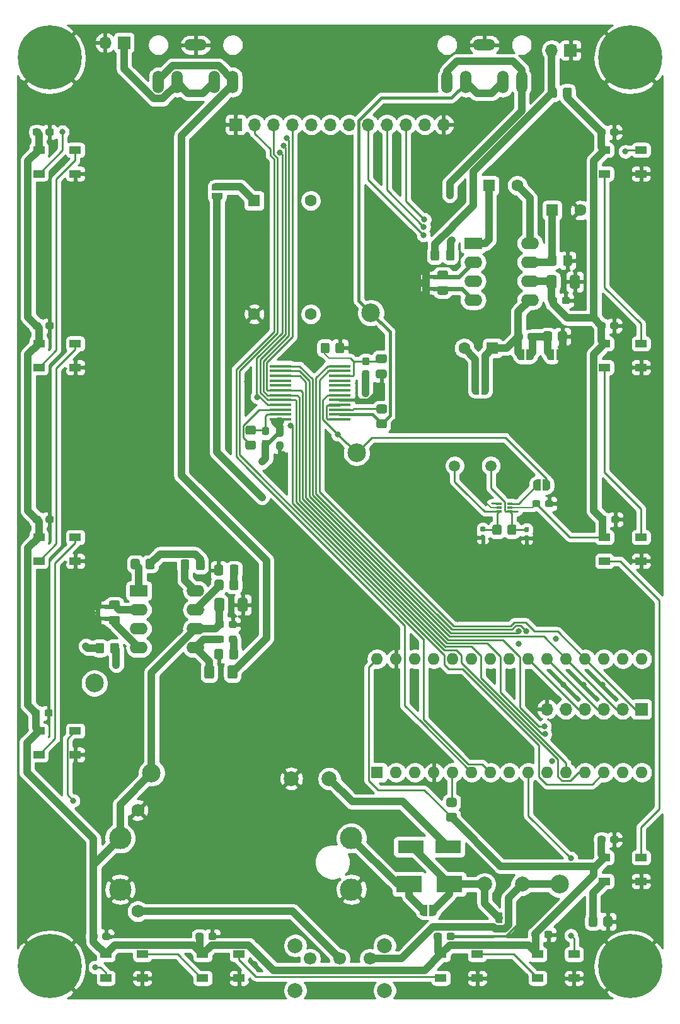
<source format=gtl>
G04 #@! TF.GenerationSoftware,KiCad,Pcbnew,5.1.9+dfsg1-1*
G04 #@! TF.CreationDate,2022-06-11T23:01:35-07:00*
G04 #@! TF.ProjectId,brains_cn,62726169-6e73-45f6-936e-2e6b69636164,rev?*
G04 #@! TF.SameCoordinates,Original*
G04 #@! TF.FileFunction,Copper,L1,Top*
G04 #@! TF.FilePolarity,Positive*
%FSLAX46Y46*%
G04 Gerber Fmt 4.6, Leading zero omitted, Abs format (unit mm)*
G04 Created by KiCad (PCBNEW 5.1.9+dfsg1-1) date 2022-06-11 23:01:35*
%MOMM*%
%LPD*%
G01*
G04 APERTURE LIST*
G04 #@! TA.AperFunction,EtchedComponent*
%ADD10C,0.350000*%
G04 #@! TD*
G04 #@! TA.AperFunction,SMDPad,CuDef*
%ADD11R,3.000000X0.450000*%
G04 #@! TD*
G04 #@! TA.AperFunction,SMDPad,CuDef*
%ADD12C,0.500000*%
G04 #@! TD*
G04 #@! TA.AperFunction,ComponentPad*
%ADD13R,1.600000X1.600000*%
G04 #@! TD*
G04 #@! TA.AperFunction,ComponentPad*
%ADD14C,1.600000*%
G04 #@! TD*
G04 #@! TA.AperFunction,ComponentPad*
%ADD15C,3.000000*%
G04 #@! TD*
G04 #@! TA.AperFunction,ComponentPad*
%ADD16R,1.700000X1.700000*%
G04 #@! TD*
G04 #@! TA.AperFunction,ComponentPad*
%ADD17O,1.700000X1.700000*%
G04 #@! TD*
G04 #@! TA.AperFunction,ComponentPad*
%ADD18O,1.600000X1.600000*%
G04 #@! TD*
G04 #@! TA.AperFunction,ComponentPad*
%ADD19O,2.400000X1.600000*%
G04 #@! TD*
G04 #@! TA.AperFunction,ComponentPad*
%ADD20R,2.400000X1.600000*%
G04 #@! TD*
G04 #@! TA.AperFunction,ComponentPad*
%ADD21C,2.000000*%
G04 #@! TD*
G04 #@! TA.AperFunction,ComponentPad*
%ADD22C,1.700000*%
G04 #@! TD*
G04 #@! TA.AperFunction,SMDPad,CuDef*
%ADD23R,1.500000X1.000000*%
G04 #@! TD*
G04 #@! TA.AperFunction,ComponentPad*
%ADD24C,8.600000*%
G04 #@! TD*
G04 #@! TA.AperFunction,ComponentPad*
%ADD25C,0.900000*%
G04 #@! TD*
G04 #@! TA.AperFunction,SMDPad,CuDef*
%ADD26C,2.500000*%
G04 #@! TD*
G04 #@! TA.AperFunction,ComponentPad*
%ADD27C,1.755000*%
G04 #@! TD*
G04 #@! TA.AperFunction,SMDPad,CuDef*
%ADD28R,3.500000X2.300000*%
G04 #@! TD*
G04 #@! TA.AperFunction,SMDPad,CuDef*
%ADD29R,3.500000X1.800000*%
G04 #@! TD*
G04 #@! TA.AperFunction,ComponentPad*
%ADD30O,3.016000X1.508000*%
G04 #@! TD*
G04 #@! TA.AperFunction,ComponentPad*
%ADD31O,1.508000X3.016000*%
G04 #@! TD*
G04 #@! TA.AperFunction,SMDPad,CuDef*
%ADD32C,0.350000*%
G04 #@! TD*
G04 #@! TA.AperFunction,SMDPad,CuDef*
%ADD33R,0.700000X0.400000*%
G04 #@! TD*
G04 #@! TA.AperFunction,ComponentPad*
%ADD34C,1.500000*%
G04 #@! TD*
G04 #@! TA.AperFunction,ViaPad*
%ADD35C,0.800000*%
G04 #@! TD*
G04 #@! TA.AperFunction,Conductor*
%ADD36C,1.000000*%
G04 #@! TD*
G04 #@! TA.AperFunction,Conductor*
%ADD37C,0.250000*%
G04 #@! TD*
G04 #@! TA.AperFunction,Conductor*
%ADD38C,0.600000*%
G04 #@! TD*
G04 #@! TA.AperFunction,Conductor*
%ADD39C,0.200000*%
G04 #@! TD*
G04 #@! TA.AperFunction,Conductor*
%ADD40C,0.300000*%
G04 #@! TD*
G04 #@! TA.AperFunction,Conductor*
%ADD41C,0.400000*%
G04 #@! TD*
G04 #@! TA.AperFunction,Conductor*
%ADD42C,0.254000*%
G04 #@! TD*
G04 #@! TA.AperFunction,Conductor*
%ADD43C,0.350000*%
G04 #@! TD*
G04 APERTURE END LIST*
D10*
G04 #@! TO.C,NT1*
G36*
X116470000Y-108980000D02*
G01*
X115470000Y-108980000D01*
X115470000Y-108480000D01*
X116470000Y-108480000D01*
X116470000Y-108980000D01*
G37*
G04 #@! TO.C,NT2*
G36*
X116470000Y-110560000D02*
G01*
X115470000Y-110560000D01*
X115470000Y-110060000D01*
X116470000Y-110060000D01*
X116470000Y-110560000D01*
G37*
G04 #@! TO.C,NT4*
G36*
X160590000Y-66270000D02*
G01*
X159590000Y-66270000D01*
X159590000Y-65770000D01*
X160590000Y-65770000D01*
X160590000Y-66270000D01*
G37*
G04 #@! TO.C,NT3*
G36*
X160580000Y-64700000D02*
G01*
X159580000Y-64700000D01*
X159580000Y-64200000D01*
X160580000Y-64200000D01*
X160580000Y-64700000D01*
G37*
G04 #@! TD*
D11*
G04 #@! TO.P,U1,1*
G04 #@! TO.N,Net-(U1-Pad1)*
X148000000Y-83575000D03*
G04 #@! TO.P,U1,2*
G04 #@! TO.N,/DTMF_IN*
X148000000Y-82925000D03*
G04 #@! TO.P,U1,3*
G04 #@! TO.N,Net-(R4-Pad1)*
X148000000Y-82275000D03*
G04 #@! TO.P,U1,4*
G04 #@! TO.N,Net-(U1-Pad1)*
X148000000Y-81625000D03*
G04 #@! TO.P,U1,5*
G04 #@! TO.N,GND*
X148000000Y-80975000D03*
G04 #@! TO.P,U1,6*
G04 #@! TO.N,Net-(JP1-Pad2)*
X148000000Y-80325000D03*
G04 #@! TO.P,U1,7*
G04 #@! TO.N,Net-(U1-Pad7)*
X148000000Y-79675000D03*
G04 #@! TO.P,U1,8*
G04 #@! TO.N,Net-(U1-Pad8)*
X148000000Y-79025000D03*
G04 #@! TO.P,U1,9*
G04 #@! TO.N,Net-(U1-Pad9)*
X148000000Y-78375000D03*
G04 #@! TO.P,U1,10*
G04 #@! TO.N,Net-(C2-Pad2)*
X148000000Y-77725000D03*
G04 #@! TO.P,U1,11*
G04 #@! TO.N,/TELCO_WR*
X148000000Y-77075000D03*
G04 #@! TO.P,U1,12*
G04 #@! TO.N,/TELCO_CS*
X148000000Y-76425000D03*
G04 #@! TO.P,U1,13*
G04 #@! TO.N,/TELCO_RS0*
X140000000Y-76425000D03*
G04 #@! TO.P,U1,14*
G04 #@! TO.N,/TELCO_RD*
X140000000Y-77075000D03*
G04 #@! TO.P,U1,15*
G04 #@! TO.N,/TELCO_IRQ*
X140000000Y-77725000D03*
G04 #@! TO.P,U1,16*
G04 #@! TO.N,Net-(U1-Pad16)*
X140000000Y-78375000D03*
G04 #@! TO.P,U1,17*
G04 #@! TO.N,Net-(U1-Pad17)*
X140000000Y-79025000D03*
G04 #@! TO.P,U1,18*
G04 #@! TO.N,/D0*
X140000000Y-79675000D03*
G04 #@! TO.P,U1,19*
G04 #@! TO.N,/D1*
X140000000Y-80325000D03*
G04 #@! TO.P,U1,20*
G04 #@! TO.N,/D2*
X140000000Y-80975000D03*
G04 #@! TO.P,U1,21*
G04 #@! TO.N,/D3*
X140000000Y-81625000D03*
G04 #@! TO.P,U1,22*
G04 #@! TO.N,Net-(R6-Pad1)*
X140000000Y-82275000D03*
G04 #@! TO.P,U1,23*
G04 #@! TO.N,Net-(C4-Pad2)*
X140000000Y-82925000D03*
G04 #@! TO.P,U1,24*
G04 #@! TO.N,+5V*
X140000000Y-83575000D03*
G04 #@! TD*
D12*
G04 #@! TO.P,NT1,1*
G04 #@! TO.N,Net-(C13-Pad1)*
X116470000Y-108730000D03*
G04 #@! TO.P,NT1,2*
G04 #@! TO.N,GND*
X115470000Y-108730000D03*
G04 #@! TD*
G04 #@! TO.P,C22,2*
G04 #@! TO.N,+5V*
G04 #@! TA.AperFunction,SMDPad,CuDef*
G36*
G01*
X183675000Y-70762500D02*
X183675000Y-71237500D01*
G75*
G02*
X183437500Y-71475000I-237500J0D01*
G01*
X182837500Y-71475000D01*
G75*
G02*
X182600000Y-71237500I0J237500D01*
G01*
X182600000Y-70762500D01*
G75*
G02*
X182837500Y-70525000I237500J0D01*
G01*
X183437500Y-70525000D01*
G75*
G02*
X183675000Y-70762500I0J-237500D01*
G01*
G37*
G04 #@! TD.AperFunction*
G04 #@! TO.P,C22,1*
G04 #@! TO.N,GND*
G04 #@! TA.AperFunction,SMDPad,CuDef*
G36*
G01*
X185400000Y-70762500D02*
X185400000Y-71237500D01*
G75*
G02*
X185162500Y-71475000I-237500J0D01*
G01*
X184562500Y-71475000D01*
G75*
G02*
X184325000Y-71237500I0J237500D01*
G01*
X184325000Y-70762500D01*
G75*
G02*
X184562500Y-70525000I237500J0D01*
G01*
X185162500Y-70525000D01*
G75*
G02*
X185400000Y-70762500I0J-237500D01*
G01*
G37*
G04 #@! TD.AperFunction*
G04 #@! TD*
D13*
G04 #@! TO.P,C8,1*
G04 #@! TO.N,Net-(C10-Pad1)*
X168500000Y-74000000D03*
D14*
G04 #@! TO.P,C8,2*
G04 #@! TO.N,Net-(C8-Pad2)*
X164700000Y-74000000D03*
G04 #@! TD*
D15*
G04 #@! TO.P,J2,4*
G04 #@! TO.N,GND*
X149530000Y-146690000D03*
G04 #@! TO.P,J2,3*
G04 #@! TO.N,Net-(D41-Pad1)*
X149530000Y-139810000D03*
G04 #@! TO.P,J2,2*
G04 #@! TO.N,+5V*
X118470000Y-139810000D03*
G04 #@! TO.P,J2,1*
G04 #@! TO.N,GND*
X118470000Y-146690000D03*
G04 #@! TD*
D12*
G04 #@! TO.P,NT2,2*
G04 #@! TO.N,GND*
X115470000Y-110310000D03*
G04 #@! TO.P,NT2,1*
G04 #@! TO.N,Net-(C13-Pad2)*
X116470000Y-110310000D03*
G04 #@! TD*
G04 #@! TO.P,NT4,2*
G04 #@! TO.N,GND*
X159590000Y-66020000D03*
G04 #@! TO.P,NT4,1*
G04 #@! TO.N,Net-(C14-Pad2)*
X160590000Y-66020000D03*
G04 #@! TD*
D16*
G04 #@! TO.P,J1,1*
G04 #@! TO.N,GND*
X134000000Y-44000000D03*
D17*
G04 #@! TO.P,J1,2*
G04 #@! TO.N,/DISP_RS*
X136540000Y-44000000D03*
G04 #@! TO.P,J1,3*
G04 #@! TO.N,/DISP_EN*
X139080000Y-44000000D03*
G04 #@! TO.P,J1,4*
G04 #@! TO.N,/D0*
X141620000Y-44000000D03*
G04 #@! TO.P,J1,5*
G04 #@! TO.N,/D1*
X144160000Y-44000000D03*
G04 #@! TO.P,J1,6*
G04 #@! TO.N,/D2*
X146700000Y-44000000D03*
G04 #@! TO.P,J1,7*
G04 #@! TO.N,/D3*
X149240000Y-44000000D03*
G04 #@! TO.P,J1,8*
G04 #@! TO.N,/KEY_CLOCK*
X151780000Y-44000000D03*
G04 #@! TO.P,J1,9*
G04 #@! TO.N,/KEY_LATCH*
X154320000Y-44000000D03*
G04 #@! TO.P,J1,10*
G04 #@! TO.N,/KEY_SER*
X156860000Y-44000000D03*
G04 #@! TO.P,J1,11*
G04 #@! TO.N,+5V*
X159400000Y-44000000D03*
G04 #@! TO.P,J1,12*
G04 #@! TO.N,GND*
X161940000Y-44000000D03*
G04 #@! TD*
D13*
G04 #@! TO.P,A1,1*
G04 #@! TO.N,Net-(A1-Pad1)*
X153000000Y-131000000D03*
D18*
G04 #@! TO.P,A1,17*
G04 #@! TO.N,Net-(A1-Pad17)*
X186020000Y-115760000D03*
G04 #@! TO.P,A1,2*
G04 #@! TO.N,Net-(A1-Pad2)*
X155540000Y-131000000D03*
G04 #@! TO.P,A1,18*
G04 #@! TO.N,Net-(A1-Pad18)*
X183480000Y-115760000D03*
G04 #@! TO.P,A1,3*
G04 #@! TO.N,Net-(A1-Pad3)*
X158080000Y-131000000D03*
G04 #@! TO.P,A1,19*
G04 #@! TO.N,/TELCO_WR*
X180940000Y-115760000D03*
G04 #@! TO.P,A1,4*
G04 #@! TO.N,GND*
X160620000Y-131000000D03*
G04 #@! TO.P,A1,20*
G04 #@! TO.N,/TELCO_RD*
X178400000Y-115760000D03*
G04 #@! TO.P,A1,5*
G04 #@! TO.N,/TELCO_IRQ*
X163160000Y-131000000D03*
G04 #@! TO.P,A1,21*
G04 #@! TO.N,/TELCO_CS*
X175860000Y-115760000D03*
G04 #@! TO.P,A1,6*
G04 #@! TO.N,/DISP_RS*
X165700000Y-131000000D03*
G04 #@! TO.P,A1,22*
G04 #@! TO.N,/TELCO_RS0*
X173320000Y-115760000D03*
G04 #@! TO.P,A1,7*
G04 #@! TO.N,/DISP_EN*
X168240000Y-131000000D03*
G04 #@! TO.P,A1,23*
G04 #@! TO.N,Net-(A1-Pad23)*
X170780000Y-115760000D03*
G04 #@! TO.P,A1,8*
G04 #@! TO.N,Net-(A1-Pad8)*
X170780000Y-131000000D03*
G04 #@! TO.P,A1,24*
G04 #@! TO.N,Net-(A1-Pad24)*
X168240000Y-115760000D03*
G04 #@! TO.P,A1,9*
G04 #@! TO.N,/NEOPIXEL*
X173320000Y-131000000D03*
G04 #@! TO.P,A1,25*
G04 #@! TO.N,Net-(A1-Pad25)*
X165700000Y-115760000D03*
G04 #@! TO.P,A1,10*
G04 #@! TO.N,/D0*
X175860000Y-131000000D03*
G04 #@! TO.P,A1,26*
G04 #@! TO.N,Net-(A1-Pad26)*
X163160000Y-115760000D03*
G04 #@! TO.P,A1,11*
G04 #@! TO.N,/D1*
X178400000Y-131000000D03*
G04 #@! TO.P,A1,27*
G04 #@! TO.N,+5V*
X160620000Y-115760000D03*
G04 #@! TO.P,A1,12*
G04 #@! TO.N,/D2*
X180940000Y-131000000D03*
G04 #@! TO.P,A1,28*
G04 #@! TO.N,Net-(A1-Pad28)*
X158080000Y-115760000D03*
G04 #@! TO.P,A1,13*
G04 #@! TO.N,/D3*
X183480000Y-131000000D03*
G04 #@! TO.P,A1,29*
G04 #@! TO.N,GND*
X155540000Y-115760000D03*
G04 #@! TO.P,A1,14*
G04 #@! TO.N,/KEY_CLOCK*
X186020000Y-131000000D03*
G04 #@! TO.P,A1,30*
G04 #@! TO.N,+5V*
X153000000Y-115760000D03*
G04 #@! TO.P,A1,15*
G04 #@! TO.N,/KEY_LATCH*
X188560000Y-131000000D03*
G04 #@! TO.P,A1,16*
G04 #@! TO.N,/KEY_SER*
X188560000Y-115760000D03*
G04 #@! TD*
D19*
G04 #@! TO.P,U2,8*
G04 #@! TO.N,Net-(C15-Pad2)*
X128590000Y-106600000D03*
G04 #@! TO.P,U2,4*
G04 #@! TO.N,Net-(C13-Pad2)*
X120970000Y-114220000D03*
G04 #@! TO.P,U2,7*
G04 #@! TO.N,Net-(R15-Pad2)*
X128590000Y-109140000D03*
G04 #@! TO.P,U2,3*
G04 #@! TO.N,Net-(R2-Pad2)*
X120970000Y-111680000D03*
G04 #@! TO.P,U2,6*
G04 #@! TO.N,+5V*
X128590000Y-111680000D03*
G04 #@! TO.P,U2,2*
G04 #@! TO.N,Net-(C13-Pad1)*
X120970000Y-109140000D03*
G04 #@! TO.P,U2,5*
G04 #@! TO.N,Net-(C21-Pad2)*
X128590000Y-114220000D03*
D20*
G04 #@! TO.P,U2,1*
G04 #@! TO.N,Net-(R14-Pad1)*
X120970000Y-106600000D03*
G04 #@! TD*
G04 #@! TO.P,U3,1*
G04 #@! TO.N,Net-(C5-Pad1)*
X165910000Y-59930000D03*
D19*
G04 #@! TO.P,U3,5*
G04 #@! TO.N,Net-(C10-Pad1)*
X173530000Y-67550000D03*
G04 #@! TO.P,U3,2*
G04 #@! TO.N,Net-(C14-Pad1)*
X165910000Y-62470000D03*
G04 #@! TO.P,U3,6*
G04 #@! TO.N,+5V*
X173530000Y-65010000D03*
G04 #@! TO.P,U3,3*
G04 #@! TO.N,Net-(C1-Pad1)*
X165910000Y-65010000D03*
G04 #@! TO.P,U3,7*
G04 #@! TO.N,Net-(C16-Pad1)*
X173530000Y-62470000D03*
G04 #@! TO.P,U3,4*
G04 #@! TO.N,Net-(C14-Pad2)*
X165910000Y-67550000D03*
G04 #@! TO.P,U3,8*
G04 #@! TO.N,Net-(C5-Pad2)*
X173530000Y-59930000D03*
G04 #@! TD*
D21*
G04 #@! TO.P,SW1,*
G04 #@! TO.N,*
X142000000Y-154250000D03*
X154000000Y-154250000D03*
X154000000Y-160250000D03*
X142000000Y-160250000D03*
D22*
G04 #@! TO.P,SW1,1*
G04 #@! TO.N,Net-(SW1-Pad1)*
X144000000Y-156000000D03*
G04 #@! TO.P,SW1,2*
G04 #@! TO.N,Net-(BT1-Pad1)*
X148000000Y-156000000D03*
G04 #@! TO.P,SW1,3*
G04 #@! TO.N,Net-(F2-Pad1)*
X152000000Y-156000000D03*
G04 #@! TD*
D16*
G04 #@! TO.P,J6,1*
G04 #@! TO.N,/TELCO_WR*
X188500000Y-122500000D03*
D17*
G04 #@! TO.P,J6,2*
G04 #@! TO.N,/TELCO_RD*
X185960000Y-122500000D03*
G04 #@! TO.P,J6,3*
G04 #@! TO.N,/TELCO_CS*
X183420000Y-122500000D03*
G04 #@! TO.P,J6,4*
G04 #@! TO.N,/TELCO_RS0*
X180880000Y-122500000D03*
G04 #@! TO.P,J6,5*
G04 #@! TO.N,/TELCO_IRQ*
X178340000Y-122500000D03*
G04 #@! TO.P,J6,6*
G04 #@! TO.N,GND*
X175800000Y-122500000D03*
G04 #@! TD*
D12*
G04 #@! TO.P,NT3,1*
G04 #@! TO.N,Net-(C14-Pad1)*
X160580000Y-64450000D03*
G04 #@! TO.P,NT3,2*
G04 #@! TO.N,GND*
X159580000Y-64450000D03*
G04 #@! TD*
D23*
G04 #@! TO.P,D9,1*
G04 #@! TO.N,+5V*
X183550000Y-47400000D03*
G04 #@! TO.P,D9,2*
G04 #@! TO.N,Net-(D10-Pad4)*
X183550000Y-50600000D03*
G04 #@! TO.P,D9,4*
G04 #@! TO.N,Net-(D8-Pad2)*
X188450000Y-47400000D03*
G04 #@! TO.P,D9,3*
G04 #@! TO.N,GND*
X188450000Y-50600000D03*
G04 #@! TD*
G04 #@! TO.P,D2,3*
G04 #@! TO.N,GND*
X166450000Y-158600000D03*
G04 #@! TO.P,D2,4*
G04 #@! TO.N,Net-(D1-Pad2)*
X166450000Y-155400000D03*
G04 #@! TO.P,D2,2*
G04 #@! TO.N,Net-(D2-Pad2)*
X161550000Y-158600000D03*
G04 #@! TO.P,D2,1*
G04 #@! TO.N,+5V*
X161550000Y-155400000D03*
G04 #@! TD*
G04 #@! TO.P,D6,1*
G04 #@! TO.N,+5V*
X107550000Y-99400000D03*
G04 #@! TO.P,D6,2*
G04 #@! TO.N,Net-(D6-Pad2)*
X107550000Y-102600000D03*
G04 #@! TO.P,D6,4*
G04 #@! TO.N,Net-(D5-Pad2)*
X112450000Y-99400000D03*
G04 #@! TO.P,D6,3*
G04 #@! TO.N,GND*
X112450000Y-102600000D03*
G04 #@! TD*
G04 #@! TO.P,D10,3*
G04 #@! TO.N,GND*
X188450000Y-76600000D03*
G04 #@! TO.P,D10,4*
G04 #@! TO.N,Net-(D10-Pad4)*
X188450000Y-73400000D03*
G04 #@! TO.P,D10,2*
G04 #@! TO.N,Net-(D10-Pad2)*
X183550000Y-76600000D03*
G04 #@! TO.P,D10,1*
G04 #@! TO.N,+5V*
X183550000Y-73400000D03*
G04 #@! TD*
G04 #@! TO.P,D3,1*
G04 #@! TO.N,+5V*
X129550000Y-155400000D03*
G04 #@! TO.P,D3,2*
G04 #@! TO.N,Net-(D3-Pad2)*
X129550000Y-158600000D03*
G04 #@! TO.P,D3,4*
G04 #@! TO.N,Net-(D2-Pad2)*
X134450000Y-155400000D03*
G04 #@! TO.P,D3,3*
G04 #@! TO.N,GND*
X134450000Y-158600000D03*
G04 #@! TD*
G04 #@! TO.P,D7,3*
G04 #@! TO.N,GND*
X112450000Y-76600000D03*
G04 #@! TO.P,D7,4*
G04 #@! TO.N,Net-(D6-Pad2)*
X112450000Y-73400000D03*
G04 #@! TO.P,D7,2*
G04 #@! TO.N,Net-(D7-Pad2)*
X107550000Y-76600000D03*
G04 #@! TO.P,D7,1*
G04 #@! TO.N,+5V*
X107550000Y-73400000D03*
G04 #@! TD*
G04 #@! TO.P,D11,1*
G04 #@! TO.N,+5V*
X183550000Y-99400000D03*
G04 #@! TO.P,D11,2*
G04 #@! TO.N,Net-(D11-Pad2)*
X183550000Y-102600000D03*
G04 #@! TO.P,D11,4*
G04 #@! TO.N,Net-(D10-Pad2)*
X188450000Y-99400000D03*
G04 #@! TO.P,D11,3*
G04 #@! TO.N,GND*
X188450000Y-102600000D03*
G04 #@! TD*
G04 #@! TO.P,D4,1*
G04 #@! TO.N,+5V*
X116550000Y-155400000D03*
G04 #@! TO.P,D4,2*
G04 #@! TO.N,Net-(D4-Pad2)*
X116550000Y-158600000D03*
G04 #@! TO.P,D4,4*
G04 #@! TO.N,Net-(D3-Pad2)*
X121450000Y-155400000D03*
G04 #@! TO.P,D4,3*
G04 #@! TO.N,GND*
X121450000Y-158600000D03*
G04 #@! TD*
G04 #@! TO.P,D8,3*
G04 #@! TO.N,GND*
X112450000Y-50600000D03*
G04 #@! TO.P,D8,4*
G04 #@! TO.N,Net-(D7-Pad2)*
X112450000Y-47400000D03*
G04 #@! TO.P,D8,2*
G04 #@! TO.N,Net-(D8-Pad2)*
X107550000Y-50600000D03*
G04 #@! TO.P,D8,1*
G04 #@! TO.N,+5V*
X107550000Y-47400000D03*
G04 #@! TD*
G04 #@! TO.P,D12,3*
G04 #@! TO.N,GND*
X188450000Y-145600000D03*
G04 #@! TO.P,D12,4*
G04 #@! TO.N,Net-(D11-Pad2)*
X188450000Y-142400000D03*
G04 #@! TO.P,D12,2*
G04 #@! TO.N,Net-(D12-Pad2)*
X183550000Y-145600000D03*
G04 #@! TO.P,D12,1*
G04 #@! TO.N,+5V*
X183550000Y-142400000D03*
G04 #@! TD*
D24*
G04 #@! TO.P,H1,1*
G04 #@! TO.N,GND*
X109000000Y-157000000D03*
D25*
X109000000Y-160225000D03*
X111280419Y-159280419D03*
X112225000Y-157000000D03*
X111280419Y-154719581D03*
X109000000Y-153775000D03*
X106719581Y-154719581D03*
X105775000Y-157000000D03*
X106719581Y-159280419D03*
G04 #@! TD*
G04 #@! TO.P,H2,1*
G04 #@! TO.N,GND*
X184719581Y-159280419D03*
X183775000Y-157000000D03*
X184719581Y-154719581D03*
X187000000Y-153775000D03*
X189280419Y-154719581D03*
X190225000Y-157000000D03*
X189280419Y-159280419D03*
X187000000Y-160225000D03*
D24*
X187000000Y-157000000D03*
G04 #@! TD*
D26*
G04 #@! TO.P,TP1,1*
G04 #@! TO.N,/DTMF_IN*
X152150000Y-69280000D03*
G04 #@! TD*
G04 #@! TO.P,TP3,1*
G04 #@! TO.N,Net-(JP1-Pad2)*
X150240000Y-88060000D03*
G04 #@! TD*
G04 #@! TO.P,TP4,1*
G04 #@! TO.N,+5V*
X122682000Y-131064000D03*
G04 #@! TD*
G04 #@! TO.P,TP6,1*
G04 #@! TO.N,Net-(F2-Pad1)*
X177500000Y-146000000D03*
G04 #@! TD*
D21*
G04 #@! TO.P,F1,1*
G04 #@! TO.N,Net-(D42-Pad2)*
X146558000Y-131826000D03*
G04 #@! TO.P,F1,2*
G04 #@! TO.N,GND*
X141478000Y-131816000D03*
G04 #@! TD*
D16*
G04 #@! TO.P,LS1,1*
G04 #@! TO.N,Net-(J4-Pad4)*
X119000000Y-33000000D03*
D17*
G04 #@! TO.P,LS1,2*
G04 #@! TO.N,GND*
X116460000Y-33000000D03*
G04 #@! TD*
G04 #@! TO.P,MK1,2*
G04 #@! TO.N,Net-(C1-Pad2)*
X176460000Y-34000000D03*
D16*
G04 #@! TO.P,MK1,1*
G04 #@! TO.N,GND*
X179000000Y-34000000D03*
G04 #@! TD*
D27*
G04 #@! TO.P,BT1,1*
G04 #@! TO.N,Net-(BT1-Pad1)*
X120840000Y-149640000D03*
G04 #@! TO.P,BT1,2*
G04 #@! TO.N,GND*
X120840000Y-136050000D03*
G04 #@! TD*
G04 #@! TO.P,C1,2*
G04 #@! TO.N,Net-(C1-Pad2)*
G04 #@! TA.AperFunction,SMDPad,CuDef*
G36*
G01*
X161342500Y-61055000D02*
X161342500Y-62005000D01*
G75*
G02*
X161092500Y-62255000I-250000J0D01*
G01*
X160417500Y-62255000D01*
G75*
G02*
X160167500Y-62005000I0J250000D01*
G01*
X160167500Y-61055000D01*
G75*
G02*
X160417500Y-60805000I250000J0D01*
G01*
X161092500Y-60805000D01*
G75*
G02*
X161342500Y-61055000I0J-250000D01*
G01*
G37*
G04 #@! TD.AperFunction*
G04 #@! TO.P,C1,1*
G04 #@! TO.N,Net-(C1-Pad1)*
G04 #@! TA.AperFunction,SMDPad,CuDef*
G36*
G01*
X163417500Y-61055000D02*
X163417500Y-62005000D01*
G75*
G02*
X163167500Y-62255000I-250000J0D01*
G01*
X162492500Y-62255000D01*
G75*
G02*
X162242500Y-62005000I0J250000D01*
G01*
X162242500Y-61055000D01*
G75*
G02*
X162492500Y-60805000I250000J0D01*
G01*
X163167500Y-60805000D01*
G75*
G02*
X163417500Y-61055000I0J-250000D01*
G01*
G37*
G04 #@! TD.AperFunction*
G04 #@! TD*
G04 #@! TO.P,C2,1*
G04 #@! TO.N,GND*
G04 #@! TA.AperFunction,SMDPad,CuDef*
G36*
G01*
X154035000Y-78075000D02*
X153085000Y-78075000D01*
G75*
G02*
X152835000Y-77825000I0J250000D01*
G01*
X152835000Y-77150000D01*
G75*
G02*
X153085000Y-76900000I250000J0D01*
G01*
X154035000Y-76900000D01*
G75*
G02*
X154285000Y-77150000I0J-250000D01*
G01*
X154285000Y-77825000D01*
G75*
G02*
X154035000Y-78075000I-250000J0D01*
G01*
G37*
G04 #@! TD.AperFunction*
G04 #@! TO.P,C2,2*
G04 #@! TO.N,Net-(C2-Pad2)*
G04 #@! TA.AperFunction,SMDPad,CuDef*
G36*
G01*
X154035000Y-76000000D02*
X153085000Y-76000000D01*
G75*
G02*
X152835000Y-75750000I0J250000D01*
G01*
X152835000Y-75075000D01*
G75*
G02*
X153085000Y-74825000I250000J0D01*
G01*
X154035000Y-74825000D01*
G75*
G02*
X154285000Y-75075000I0J-250000D01*
G01*
X154285000Y-75750000D01*
G75*
G02*
X154035000Y-76000000I-250000J0D01*
G01*
G37*
G04 #@! TD.AperFunction*
G04 #@! TD*
G04 #@! TO.P,C3,1*
G04 #@! TO.N,+5V*
G04 #@! TA.AperFunction,SMDPad,CuDef*
G36*
G01*
X139682500Y-84850000D02*
X140157500Y-84850000D01*
G75*
G02*
X140395000Y-85087500I0J-237500D01*
G01*
X140395000Y-85687500D01*
G75*
G02*
X140157500Y-85925000I-237500J0D01*
G01*
X139682500Y-85925000D01*
G75*
G02*
X139445000Y-85687500I0J237500D01*
G01*
X139445000Y-85087500D01*
G75*
G02*
X139682500Y-84850000I237500J0D01*
G01*
G37*
G04 #@! TD.AperFunction*
G04 #@! TO.P,C3,2*
G04 #@! TO.N,GND*
G04 #@! TA.AperFunction,SMDPad,CuDef*
G36*
G01*
X139682500Y-86575000D02*
X140157500Y-86575000D01*
G75*
G02*
X140395000Y-86812500I0J-237500D01*
G01*
X140395000Y-87412500D01*
G75*
G02*
X140157500Y-87650000I-237500J0D01*
G01*
X139682500Y-87650000D01*
G75*
G02*
X139445000Y-87412500I0J237500D01*
G01*
X139445000Y-86812500D01*
G75*
G02*
X139682500Y-86575000I237500J0D01*
G01*
G37*
G04 #@! TD.AperFunction*
G04 #@! TD*
G04 #@! TO.P,C4,2*
G04 #@! TO.N,Net-(C4-Pad2)*
G04 #@! TA.AperFunction,SMDPad,CuDef*
G36*
G01*
X138237500Y-85675000D02*
X137762500Y-85675000D01*
G75*
G02*
X137525000Y-85437500I0J237500D01*
G01*
X137525000Y-84837500D01*
G75*
G02*
X137762500Y-84600000I237500J0D01*
G01*
X138237500Y-84600000D01*
G75*
G02*
X138475000Y-84837500I0J-237500D01*
G01*
X138475000Y-85437500D01*
G75*
G02*
X138237500Y-85675000I-237500J0D01*
G01*
G37*
G04 #@! TD.AperFunction*
G04 #@! TO.P,C4,1*
G04 #@! TO.N,+5V*
G04 #@! TA.AperFunction,SMDPad,CuDef*
G36*
G01*
X138237500Y-87400000D02*
X137762500Y-87400000D01*
G75*
G02*
X137525000Y-87162500I0J237500D01*
G01*
X137525000Y-86562500D01*
G75*
G02*
X137762500Y-86325000I237500J0D01*
G01*
X138237500Y-86325000D01*
G75*
G02*
X138475000Y-86562500I0J-237500D01*
G01*
X138475000Y-87162500D01*
G75*
G02*
X138237500Y-87400000I-237500J0D01*
G01*
G37*
G04 #@! TD.AperFunction*
G04 #@! TD*
D14*
G04 #@! TO.P,C5,2*
G04 #@! TO.N,Net-(C5-Pad2)*
X171820000Y-52180000D03*
D13*
G04 #@! TO.P,C5,1*
G04 #@! TO.N,Net-(C5-Pad1)*
X168020000Y-52180000D03*
G04 #@! TD*
G04 #@! TO.P,C6,1*
G04 #@! TO.N,Net-(C21-Pad2)*
G04 #@! TA.AperFunction,SMDPad,CuDef*
G36*
G01*
X131345000Y-113337500D02*
X131345000Y-112862500D01*
G75*
G02*
X131582500Y-112625000I237500J0D01*
G01*
X132182500Y-112625000D01*
G75*
G02*
X132420000Y-112862500I0J-237500D01*
G01*
X132420000Y-113337500D01*
G75*
G02*
X132182500Y-113575000I-237500J0D01*
G01*
X131582500Y-113575000D01*
G75*
G02*
X131345000Y-113337500I0J237500D01*
G01*
G37*
G04 #@! TD.AperFunction*
G04 #@! TO.P,C6,2*
G04 #@! TO.N,Net-(C6-Pad2)*
G04 #@! TA.AperFunction,SMDPad,CuDef*
G36*
G01*
X133070000Y-113337500D02*
X133070000Y-112862500D01*
G75*
G02*
X133307500Y-112625000I237500J0D01*
G01*
X133907500Y-112625000D01*
G75*
G02*
X134145000Y-112862500I0J-237500D01*
G01*
X134145000Y-113337500D01*
G75*
G02*
X133907500Y-113575000I-237500J0D01*
G01*
X133307500Y-113575000D01*
G75*
G02*
X133070000Y-113337500I0J237500D01*
G01*
G37*
G04 #@! TD.AperFunction*
G04 #@! TD*
G04 #@! TO.P,C9,2*
G04 #@! TO.N,Net-(C2-Pad2)*
G04 #@! TA.AperFunction,SMDPad,CuDef*
G36*
G01*
X151717500Y-76322500D02*
X151242500Y-76322500D01*
G75*
G02*
X151005000Y-76085000I0J237500D01*
G01*
X151005000Y-75485000D01*
G75*
G02*
X151242500Y-75247500I237500J0D01*
G01*
X151717500Y-75247500D01*
G75*
G02*
X151955000Y-75485000I0J-237500D01*
G01*
X151955000Y-76085000D01*
G75*
G02*
X151717500Y-76322500I-237500J0D01*
G01*
G37*
G04 #@! TD.AperFunction*
G04 #@! TO.P,C9,1*
G04 #@! TO.N,/DTMF_OUT*
G04 #@! TA.AperFunction,SMDPad,CuDef*
G36*
G01*
X151717500Y-78047500D02*
X151242500Y-78047500D01*
G75*
G02*
X151005000Y-77810000I0J237500D01*
G01*
X151005000Y-77210000D01*
G75*
G02*
X151242500Y-76972500I237500J0D01*
G01*
X151717500Y-76972500D01*
G75*
G02*
X151955000Y-77210000I0J-237500D01*
G01*
X151955000Y-77810000D01*
G75*
G02*
X151717500Y-78047500I-237500J0D01*
G01*
G37*
G04 #@! TD.AperFunction*
G04 #@! TD*
G04 #@! TO.P,C11,1*
G04 #@! TO.N,+5V*
G04 #@! TA.AperFunction,SMDPad,CuDef*
G36*
G01*
X131145000Y-109120001D02*
X131145000Y-107819999D01*
G75*
G02*
X131394999Y-107570000I249999J0D01*
G01*
X132220001Y-107570000D01*
G75*
G02*
X132470000Y-107819999I0J-249999D01*
G01*
X132470000Y-109120001D01*
G75*
G02*
X132220001Y-109370000I-249999J0D01*
G01*
X131394999Y-109370000D01*
G75*
G02*
X131145000Y-109120001I0J249999D01*
G01*
G37*
G04 #@! TD.AperFunction*
G04 #@! TO.P,C11,2*
G04 #@! TO.N,GND*
G04 #@! TA.AperFunction,SMDPad,CuDef*
G36*
G01*
X134270000Y-109120001D02*
X134270000Y-107819999D01*
G75*
G02*
X134519999Y-107570000I249999J0D01*
G01*
X135345001Y-107570000D01*
G75*
G02*
X135595000Y-107819999I0J-249999D01*
G01*
X135595000Y-109120001D01*
G75*
G02*
X135345001Y-109370000I-249999J0D01*
G01*
X134519999Y-109370000D01*
G75*
G02*
X134270000Y-109120001I0J249999D01*
G01*
G37*
G04 #@! TD.AperFunction*
G04 #@! TD*
G04 #@! TO.P,C12,1*
G04 #@! TO.N,+5V*
G04 #@! TA.AperFunction,SMDPad,CuDef*
G36*
G01*
X131345000Y-111337500D02*
X131345000Y-110862500D01*
G75*
G02*
X131582500Y-110625000I237500J0D01*
G01*
X132182500Y-110625000D01*
G75*
G02*
X132420000Y-110862500I0J-237500D01*
G01*
X132420000Y-111337500D01*
G75*
G02*
X132182500Y-111575000I-237500J0D01*
G01*
X131582500Y-111575000D01*
G75*
G02*
X131345000Y-111337500I0J237500D01*
G01*
G37*
G04 #@! TD.AperFunction*
G04 #@! TO.P,C12,2*
G04 #@! TO.N,GND*
G04 #@! TA.AperFunction,SMDPad,CuDef*
G36*
G01*
X133070000Y-111337500D02*
X133070000Y-110862500D01*
G75*
G02*
X133307500Y-110625000I237500J0D01*
G01*
X133907500Y-110625000D01*
G75*
G02*
X134145000Y-110862500I0J-237500D01*
G01*
X134145000Y-111337500D01*
G75*
G02*
X133907500Y-111575000I-237500J0D01*
G01*
X133307500Y-111575000D01*
G75*
G02*
X133070000Y-111337500I0J237500D01*
G01*
G37*
G04 #@! TD.AperFunction*
G04 #@! TD*
G04 #@! TO.P,C13,2*
G04 #@! TO.N,Net-(C13-Pad2)*
G04 #@! TA.AperFunction,SMDPad,CuDef*
G36*
G01*
X117235000Y-109970000D02*
X118185000Y-109970000D01*
G75*
G02*
X118435000Y-110220000I0J-250000D01*
G01*
X118435000Y-110895000D01*
G75*
G02*
X118185000Y-111145000I-250000J0D01*
G01*
X117235000Y-111145000D01*
G75*
G02*
X116985000Y-110895000I0J250000D01*
G01*
X116985000Y-110220000D01*
G75*
G02*
X117235000Y-109970000I250000J0D01*
G01*
G37*
G04 #@! TD.AperFunction*
G04 #@! TO.P,C13,1*
G04 #@! TO.N,Net-(C13-Pad1)*
G04 #@! TA.AperFunction,SMDPad,CuDef*
G36*
G01*
X117235000Y-107895000D02*
X118185000Y-107895000D01*
G75*
G02*
X118435000Y-108145000I0J-250000D01*
G01*
X118435000Y-108820000D01*
G75*
G02*
X118185000Y-109070000I-250000J0D01*
G01*
X117235000Y-109070000D01*
G75*
G02*
X116985000Y-108820000I0J250000D01*
G01*
X116985000Y-108145000D01*
G75*
G02*
X117235000Y-107895000I250000J0D01*
G01*
G37*
G04 #@! TD.AperFunction*
G04 #@! TD*
G04 #@! TO.P,C14,2*
G04 #@! TO.N,Net-(C14-Pad2)*
G04 #@! TA.AperFunction,SMDPad,CuDef*
G36*
G01*
X161335000Y-65680000D02*
X162285000Y-65680000D01*
G75*
G02*
X162535000Y-65930000I0J-250000D01*
G01*
X162535000Y-66605000D01*
G75*
G02*
X162285000Y-66855000I-250000J0D01*
G01*
X161335000Y-66855000D01*
G75*
G02*
X161085000Y-66605000I0J250000D01*
G01*
X161085000Y-65930000D01*
G75*
G02*
X161335000Y-65680000I250000J0D01*
G01*
G37*
G04 #@! TD.AperFunction*
G04 #@! TO.P,C14,1*
G04 #@! TO.N,Net-(C14-Pad1)*
G04 #@! TA.AperFunction,SMDPad,CuDef*
G36*
G01*
X161335000Y-63605000D02*
X162285000Y-63605000D01*
G75*
G02*
X162535000Y-63855000I0J-250000D01*
G01*
X162535000Y-64530000D01*
G75*
G02*
X162285000Y-64780000I-250000J0D01*
G01*
X161335000Y-64780000D01*
G75*
G02*
X161085000Y-64530000I0J250000D01*
G01*
X161085000Y-63855000D01*
G75*
G02*
X161335000Y-63605000I250000J0D01*
G01*
G37*
G04 #@! TD.AperFunction*
G04 #@! TD*
G04 #@! TO.P,C15,1*
G04 #@! TO.N,Net-(C15-Pad1)*
G04 #@! TA.AperFunction,SMDPad,CuDef*
G36*
G01*
X129845000Y-102625000D02*
X129845000Y-103575000D01*
G75*
G02*
X129595000Y-103825000I-250000J0D01*
G01*
X128920000Y-103825000D01*
G75*
G02*
X128670000Y-103575000I0J250000D01*
G01*
X128670000Y-102625000D01*
G75*
G02*
X128920000Y-102375000I250000J0D01*
G01*
X129595000Y-102375000D01*
G75*
G02*
X129845000Y-102625000I0J-250000D01*
G01*
G37*
G04 #@! TD.AperFunction*
G04 #@! TO.P,C15,2*
G04 #@! TO.N,Net-(C15-Pad2)*
G04 #@! TA.AperFunction,SMDPad,CuDef*
G36*
G01*
X127770000Y-102625000D02*
X127770000Y-103575000D01*
G75*
G02*
X127520000Y-103825000I-250000J0D01*
G01*
X126845000Y-103825000D01*
G75*
G02*
X126595000Y-103575000I0J250000D01*
G01*
X126595000Y-102625000D01*
G75*
G02*
X126845000Y-102375000I250000J0D01*
G01*
X127520000Y-102375000D01*
G75*
G02*
X127770000Y-102625000I0J-250000D01*
G01*
G37*
G04 #@! TD.AperFunction*
G04 #@! TD*
G04 #@! TO.P,C16,1*
G04 #@! TO.N,Net-(C16-Pad1)*
X176500000Y-55500000D03*
D14*
G04 #@! TO.P,C16,2*
G04 #@! TO.N,GND*
X180300000Y-55500000D03*
G04 #@! TD*
G04 #@! TO.P,C17,1*
G04 #@! TO.N,GND*
G04 #@! TA.AperFunction,SMDPad,CuDef*
G36*
G01*
X180225000Y-64459999D02*
X180225000Y-65760001D01*
G75*
G02*
X179975001Y-66010000I-249999J0D01*
G01*
X179149999Y-66010000D01*
G75*
G02*
X178900000Y-65760001I0J249999D01*
G01*
X178900000Y-64459999D01*
G75*
G02*
X179149999Y-64210000I249999J0D01*
G01*
X179975001Y-64210000D01*
G75*
G02*
X180225000Y-64459999I0J-249999D01*
G01*
G37*
G04 #@! TD.AperFunction*
G04 #@! TO.P,C17,2*
G04 #@! TO.N,+5V*
G04 #@! TA.AperFunction,SMDPad,CuDef*
G36*
G01*
X177100000Y-64459999D02*
X177100000Y-65760001D01*
G75*
G02*
X176850001Y-66010000I-249999J0D01*
G01*
X176024999Y-66010000D01*
G75*
G02*
X175775000Y-65760001I0J249999D01*
G01*
X175775000Y-64459999D01*
G75*
G02*
X176024999Y-64210000I249999J0D01*
G01*
X176850001Y-64210000D01*
G75*
G02*
X177100000Y-64459999I0J-249999D01*
G01*
G37*
G04 #@! TD.AperFunction*
G04 #@! TD*
G04 #@! TO.P,C18,2*
G04 #@! TO.N,+5V*
G04 #@! TA.AperFunction,SMDPad,CuDef*
G36*
G01*
X177170000Y-67382500D02*
X177170000Y-67857500D01*
G75*
G02*
X176932500Y-68095000I-237500J0D01*
G01*
X176332500Y-68095000D01*
G75*
G02*
X176095000Y-67857500I0J237500D01*
G01*
X176095000Y-67382500D01*
G75*
G02*
X176332500Y-67145000I237500J0D01*
G01*
X176932500Y-67145000D01*
G75*
G02*
X177170000Y-67382500I0J-237500D01*
G01*
G37*
G04 #@! TD.AperFunction*
G04 #@! TO.P,C18,1*
G04 #@! TO.N,GND*
G04 #@! TA.AperFunction,SMDPad,CuDef*
G36*
G01*
X178895000Y-67382500D02*
X178895000Y-67857500D01*
G75*
G02*
X178657500Y-68095000I-237500J0D01*
G01*
X178057500Y-68095000D01*
G75*
G02*
X177820000Y-67857500I0J237500D01*
G01*
X177820000Y-67382500D01*
G75*
G02*
X178057500Y-67145000I237500J0D01*
G01*
X178657500Y-67145000D01*
G75*
G02*
X178895000Y-67382500I0J-237500D01*
G01*
G37*
G04 #@! TD.AperFunction*
G04 #@! TD*
G04 #@! TO.P,C19,2*
G04 #@! TO.N,+5V*
G04 #@! TA.AperFunction,SMDPad,CuDef*
G36*
G01*
X183675000Y-44762500D02*
X183675000Y-45237500D01*
G75*
G02*
X183437500Y-45475000I-237500J0D01*
G01*
X182837500Y-45475000D01*
G75*
G02*
X182600000Y-45237500I0J237500D01*
G01*
X182600000Y-44762500D01*
G75*
G02*
X182837500Y-44525000I237500J0D01*
G01*
X183437500Y-44525000D01*
G75*
G02*
X183675000Y-44762500I0J-237500D01*
G01*
G37*
G04 #@! TD.AperFunction*
G04 #@! TO.P,C19,1*
G04 #@! TO.N,GND*
G04 #@! TA.AperFunction,SMDPad,CuDef*
G36*
G01*
X185400000Y-44762500D02*
X185400000Y-45237500D01*
G75*
G02*
X185162500Y-45475000I-237500J0D01*
G01*
X184562500Y-45475000D01*
G75*
G02*
X184325000Y-45237500I0J237500D01*
G01*
X184325000Y-44762500D01*
G75*
G02*
X184562500Y-44525000I237500J0D01*
G01*
X185162500Y-44525000D01*
G75*
G02*
X185400000Y-44762500I0J-237500D01*
G01*
G37*
G04 #@! TD.AperFunction*
G04 #@! TD*
G04 #@! TO.P,C20,1*
G04 #@! TO.N,GND*
G04 #@! TA.AperFunction,SMDPad,CuDef*
G36*
G01*
X131125000Y-104285000D02*
X131125000Y-103335000D01*
G75*
G02*
X131375000Y-103085000I250000J0D01*
G01*
X132050000Y-103085000D01*
G75*
G02*
X132300000Y-103335000I0J-250000D01*
G01*
X132300000Y-104285000D01*
G75*
G02*
X132050000Y-104535000I-250000J0D01*
G01*
X131375000Y-104535000D01*
G75*
G02*
X131125000Y-104285000I0J250000D01*
G01*
G37*
G04 #@! TD.AperFunction*
G04 #@! TO.P,C20,2*
G04 #@! TO.N,Net-(C20-Pad2)*
G04 #@! TA.AperFunction,SMDPad,CuDef*
G36*
G01*
X133200000Y-104285000D02*
X133200000Y-103335000D01*
G75*
G02*
X133450000Y-103085000I250000J0D01*
G01*
X134125000Y-103085000D01*
G75*
G02*
X134375000Y-103335000I0J-250000D01*
G01*
X134375000Y-104285000D01*
G75*
G02*
X134125000Y-104535000I-250000J0D01*
G01*
X133450000Y-104535000D01*
G75*
G02*
X133200000Y-104285000I0J250000D01*
G01*
G37*
G04 #@! TD.AperFunction*
G04 #@! TD*
G04 #@! TO.P,C21,2*
G04 #@! TO.N,Net-(C21-Pad2)*
G04 #@! TA.AperFunction,SMDPad,CuDef*
G36*
G01*
X131100000Y-116849999D02*
X131100000Y-118150001D01*
G75*
G02*
X130850001Y-118400000I-249999J0D01*
G01*
X130024999Y-118400000D01*
G75*
G02*
X129775000Y-118150001I0J249999D01*
G01*
X129775000Y-116849999D01*
G75*
G02*
X130024999Y-116600000I249999J0D01*
G01*
X130850001Y-116600000D01*
G75*
G02*
X131100000Y-116849999I0J-249999D01*
G01*
G37*
G04 #@! TD.AperFunction*
G04 #@! TO.P,C21,1*
G04 #@! TO.N,Net-(C21-Pad1)*
G04 #@! TA.AperFunction,SMDPad,CuDef*
G36*
G01*
X134225000Y-116849999D02*
X134225000Y-118150001D01*
G75*
G02*
X133975001Y-118400000I-249999J0D01*
G01*
X133149999Y-118400000D01*
G75*
G02*
X132900000Y-118150001I0J249999D01*
G01*
X132900000Y-116849999D01*
G75*
G02*
X133149999Y-116600000I249999J0D01*
G01*
X133975001Y-116600000D01*
G75*
G02*
X134225000Y-116849999I0J-249999D01*
G01*
G37*
G04 #@! TD.AperFunction*
G04 #@! TD*
G04 #@! TO.P,C23,2*
G04 #@! TO.N,+5V*
G04 #@! TA.AperFunction,SMDPad,CuDef*
G36*
G01*
X183675000Y-139762500D02*
X183675000Y-140237500D01*
G75*
G02*
X183437500Y-140475000I-237500J0D01*
G01*
X182837500Y-140475000D01*
G75*
G02*
X182600000Y-140237500I0J237500D01*
G01*
X182600000Y-139762500D01*
G75*
G02*
X182837500Y-139525000I237500J0D01*
G01*
X183437500Y-139525000D01*
G75*
G02*
X183675000Y-139762500I0J-237500D01*
G01*
G37*
G04 #@! TD.AperFunction*
G04 #@! TO.P,C23,1*
G04 #@! TO.N,GND*
G04 #@! TA.AperFunction,SMDPad,CuDef*
G36*
G01*
X185400000Y-139762500D02*
X185400000Y-140237500D01*
G75*
G02*
X185162500Y-140475000I-237500J0D01*
G01*
X184562500Y-140475000D01*
G75*
G02*
X184325000Y-140237500I0J237500D01*
G01*
X184325000Y-139762500D01*
G75*
G02*
X184562500Y-139525000I237500J0D01*
G01*
X185162500Y-139525000D01*
G75*
G02*
X185400000Y-139762500I0J-237500D01*
G01*
G37*
G04 #@! TD.AperFunction*
G04 #@! TD*
G04 #@! TO.P,C24,1*
G04 #@! TO.N,GND*
G04 #@! TA.AperFunction,SMDPad,CuDef*
G36*
G01*
X109537500Y-44762500D02*
X109537500Y-45237500D01*
G75*
G02*
X109300000Y-45475000I-237500J0D01*
G01*
X108700000Y-45475000D01*
G75*
G02*
X108462500Y-45237500I0J237500D01*
G01*
X108462500Y-44762500D01*
G75*
G02*
X108700000Y-44525000I237500J0D01*
G01*
X109300000Y-44525000D01*
G75*
G02*
X109537500Y-44762500I0J-237500D01*
G01*
G37*
G04 #@! TD.AperFunction*
G04 #@! TO.P,C24,2*
G04 #@! TO.N,+5V*
G04 #@! TA.AperFunction,SMDPad,CuDef*
G36*
G01*
X107812500Y-44762500D02*
X107812500Y-45237500D01*
G75*
G02*
X107575000Y-45475000I-237500J0D01*
G01*
X106975000Y-45475000D01*
G75*
G02*
X106737500Y-45237500I0J237500D01*
G01*
X106737500Y-44762500D01*
G75*
G02*
X106975000Y-44525000I237500J0D01*
G01*
X107575000Y-44525000D01*
G75*
G02*
X107812500Y-44762500I0J-237500D01*
G01*
G37*
G04 #@! TD.AperFunction*
G04 #@! TD*
G04 #@! TO.P,C25,1*
G04 #@! TO.N,GND*
G04 #@! TA.AperFunction,SMDPad,CuDef*
G36*
G01*
X109537500Y-96762500D02*
X109537500Y-97237500D01*
G75*
G02*
X109300000Y-97475000I-237500J0D01*
G01*
X108700000Y-97475000D01*
G75*
G02*
X108462500Y-97237500I0J237500D01*
G01*
X108462500Y-96762500D01*
G75*
G02*
X108700000Y-96525000I237500J0D01*
G01*
X109300000Y-96525000D01*
G75*
G02*
X109537500Y-96762500I0J-237500D01*
G01*
G37*
G04 #@! TD.AperFunction*
G04 #@! TO.P,C25,2*
G04 #@! TO.N,+5V*
G04 #@! TA.AperFunction,SMDPad,CuDef*
G36*
G01*
X107812500Y-96762500D02*
X107812500Y-97237500D01*
G75*
G02*
X107575000Y-97475000I-237500J0D01*
G01*
X106975000Y-97475000D01*
G75*
G02*
X106737500Y-97237500I0J237500D01*
G01*
X106737500Y-96762500D01*
G75*
G02*
X106975000Y-96525000I237500J0D01*
G01*
X107575000Y-96525000D01*
G75*
G02*
X107812500Y-96762500I0J-237500D01*
G01*
G37*
G04 #@! TD.AperFunction*
G04 #@! TD*
G04 #@! TO.P,C26,1*
G04 #@! TO.N,GND*
G04 #@! TA.AperFunction,SMDPad,CuDef*
G36*
G01*
X185537500Y-96762500D02*
X185537500Y-97237500D01*
G75*
G02*
X185300000Y-97475000I-237500J0D01*
G01*
X184700000Y-97475000D01*
G75*
G02*
X184462500Y-97237500I0J237500D01*
G01*
X184462500Y-96762500D01*
G75*
G02*
X184700000Y-96525000I237500J0D01*
G01*
X185300000Y-96525000D01*
G75*
G02*
X185537500Y-96762500I0J-237500D01*
G01*
G37*
G04 #@! TD.AperFunction*
G04 #@! TO.P,C26,2*
G04 #@! TO.N,+5V*
G04 #@! TA.AperFunction,SMDPad,CuDef*
G36*
G01*
X183812500Y-96762500D02*
X183812500Y-97237500D01*
G75*
G02*
X183575000Y-97475000I-237500J0D01*
G01*
X182975000Y-97475000D01*
G75*
G02*
X182737500Y-97237500I0J237500D01*
G01*
X182737500Y-96762500D01*
G75*
G02*
X182975000Y-96525000I237500J0D01*
G01*
X183575000Y-96525000D01*
G75*
G02*
X183812500Y-96762500I0J-237500D01*
G01*
G37*
G04 #@! TD.AperFunction*
G04 #@! TD*
G04 #@! TO.P,C27,1*
G04 #@! TO.N,GND*
G04 #@! TA.AperFunction,SMDPad,CuDef*
G36*
G01*
X109537500Y-70762500D02*
X109537500Y-71237500D01*
G75*
G02*
X109300000Y-71475000I-237500J0D01*
G01*
X108700000Y-71475000D01*
G75*
G02*
X108462500Y-71237500I0J237500D01*
G01*
X108462500Y-70762500D01*
G75*
G02*
X108700000Y-70525000I237500J0D01*
G01*
X109300000Y-70525000D01*
G75*
G02*
X109537500Y-70762500I0J-237500D01*
G01*
G37*
G04 #@! TD.AperFunction*
G04 #@! TO.P,C27,2*
G04 #@! TO.N,+5V*
G04 #@! TA.AperFunction,SMDPad,CuDef*
G36*
G01*
X107812500Y-70762500D02*
X107812500Y-71237500D01*
G75*
G02*
X107575000Y-71475000I-237500J0D01*
G01*
X106975000Y-71475000D01*
G75*
G02*
X106737500Y-71237500I0J237500D01*
G01*
X106737500Y-70762500D01*
G75*
G02*
X106975000Y-70525000I237500J0D01*
G01*
X107575000Y-70525000D01*
G75*
G02*
X107812500Y-70762500I0J-237500D01*
G01*
G37*
G04 #@! TD.AperFunction*
G04 #@! TD*
G04 #@! TO.P,C28,1*
G04 #@! TO.N,GND*
G04 #@! TA.AperFunction,SMDPad,CuDef*
G36*
G01*
X109400000Y-122762500D02*
X109400000Y-123237500D01*
G75*
G02*
X109162500Y-123475000I-237500J0D01*
G01*
X108562500Y-123475000D01*
G75*
G02*
X108325000Y-123237500I0J237500D01*
G01*
X108325000Y-122762500D01*
G75*
G02*
X108562500Y-122525000I237500J0D01*
G01*
X109162500Y-122525000D01*
G75*
G02*
X109400000Y-122762500I0J-237500D01*
G01*
G37*
G04 #@! TD.AperFunction*
G04 #@! TO.P,C28,2*
G04 #@! TO.N,+5V*
G04 #@! TA.AperFunction,SMDPad,CuDef*
G36*
G01*
X107675000Y-122762500D02*
X107675000Y-123237500D01*
G75*
G02*
X107437500Y-123475000I-237500J0D01*
G01*
X106837500Y-123475000D01*
G75*
G02*
X106600000Y-123237500I0J237500D01*
G01*
X106600000Y-122762500D01*
G75*
G02*
X106837500Y-122525000I237500J0D01*
G01*
X107437500Y-122525000D01*
G75*
G02*
X107675000Y-122762500I0J-237500D01*
G01*
G37*
G04 #@! TD.AperFunction*
G04 #@! TD*
G04 #@! TO.P,C29,1*
G04 #@! TO.N,GND*
G04 #@! TA.AperFunction,SMDPad,CuDef*
G36*
G01*
X117150000Y-152762500D02*
X117150000Y-153237500D01*
G75*
G02*
X116912500Y-153475000I-237500J0D01*
G01*
X116312500Y-153475000D01*
G75*
G02*
X116075000Y-153237500I0J237500D01*
G01*
X116075000Y-152762500D01*
G75*
G02*
X116312500Y-152525000I237500J0D01*
G01*
X116912500Y-152525000D01*
G75*
G02*
X117150000Y-152762500I0J-237500D01*
G01*
G37*
G04 #@! TD.AperFunction*
G04 #@! TO.P,C29,2*
G04 #@! TO.N,+5V*
G04 #@! TA.AperFunction,SMDPad,CuDef*
G36*
G01*
X115425000Y-152762500D02*
X115425000Y-153237500D01*
G75*
G02*
X115187500Y-153475000I-237500J0D01*
G01*
X114587500Y-153475000D01*
G75*
G02*
X114350000Y-153237500I0J237500D01*
G01*
X114350000Y-152762500D01*
G75*
G02*
X114587500Y-152525000I237500J0D01*
G01*
X115187500Y-152525000D01*
G75*
G02*
X115425000Y-152762500I0J-237500D01*
G01*
G37*
G04 #@! TD.AperFunction*
G04 #@! TD*
G04 #@! TO.P,C30,2*
G04 #@! TO.N,+5V*
G04 #@! TA.AperFunction,SMDPad,CuDef*
G36*
G01*
X129675000Y-152762500D02*
X129675000Y-153237500D01*
G75*
G02*
X129437500Y-153475000I-237500J0D01*
G01*
X128837500Y-153475000D01*
G75*
G02*
X128600000Y-153237500I0J237500D01*
G01*
X128600000Y-152762500D01*
G75*
G02*
X128837500Y-152525000I237500J0D01*
G01*
X129437500Y-152525000D01*
G75*
G02*
X129675000Y-152762500I0J-237500D01*
G01*
G37*
G04 #@! TD.AperFunction*
G04 #@! TO.P,C30,1*
G04 #@! TO.N,GND*
G04 #@! TA.AperFunction,SMDPad,CuDef*
G36*
G01*
X131400000Y-152762500D02*
X131400000Y-153237500D01*
G75*
G02*
X131162500Y-153475000I-237500J0D01*
G01*
X130562500Y-153475000D01*
G75*
G02*
X130325000Y-153237500I0J237500D01*
G01*
X130325000Y-152762500D01*
G75*
G02*
X130562500Y-152525000I237500J0D01*
G01*
X131162500Y-152525000D01*
G75*
G02*
X131400000Y-152762500I0J-237500D01*
G01*
G37*
G04 #@! TD.AperFunction*
G04 #@! TD*
G04 #@! TO.P,C31,2*
G04 #@! TO.N,+5V*
G04 #@! TA.AperFunction,SMDPad,CuDef*
G36*
G01*
X161675000Y-152762500D02*
X161675000Y-153237500D01*
G75*
G02*
X161437500Y-153475000I-237500J0D01*
G01*
X160837500Y-153475000D01*
G75*
G02*
X160600000Y-153237500I0J237500D01*
G01*
X160600000Y-152762500D01*
G75*
G02*
X160837500Y-152525000I237500J0D01*
G01*
X161437500Y-152525000D01*
G75*
G02*
X161675000Y-152762500I0J-237500D01*
G01*
G37*
G04 #@! TD.AperFunction*
G04 #@! TO.P,C31,1*
G04 #@! TO.N,GND*
G04 #@! TA.AperFunction,SMDPad,CuDef*
G36*
G01*
X163400000Y-152762500D02*
X163400000Y-153237500D01*
G75*
G02*
X163162500Y-153475000I-237500J0D01*
G01*
X162562500Y-153475000D01*
G75*
G02*
X162325000Y-153237500I0J237500D01*
G01*
X162325000Y-152762500D01*
G75*
G02*
X162562500Y-152525000I237500J0D01*
G01*
X163162500Y-152525000D01*
G75*
G02*
X163400000Y-152762500I0J-237500D01*
G01*
G37*
G04 #@! TD.AperFunction*
G04 #@! TD*
G04 #@! TO.P,C32,2*
G04 #@! TO.N,+5V*
G04 #@! TA.AperFunction,SMDPad,CuDef*
G36*
G01*
X174812500Y-152512500D02*
X174812500Y-152987500D01*
G75*
G02*
X174575000Y-153225000I-237500J0D01*
G01*
X173975000Y-153225000D01*
G75*
G02*
X173737500Y-152987500I0J237500D01*
G01*
X173737500Y-152512500D01*
G75*
G02*
X173975000Y-152275000I237500J0D01*
G01*
X174575000Y-152275000D01*
G75*
G02*
X174812500Y-152512500I0J-237500D01*
G01*
G37*
G04 #@! TD.AperFunction*
G04 #@! TO.P,C32,1*
G04 #@! TO.N,GND*
G04 #@! TA.AperFunction,SMDPad,CuDef*
G36*
G01*
X176537500Y-152512500D02*
X176537500Y-152987500D01*
G75*
G02*
X176300000Y-153225000I-237500J0D01*
G01*
X175700000Y-153225000D01*
G75*
G02*
X175462500Y-152987500I0J237500D01*
G01*
X175462500Y-152512500D01*
G75*
G02*
X175700000Y-152275000I237500J0D01*
G01*
X176300000Y-152275000D01*
G75*
G02*
X176537500Y-152512500I0J-237500D01*
G01*
G37*
G04 #@! TD.AperFunction*
G04 #@! TD*
D23*
G04 #@! TO.P,D1,3*
G04 #@! TO.N,GND*
X179450000Y-158600000D03*
G04 #@! TO.P,D1,4*
G04 #@! TO.N,/NEOPIXEL*
X179450000Y-155400000D03*
G04 #@! TO.P,D1,2*
G04 #@! TO.N,Net-(D1-Pad2)*
X174550000Y-158600000D03*
G04 #@! TO.P,D1,1*
G04 #@! TO.N,+5V*
X174550000Y-155400000D03*
G04 #@! TD*
G04 #@! TO.P,D5,1*
G04 #@! TO.N,+5V*
X107550000Y-125400000D03*
G04 #@! TO.P,D5,2*
G04 #@! TO.N,Net-(D5-Pad2)*
X107550000Y-128600000D03*
G04 #@! TO.P,D5,4*
G04 #@! TO.N,Net-(D4-Pad2)*
X112450000Y-125400000D03*
G04 #@! TO.P,D5,3*
G04 #@! TO.N,GND*
X112450000Y-128600000D03*
G04 #@! TD*
D28*
G04 #@! TO.P,D41,1*
G04 #@! TO.N,Net-(D41-Pad1)*
X157300000Y-146000000D03*
G04 #@! TO.P,D41,2*
G04 #@! TO.N,Net-(D41-Pad2)*
X162700000Y-146000000D03*
G04 #@! TD*
D29*
G04 #@! TO.P,D42,1*
G04 #@! TO.N,Net-(D41-Pad2)*
X157500000Y-141000000D03*
G04 #@! TO.P,D42,2*
G04 #@! TO.N,Net-(D42-Pad2)*
X162500000Y-141000000D03*
G04 #@! TD*
D21*
G04 #@! TO.P,F2,1*
G04 #@! TO.N,Net-(F2-Pad1)*
X172500000Y-146000000D03*
G04 #@! TO.P,F2,2*
G04 #@! TO.N,Net-(D41-Pad2)*
X167420000Y-145990000D03*
G04 #@! TD*
D24*
G04 #@! TO.P,H3,1*
G04 #@! TO.N,GND*
X187000000Y-35000000D03*
D25*
X190225000Y-35000000D03*
X189280419Y-37280419D03*
X187000000Y-38225000D03*
X184719581Y-37280419D03*
X183775000Y-35000000D03*
X184719581Y-32719581D03*
X187000000Y-31775000D03*
X189280419Y-32719581D03*
G04 #@! TD*
G04 #@! TO.P,H4,1*
G04 #@! TO.N,GND*
X111280419Y-32719581D03*
X109000000Y-31775000D03*
X106719581Y-32719581D03*
X105775000Y-35000000D03*
X106719581Y-37280419D03*
X109000000Y-38225000D03*
X111280419Y-37280419D03*
X112225000Y-35000000D03*
D24*
X109000000Y-35000000D03*
G04 #@! TD*
D30*
G04 #@! TO.P,J4,1*
G04 #@! TO.N,GND*
X128600000Y-33300000D03*
D31*
G04 #@! TO.P,J4,2*
G04 #@! TO.N,Net-(C21-Pad1)*
X123600000Y-38300000D03*
G04 #@! TO.P,J4,3*
X133600000Y-38300000D03*
G04 #@! TO.P,J4,4*
G04 #@! TO.N,Net-(J4-Pad4)*
X126100000Y-38300000D03*
G04 #@! TO.P,J4,5*
X131100000Y-38300000D03*
G04 #@! TD*
G04 #@! TO.P,J5,5*
G04 #@! TO.N,/DTMF_IN*
X169900000Y-38300000D03*
G04 #@! TO.P,J5,4*
X164900000Y-38300000D03*
G04 #@! TO.P,J5,3*
G04 #@! TO.N,Net-(C8-Pad2)*
X172400000Y-38300000D03*
G04 #@! TO.P,J5,2*
X162400000Y-38300000D03*
D30*
G04 #@! TO.P,J5,1*
G04 #@! TO.N,GND*
X167400000Y-33300000D03*
G04 #@! TD*
G04 #@! TA.AperFunction,SMDPad,CuDef*
D32*
G04 #@! TO.P,JP3,1*
G04 #@! TO.N,Net-(D41-Pad1)*
G36*
X159700000Y-150250000D02*
G01*
X159200000Y-150250000D01*
X159200000Y-150249398D01*
X159175466Y-150249398D01*
X159126635Y-150244588D01*
X159078510Y-150235016D01*
X159031555Y-150220772D01*
X158986222Y-150201995D01*
X158942949Y-150178864D01*
X158902150Y-150151604D01*
X158864221Y-150120476D01*
X158829524Y-150085779D01*
X158798396Y-150047850D01*
X158771136Y-150007051D01*
X158748005Y-149963778D01*
X158729228Y-149918445D01*
X158714984Y-149871490D01*
X158705412Y-149823365D01*
X158700602Y-149774534D01*
X158700602Y-149750000D01*
X158700000Y-149750000D01*
X158700000Y-149250000D01*
X158700602Y-149250000D01*
X158700602Y-149225466D01*
X158705412Y-149176635D01*
X158714984Y-149128510D01*
X158729228Y-149081555D01*
X158748005Y-149036222D01*
X158771136Y-148992949D01*
X158798396Y-148952150D01*
X158829524Y-148914221D01*
X158864221Y-148879524D01*
X158902150Y-148848396D01*
X158942949Y-148821136D01*
X158986222Y-148798005D01*
X159031555Y-148779228D01*
X159078510Y-148764984D01*
X159126635Y-148755412D01*
X159175466Y-148750602D01*
X159200000Y-148750602D01*
X159200000Y-148750000D01*
X159700000Y-148750000D01*
X159700000Y-150250000D01*
G37*
G04 #@! TD.AperFunction*
G04 #@! TA.AperFunction,SMDPad,CuDef*
G04 #@! TO.P,JP3,2*
G04 #@! TO.N,Net-(D41-Pad2)*
G36*
X160500000Y-148750602D02*
G01*
X160524534Y-148750602D01*
X160573365Y-148755412D01*
X160621490Y-148764984D01*
X160668445Y-148779228D01*
X160713778Y-148798005D01*
X160757051Y-148821136D01*
X160797850Y-148848396D01*
X160835779Y-148879524D01*
X160870476Y-148914221D01*
X160901604Y-148952150D01*
X160928864Y-148992949D01*
X160951995Y-149036222D01*
X160970772Y-149081555D01*
X160985016Y-149128510D01*
X160994588Y-149176635D01*
X160999398Y-149225466D01*
X160999398Y-149250000D01*
X161000000Y-149250000D01*
X161000000Y-149750000D01*
X160999398Y-149750000D01*
X160999398Y-149774534D01*
X160994588Y-149823365D01*
X160985016Y-149871490D01*
X160970772Y-149918445D01*
X160951995Y-149963778D01*
X160928864Y-150007051D01*
X160901604Y-150047850D01*
X160870476Y-150085779D01*
X160835779Y-150120476D01*
X160797850Y-150151604D01*
X160757051Y-150178864D01*
X160713778Y-150201995D01*
X160668445Y-150220772D01*
X160621490Y-150235016D01*
X160573365Y-150244588D01*
X160524534Y-150249398D01*
X160500000Y-150249398D01*
X160500000Y-150250000D01*
X160000000Y-150250000D01*
X160000000Y-148750000D01*
X160500000Y-148750000D01*
X160500000Y-148750602D01*
G37*
G04 #@! TD.AperFunction*
G04 #@! TD*
G04 #@! TA.AperFunction,SMDPad,CuDef*
G04 #@! TO.P,JP4,2*
G04 #@! TO.N,Net-(F2-Pad1)*
G36*
X170650000Y-149750602D02*
G01*
X170674534Y-149750602D01*
X170723365Y-149755412D01*
X170771490Y-149764984D01*
X170818445Y-149779228D01*
X170863778Y-149798005D01*
X170907051Y-149821136D01*
X170947850Y-149848396D01*
X170985779Y-149879524D01*
X171020476Y-149914221D01*
X171051604Y-149952150D01*
X171078864Y-149992949D01*
X171101995Y-150036222D01*
X171120772Y-150081555D01*
X171135016Y-150128510D01*
X171144588Y-150176635D01*
X171149398Y-150225466D01*
X171149398Y-150250000D01*
X171150000Y-150250000D01*
X171150000Y-150750000D01*
X171149398Y-150750000D01*
X171149398Y-150774534D01*
X171144588Y-150823365D01*
X171135016Y-150871490D01*
X171120772Y-150918445D01*
X171101995Y-150963778D01*
X171078864Y-151007051D01*
X171051604Y-151047850D01*
X171020476Y-151085779D01*
X170985779Y-151120476D01*
X170947850Y-151151604D01*
X170907051Y-151178864D01*
X170863778Y-151201995D01*
X170818445Y-151220772D01*
X170771490Y-151235016D01*
X170723365Y-151244588D01*
X170674534Y-151249398D01*
X170650000Y-151249398D01*
X170650000Y-151250000D01*
X170150000Y-151250000D01*
X170150000Y-149750000D01*
X170650000Y-149750000D01*
X170650000Y-149750602D01*
G37*
G04 #@! TD.AperFunction*
G04 #@! TA.AperFunction,SMDPad,CuDef*
G04 #@! TO.P,JP4,1*
G04 #@! TO.N,Net-(D41-Pad2)*
G36*
X169850000Y-151250000D02*
G01*
X169350000Y-151250000D01*
X169350000Y-151249398D01*
X169325466Y-151249398D01*
X169276635Y-151244588D01*
X169228510Y-151235016D01*
X169181555Y-151220772D01*
X169136222Y-151201995D01*
X169092949Y-151178864D01*
X169052150Y-151151604D01*
X169014221Y-151120476D01*
X168979524Y-151085779D01*
X168948396Y-151047850D01*
X168921136Y-151007051D01*
X168898005Y-150963778D01*
X168879228Y-150918445D01*
X168864984Y-150871490D01*
X168855412Y-150823365D01*
X168850602Y-150774534D01*
X168850602Y-150750000D01*
X168850000Y-150750000D01*
X168850000Y-150250000D01*
X168850602Y-150250000D01*
X168850602Y-150225466D01*
X168855412Y-150176635D01*
X168864984Y-150128510D01*
X168879228Y-150081555D01*
X168898005Y-150036222D01*
X168921136Y-149992949D01*
X168948396Y-149952150D01*
X168979524Y-149914221D01*
X169014221Y-149879524D01*
X169052150Y-149848396D01*
X169092949Y-149821136D01*
X169136222Y-149798005D01*
X169181555Y-149779228D01*
X169228510Y-149764984D01*
X169276635Y-149755412D01*
X169325466Y-149750602D01*
X169350000Y-149750602D01*
X169350000Y-149750000D01*
X169850000Y-149750000D01*
X169850000Y-151250000D01*
G37*
G04 #@! TD.AperFunction*
G04 #@! TD*
G04 #@! TA.AperFunction,SMDPad,CuDef*
G04 #@! TO.P,JP5,2*
G04 #@! TO.N,Net-(C10-Pad2)*
G36*
X173560000Y-74130602D02*
G01*
X173584534Y-74130602D01*
X173633365Y-74135412D01*
X173681490Y-74144984D01*
X173728445Y-74159228D01*
X173773778Y-74178005D01*
X173817051Y-74201136D01*
X173857850Y-74228396D01*
X173895779Y-74259524D01*
X173930476Y-74294221D01*
X173961604Y-74332150D01*
X173988864Y-74372949D01*
X174011995Y-74416222D01*
X174030772Y-74461555D01*
X174045016Y-74508510D01*
X174054588Y-74556635D01*
X174059398Y-74605466D01*
X174059398Y-74630000D01*
X174060000Y-74630000D01*
X174060000Y-75130000D01*
X174059398Y-75130000D01*
X174059398Y-75154534D01*
X174054588Y-75203365D01*
X174045016Y-75251490D01*
X174030772Y-75298445D01*
X174011995Y-75343778D01*
X173988864Y-75387051D01*
X173961604Y-75427850D01*
X173930476Y-75465779D01*
X173895779Y-75500476D01*
X173857850Y-75531604D01*
X173817051Y-75558864D01*
X173773778Y-75581995D01*
X173728445Y-75600772D01*
X173681490Y-75615016D01*
X173633365Y-75624588D01*
X173584534Y-75629398D01*
X173560000Y-75629398D01*
X173560000Y-75630000D01*
X173060000Y-75630000D01*
X173060000Y-74130000D01*
X173560000Y-74130000D01*
X173560000Y-74130602D01*
G37*
G04 #@! TD.AperFunction*
G04 #@! TA.AperFunction,SMDPad,CuDef*
G04 #@! TO.P,JP5,1*
G04 #@! TO.N,Net-(C10-Pad1)*
G36*
X172760000Y-75630000D02*
G01*
X172260000Y-75630000D01*
X172260000Y-75629398D01*
X172235466Y-75629398D01*
X172186635Y-75624588D01*
X172138510Y-75615016D01*
X172091555Y-75600772D01*
X172046222Y-75581995D01*
X172002949Y-75558864D01*
X171962150Y-75531604D01*
X171924221Y-75500476D01*
X171889524Y-75465779D01*
X171858396Y-75427850D01*
X171831136Y-75387051D01*
X171808005Y-75343778D01*
X171789228Y-75298445D01*
X171774984Y-75251490D01*
X171765412Y-75203365D01*
X171760602Y-75154534D01*
X171760602Y-75130000D01*
X171760000Y-75130000D01*
X171760000Y-74630000D01*
X171760602Y-74630000D01*
X171760602Y-74605466D01*
X171765412Y-74556635D01*
X171774984Y-74508510D01*
X171789228Y-74461555D01*
X171808005Y-74416222D01*
X171831136Y-74372949D01*
X171858396Y-74332150D01*
X171889524Y-74294221D01*
X171924221Y-74259524D01*
X171962150Y-74228396D01*
X172002949Y-74201136D01*
X172046222Y-74178005D01*
X172091555Y-74159228D01*
X172138510Y-74144984D01*
X172186635Y-74135412D01*
X172235466Y-74130602D01*
X172260000Y-74130602D01*
X172260000Y-74130000D01*
X172760000Y-74130000D01*
X172760000Y-75630000D01*
G37*
G04 #@! TD.AperFunction*
G04 #@! TD*
G04 #@! TA.AperFunction,SMDPad,CuDef*
G04 #@! TO.P,JP6,1*
G04 #@! TO.N,Net-(C10-Pad2)*
G36*
X176780000Y-75640000D02*
G01*
X176280000Y-75640000D01*
X176280000Y-75639398D01*
X176255466Y-75639398D01*
X176206635Y-75634588D01*
X176158510Y-75625016D01*
X176111555Y-75610772D01*
X176066222Y-75591995D01*
X176022949Y-75568864D01*
X175982150Y-75541604D01*
X175944221Y-75510476D01*
X175909524Y-75475779D01*
X175878396Y-75437850D01*
X175851136Y-75397051D01*
X175828005Y-75353778D01*
X175809228Y-75308445D01*
X175794984Y-75261490D01*
X175785412Y-75213365D01*
X175780602Y-75164534D01*
X175780602Y-75140000D01*
X175780000Y-75140000D01*
X175780000Y-74640000D01*
X175780602Y-74640000D01*
X175780602Y-74615466D01*
X175785412Y-74566635D01*
X175794984Y-74518510D01*
X175809228Y-74471555D01*
X175828005Y-74426222D01*
X175851136Y-74382949D01*
X175878396Y-74342150D01*
X175909524Y-74304221D01*
X175944221Y-74269524D01*
X175982150Y-74238396D01*
X176022949Y-74211136D01*
X176066222Y-74188005D01*
X176111555Y-74169228D01*
X176158510Y-74154984D01*
X176206635Y-74145412D01*
X176255466Y-74140602D01*
X176280000Y-74140602D01*
X176280000Y-74140000D01*
X176780000Y-74140000D01*
X176780000Y-75640000D01*
G37*
G04 #@! TD.AperFunction*
G04 #@! TA.AperFunction,SMDPad,CuDef*
G04 #@! TO.P,JP6,2*
G04 #@! TO.N,GND*
G36*
X177580000Y-74140602D02*
G01*
X177604534Y-74140602D01*
X177653365Y-74145412D01*
X177701490Y-74154984D01*
X177748445Y-74169228D01*
X177793778Y-74188005D01*
X177837051Y-74211136D01*
X177877850Y-74238396D01*
X177915779Y-74269524D01*
X177950476Y-74304221D01*
X177981604Y-74342150D01*
X178008864Y-74382949D01*
X178031995Y-74426222D01*
X178050772Y-74471555D01*
X178065016Y-74518510D01*
X178074588Y-74566635D01*
X178079398Y-74615466D01*
X178079398Y-74640000D01*
X178080000Y-74640000D01*
X178080000Y-75140000D01*
X178079398Y-75140000D01*
X178079398Y-75164534D01*
X178074588Y-75213365D01*
X178065016Y-75261490D01*
X178050772Y-75308445D01*
X178031995Y-75353778D01*
X178008864Y-75397051D01*
X177981604Y-75437850D01*
X177950476Y-75475779D01*
X177915779Y-75510476D01*
X177877850Y-75541604D01*
X177837051Y-75568864D01*
X177793778Y-75591995D01*
X177748445Y-75610772D01*
X177701490Y-75625016D01*
X177653365Y-75634588D01*
X177604534Y-75639398D01*
X177580000Y-75639398D01*
X177580000Y-75640000D01*
X177080000Y-75640000D01*
X177080000Y-74140000D01*
X177580000Y-74140000D01*
X177580000Y-74140602D01*
G37*
G04 #@! TD.AperFunction*
G04 #@! TD*
G04 #@! TA.AperFunction,SMDPad,CuDef*
G04 #@! TO.P,JP7,1*
G04 #@! TO.N,Net-(C10-Pad1)*
G36*
X167000000Y-78750000D02*
G01*
X167500000Y-78750000D01*
X167500000Y-78750602D01*
X167524534Y-78750602D01*
X167573365Y-78755412D01*
X167621490Y-78764984D01*
X167668445Y-78779228D01*
X167713778Y-78798005D01*
X167757051Y-78821136D01*
X167797850Y-78848396D01*
X167835779Y-78879524D01*
X167870476Y-78914221D01*
X167901604Y-78952150D01*
X167928864Y-78992949D01*
X167951995Y-79036222D01*
X167970772Y-79081555D01*
X167985016Y-79128510D01*
X167994588Y-79176635D01*
X167999398Y-79225466D01*
X167999398Y-79250000D01*
X168000000Y-79250000D01*
X168000000Y-79750000D01*
X167999398Y-79750000D01*
X167999398Y-79774534D01*
X167994588Y-79823365D01*
X167985016Y-79871490D01*
X167970772Y-79918445D01*
X167951995Y-79963778D01*
X167928864Y-80007051D01*
X167901604Y-80047850D01*
X167870476Y-80085779D01*
X167835779Y-80120476D01*
X167797850Y-80151604D01*
X167757051Y-80178864D01*
X167713778Y-80201995D01*
X167668445Y-80220772D01*
X167621490Y-80235016D01*
X167573365Y-80244588D01*
X167524534Y-80249398D01*
X167500000Y-80249398D01*
X167500000Y-80250000D01*
X167000000Y-80250000D01*
X167000000Y-78750000D01*
G37*
G04 #@! TD.AperFunction*
G04 #@! TA.AperFunction,SMDPad,CuDef*
G04 #@! TO.P,JP7,2*
G04 #@! TO.N,Net-(C8-Pad2)*
G36*
X166200000Y-80249398D02*
G01*
X166175466Y-80249398D01*
X166126635Y-80244588D01*
X166078510Y-80235016D01*
X166031555Y-80220772D01*
X165986222Y-80201995D01*
X165942949Y-80178864D01*
X165902150Y-80151604D01*
X165864221Y-80120476D01*
X165829524Y-80085779D01*
X165798396Y-80047850D01*
X165771136Y-80007051D01*
X165748005Y-79963778D01*
X165729228Y-79918445D01*
X165714984Y-79871490D01*
X165705412Y-79823365D01*
X165700602Y-79774534D01*
X165700602Y-79750000D01*
X165700000Y-79750000D01*
X165700000Y-79250000D01*
X165700602Y-79250000D01*
X165700602Y-79225466D01*
X165705412Y-79176635D01*
X165714984Y-79128510D01*
X165729228Y-79081555D01*
X165748005Y-79036222D01*
X165771136Y-78992949D01*
X165798396Y-78952150D01*
X165829524Y-78914221D01*
X165864221Y-78879524D01*
X165902150Y-78848396D01*
X165942949Y-78821136D01*
X165986222Y-78798005D01*
X166031555Y-78779228D01*
X166078510Y-78764984D01*
X166126635Y-78755412D01*
X166175466Y-78750602D01*
X166200000Y-78750602D01*
X166200000Y-78750000D01*
X166700000Y-78750000D01*
X166700000Y-80250000D01*
X166200000Y-80250000D01*
X166200000Y-80249398D01*
G37*
G04 #@! TD.AperFunction*
G04 #@! TD*
G04 #@! TO.P,R1,1*
G04 #@! TO.N,/TELCO_IRQ*
G04 #@! TA.AperFunction,SMDPad,CuDef*
G36*
G01*
X162549999Y-134400000D02*
X163450001Y-134400000D01*
G75*
G02*
X163700000Y-134649999I0J-249999D01*
G01*
X163700000Y-135350001D01*
G75*
G02*
X163450001Y-135600000I-249999J0D01*
G01*
X162549999Y-135600000D01*
G75*
G02*
X162300000Y-135350001I0J249999D01*
G01*
X162300000Y-134649999D01*
G75*
G02*
X162549999Y-134400000I249999J0D01*
G01*
G37*
G04 #@! TD.AperFunction*
G04 #@! TO.P,R1,2*
G04 #@! TO.N,+5V*
G04 #@! TA.AperFunction,SMDPad,CuDef*
G36*
G01*
X162549999Y-136400000D02*
X163450001Y-136400000D01*
G75*
G02*
X163700000Y-136649999I0J-249999D01*
G01*
X163700000Y-137350001D01*
G75*
G02*
X163450001Y-137600000I-249999J0D01*
G01*
X162549999Y-137600000D01*
G75*
G02*
X162300000Y-137350001I0J249999D01*
G01*
X162300000Y-136649999D01*
G75*
G02*
X162549999Y-136400000I249999J0D01*
G01*
G37*
G04 #@! TD.AperFunction*
G04 #@! TD*
G04 #@! TO.P,R2,1*
G04 #@! TO.N,/DTMF_OUT*
G04 #@! TA.AperFunction,SMDPad,CuDef*
G36*
G01*
X115130000Y-114740001D02*
X115130000Y-113839999D01*
G75*
G02*
X115379999Y-113590000I249999J0D01*
G01*
X116080001Y-113590000D01*
G75*
G02*
X116330000Y-113839999I0J-249999D01*
G01*
X116330000Y-114740001D01*
G75*
G02*
X116080001Y-114990000I-249999J0D01*
G01*
X115379999Y-114990000D01*
G75*
G02*
X115130000Y-114740001I0J249999D01*
G01*
G37*
G04 #@! TD.AperFunction*
G04 #@! TO.P,R2,2*
G04 #@! TO.N,Net-(R2-Pad2)*
G04 #@! TA.AperFunction,SMDPad,CuDef*
G36*
G01*
X117130000Y-114740001D02*
X117130000Y-113839999D01*
G75*
G02*
X117379999Y-113590000I249999J0D01*
G01*
X118080001Y-113590000D01*
G75*
G02*
X118330000Y-113839999I0J-249999D01*
G01*
X118330000Y-114740001D01*
G75*
G02*
X118080001Y-114990000I-249999J0D01*
G01*
X117379999Y-114990000D01*
G75*
G02*
X117130000Y-114740001I0J249999D01*
G01*
G37*
G04 #@! TD.AperFunction*
G04 #@! TD*
G04 #@! TO.P,R4,1*
G04 #@! TO.N,Net-(R4-Pad1)*
G04 #@! TA.AperFunction,SMDPad,CuDef*
G36*
G01*
X153159999Y-81570000D02*
X154060001Y-81570000D01*
G75*
G02*
X154310000Y-81819999I0J-249999D01*
G01*
X154310000Y-82520001D01*
G75*
G02*
X154060001Y-82770000I-249999J0D01*
G01*
X153159999Y-82770000D01*
G75*
G02*
X152910000Y-82520001I0J249999D01*
G01*
X152910000Y-81819999D01*
G75*
G02*
X153159999Y-81570000I249999J0D01*
G01*
G37*
G04 #@! TD.AperFunction*
G04 #@! TO.P,R4,2*
G04 #@! TO.N,/DTMF_IN*
G04 #@! TA.AperFunction,SMDPad,CuDef*
G36*
G01*
X153159999Y-83570000D02*
X154060001Y-83570000D01*
G75*
G02*
X154310000Y-83819999I0J-249999D01*
G01*
X154310000Y-84520001D01*
G75*
G02*
X154060001Y-84770000I-249999J0D01*
G01*
X153159999Y-84770000D01*
G75*
G02*
X152910000Y-84520001I0J249999D01*
G01*
X152910000Y-83819999D01*
G75*
G02*
X153159999Y-83570000I249999J0D01*
G01*
G37*
G04 #@! TD.AperFunction*
G04 #@! TD*
G04 #@! TO.P,R5,2*
G04 #@! TO.N,Net-(C2-Pad2)*
G04 #@! TA.AperFunction,SMDPad,CuDef*
G36*
G01*
X146600000Y-73549999D02*
X146600000Y-74450001D01*
G75*
G02*
X146350001Y-74700000I-249999J0D01*
G01*
X145649999Y-74700000D01*
G75*
G02*
X145400000Y-74450001I0J249999D01*
G01*
X145400000Y-73549999D01*
G75*
G02*
X145649999Y-73300000I249999J0D01*
G01*
X146350001Y-73300000D01*
G75*
G02*
X146600000Y-73549999I0J-249999D01*
G01*
G37*
G04 #@! TD.AperFunction*
G04 #@! TO.P,R5,1*
G04 #@! TO.N,GND*
G04 #@! TA.AperFunction,SMDPad,CuDef*
G36*
G01*
X148600000Y-73549999D02*
X148600000Y-74450001D01*
G75*
G02*
X148350001Y-74700000I-249999J0D01*
G01*
X147649999Y-74700000D01*
G75*
G02*
X147400000Y-74450001I0J249999D01*
G01*
X147400000Y-73549999D01*
G75*
G02*
X147649999Y-73300000I249999J0D01*
G01*
X148350001Y-73300000D01*
G75*
G02*
X148600000Y-73549999I0J-249999D01*
G01*
G37*
G04 #@! TD.AperFunction*
G04 #@! TD*
G04 #@! TO.P,R6,2*
G04 #@! TO.N,Net-(C4-Pad2)*
G04 #@! TA.AperFunction,SMDPad,CuDef*
G36*
G01*
X136450001Y-85625000D02*
X135549999Y-85625000D01*
G75*
G02*
X135300000Y-85375001I0J249999D01*
G01*
X135300000Y-84674999D01*
G75*
G02*
X135549999Y-84425000I249999J0D01*
G01*
X136450001Y-84425000D01*
G75*
G02*
X136700000Y-84674999I0J-249999D01*
G01*
X136700000Y-85375001D01*
G75*
G02*
X136450001Y-85625000I-249999J0D01*
G01*
G37*
G04 #@! TD.AperFunction*
G04 #@! TO.P,R6,1*
G04 #@! TO.N,Net-(R6-Pad1)*
G04 #@! TA.AperFunction,SMDPad,CuDef*
G36*
G01*
X136450001Y-87625000D02*
X135549999Y-87625000D01*
G75*
G02*
X135300000Y-87375001I0J249999D01*
G01*
X135300000Y-86674999D01*
G75*
G02*
X135549999Y-86425000I249999J0D01*
G01*
X136450001Y-86425000D01*
G75*
G02*
X136700000Y-86674999I0J-249999D01*
G01*
X136700000Y-87375001D01*
G75*
G02*
X136450001Y-87625000I-249999J0D01*
G01*
G37*
G04 #@! TD.AperFunction*
G04 #@! TD*
G04 #@! TO.P,R7,1*
G04 #@! TO.N,Net-(C1-Pad2)*
G04 #@! TA.AperFunction,SMDPad,CuDef*
G36*
G01*
X175940000Y-40180001D02*
X175940000Y-39279999D01*
G75*
G02*
X176189999Y-39030000I249999J0D01*
G01*
X176890001Y-39030000D01*
G75*
G02*
X177140000Y-39279999I0J-249999D01*
G01*
X177140000Y-40180001D01*
G75*
G02*
X176890001Y-40430000I-249999J0D01*
G01*
X176189999Y-40430000D01*
G75*
G02*
X175940000Y-40180001I0J249999D01*
G01*
G37*
G04 #@! TD.AperFunction*
G04 #@! TO.P,R7,2*
G04 #@! TO.N,+5V*
G04 #@! TA.AperFunction,SMDPad,CuDef*
G36*
G01*
X177940000Y-40180001D02*
X177940000Y-39279999D01*
G75*
G02*
X178189999Y-39030000I249999J0D01*
G01*
X178890001Y-39030000D01*
G75*
G02*
X179140000Y-39279999I0J-249999D01*
G01*
X179140000Y-40180001D01*
G75*
G02*
X178890001Y-40430000I-249999J0D01*
G01*
X178189999Y-40430000D01*
G75*
G02*
X177940000Y-40180001I0J249999D01*
G01*
G37*
G04 #@! TD.AperFunction*
G04 #@! TD*
G04 #@! TO.P,R8,2*
G04 #@! TO.N,Net-(C6-Pad2)*
G04 #@! TA.AperFunction,SMDPad,CuDef*
G36*
G01*
X133120000Y-115550001D02*
X133120000Y-114649999D01*
G75*
G02*
X133369999Y-114400000I249999J0D01*
G01*
X134070001Y-114400000D01*
G75*
G02*
X134320000Y-114649999I0J-249999D01*
G01*
X134320000Y-115550001D01*
G75*
G02*
X134070001Y-115800000I-249999J0D01*
G01*
X133369999Y-115800000D01*
G75*
G02*
X133120000Y-115550001I0J249999D01*
G01*
G37*
G04 #@! TD.AperFunction*
G04 #@! TO.P,R8,1*
G04 #@! TO.N,GND*
G04 #@! TA.AperFunction,SMDPad,CuDef*
G36*
G01*
X131120000Y-115550001D02*
X131120000Y-114649999D01*
G75*
G02*
X131369999Y-114400000I249999J0D01*
G01*
X132070001Y-114400000D01*
G75*
G02*
X132320000Y-114649999I0J-249999D01*
G01*
X132320000Y-115550001D01*
G75*
G02*
X132070001Y-115800000I-249999J0D01*
G01*
X131369999Y-115800000D01*
G75*
G02*
X131120000Y-115550001I0J249999D01*
G01*
G37*
G04 #@! TD.AperFunction*
G04 #@! TD*
G04 #@! TO.P,R9,2*
G04 #@! TO.N,Net-(C10-Pad2)*
G04 #@! TA.AperFunction,SMDPad,CuDef*
G36*
G01*
X176500000Y-71999999D02*
X176500000Y-72900001D01*
G75*
G02*
X176250001Y-73150000I-249999J0D01*
G01*
X175549999Y-73150000D01*
G75*
G02*
X175300000Y-72900001I0J249999D01*
G01*
X175300000Y-71999999D01*
G75*
G02*
X175549999Y-71750000I249999J0D01*
G01*
X176250001Y-71750000D01*
G75*
G02*
X176500000Y-71999999I0J-249999D01*
G01*
G37*
G04 #@! TD.AperFunction*
G04 #@! TO.P,R9,1*
G04 #@! TO.N,GND*
G04 #@! TA.AperFunction,SMDPad,CuDef*
G36*
G01*
X178500000Y-71999999D02*
X178500000Y-72900001D01*
G75*
G02*
X178250001Y-73150000I-249999J0D01*
G01*
X177549999Y-73150000D01*
G75*
G02*
X177300000Y-72900001I0J249999D01*
G01*
X177300000Y-71999999D01*
G75*
G02*
X177549999Y-71750000I249999J0D01*
G01*
X178250001Y-71750000D01*
G75*
G02*
X178500000Y-71999999I0J-249999D01*
G01*
G37*
G04 #@! TD.AperFunction*
G04 #@! TD*
G04 #@! TO.P,R14,2*
G04 #@! TO.N,Net-(C15-Pad1)*
G04 #@! TA.AperFunction,SMDPad,CuDef*
G36*
G01*
X121900000Y-103450001D02*
X121900000Y-102549999D01*
G75*
G02*
X122149999Y-102300000I249999J0D01*
G01*
X122850001Y-102300000D01*
G75*
G02*
X123100000Y-102549999I0J-249999D01*
G01*
X123100000Y-103450001D01*
G75*
G02*
X122850001Y-103700000I-249999J0D01*
G01*
X122149999Y-103700000D01*
G75*
G02*
X121900000Y-103450001I0J249999D01*
G01*
G37*
G04 #@! TD.AperFunction*
G04 #@! TO.P,R14,1*
G04 #@! TO.N,Net-(R14-Pad1)*
G04 #@! TA.AperFunction,SMDPad,CuDef*
G36*
G01*
X119900000Y-103450001D02*
X119900000Y-102549999D01*
G75*
G02*
X120149999Y-102300000I249999J0D01*
G01*
X120850001Y-102300000D01*
G75*
G02*
X121100000Y-102549999I0J-249999D01*
G01*
X121100000Y-103450001D01*
G75*
G02*
X120850001Y-103700000I-249999J0D01*
G01*
X120149999Y-103700000D01*
G75*
G02*
X119900000Y-103450001I0J249999D01*
G01*
G37*
G04 #@! TD.AperFunction*
G04 #@! TD*
G04 #@! TO.P,R15,1*
G04 #@! TO.N,Net-(C20-Pad2)*
G04 #@! TA.AperFunction,SMDPad,CuDef*
G36*
G01*
X134350000Y-105359999D02*
X134350000Y-106260001D01*
G75*
G02*
X134100001Y-106510000I-249999J0D01*
G01*
X133399999Y-106510000D01*
G75*
G02*
X133150000Y-106260001I0J249999D01*
G01*
X133150000Y-105359999D01*
G75*
G02*
X133399999Y-105110000I249999J0D01*
G01*
X134100001Y-105110000D01*
G75*
G02*
X134350000Y-105359999I0J-249999D01*
G01*
G37*
G04 #@! TD.AperFunction*
G04 #@! TO.P,R15,2*
G04 #@! TO.N,Net-(R15-Pad2)*
G04 #@! TA.AperFunction,SMDPad,CuDef*
G36*
G01*
X132350000Y-105359999D02*
X132350000Y-106260001D01*
G75*
G02*
X132100001Y-106510000I-249999J0D01*
G01*
X131399999Y-106510000D01*
G75*
G02*
X131150000Y-106260001I0J249999D01*
G01*
X131150000Y-105359999D01*
G75*
G02*
X131399999Y-105110000I249999J0D01*
G01*
X132100001Y-105110000D01*
G75*
G02*
X132350000Y-105359999I0J-249999D01*
G01*
G37*
G04 #@! TD.AperFunction*
G04 #@! TD*
D26*
G04 #@! TO.P,TP2,1*
G04 #@! TO.N,/DTMF_OUT*
X115020000Y-118990000D03*
G04 #@! TD*
D13*
G04 #@! TO.P,X1,1*
G04 #@! TO.N,Net-(JP2-Pad1)*
X136470000Y-54210000D03*
D14*
G04 #@! TO.P,X1,14*
G04 #@! TO.N,+5V*
X144090000Y-54210000D03*
G04 #@! TO.P,X1,8*
G04 #@! TO.N,Net-(JP1-Pad2)*
X144090000Y-69450000D03*
G04 #@! TO.P,X1,7*
G04 #@! TO.N,GND*
X136470000Y-69450000D03*
G04 #@! TD*
G04 #@! TA.AperFunction,SMDPad,CuDef*
D32*
G04 #@! TO.P,JP2,1*
G04 #@! TO.N,Net-(JP2-Pad1)*
G36*
X130750000Y-52850000D02*
G01*
X130750000Y-52350000D01*
X130750602Y-52350000D01*
X130750602Y-52325466D01*
X130755412Y-52276635D01*
X130764984Y-52228510D01*
X130779228Y-52181555D01*
X130798005Y-52136222D01*
X130821136Y-52092949D01*
X130848396Y-52052150D01*
X130879524Y-52014221D01*
X130914221Y-51979524D01*
X130952150Y-51948396D01*
X130992949Y-51921136D01*
X131036222Y-51898005D01*
X131081555Y-51879228D01*
X131128510Y-51864984D01*
X131176635Y-51855412D01*
X131225466Y-51850602D01*
X131250000Y-51850602D01*
X131250000Y-51850000D01*
X131750000Y-51850000D01*
X131750000Y-51850602D01*
X131774534Y-51850602D01*
X131823365Y-51855412D01*
X131871490Y-51864984D01*
X131918445Y-51879228D01*
X131963778Y-51898005D01*
X132007051Y-51921136D01*
X132047850Y-51948396D01*
X132085779Y-51979524D01*
X132120476Y-52014221D01*
X132151604Y-52052150D01*
X132178864Y-52092949D01*
X132201995Y-52136222D01*
X132220772Y-52181555D01*
X132235016Y-52228510D01*
X132244588Y-52276635D01*
X132249398Y-52325466D01*
X132249398Y-52350000D01*
X132250000Y-52350000D01*
X132250000Y-52850000D01*
X130750000Y-52850000D01*
G37*
G04 #@! TD.AperFunction*
G04 #@! TA.AperFunction,SMDPad,CuDef*
G04 #@! TO.P,JP2,2*
G04 #@! TO.N,+5V*
G36*
X132249398Y-53650000D02*
G01*
X132249398Y-53674534D01*
X132244588Y-53723365D01*
X132235016Y-53771490D01*
X132220772Y-53818445D01*
X132201995Y-53863778D01*
X132178864Y-53907051D01*
X132151604Y-53947850D01*
X132120476Y-53985779D01*
X132085779Y-54020476D01*
X132047850Y-54051604D01*
X132007051Y-54078864D01*
X131963778Y-54101995D01*
X131918445Y-54120772D01*
X131871490Y-54135016D01*
X131823365Y-54144588D01*
X131774534Y-54149398D01*
X131750000Y-54149398D01*
X131750000Y-54150000D01*
X131250000Y-54150000D01*
X131250000Y-54149398D01*
X131225466Y-54149398D01*
X131176635Y-54144588D01*
X131128510Y-54135016D01*
X131081555Y-54120772D01*
X131036222Y-54101995D01*
X130992949Y-54078864D01*
X130952150Y-54051604D01*
X130914221Y-54020476D01*
X130879524Y-53985779D01*
X130848396Y-53947850D01*
X130821136Y-53907051D01*
X130798005Y-53863778D01*
X130779228Y-53818445D01*
X130764984Y-53771490D01*
X130755412Y-53723365D01*
X130750602Y-53674534D01*
X130750602Y-53650000D01*
X130750000Y-53650000D01*
X130750000Y-53150000D01*
X132250000Y-53150000D01*
X132250000Y-53650000D01*
X132249398Y-53650000D01*
G37*
G04 #@! TD.AperFunction*
G04 #@! TD*
G04 #@! TO.P,R3,1*
G04 #@! TO.N,GND*
G04 #@! TA.AperFunction,SMDPad,CuDef*
G36*
G01*
X184600000Y-150549999D02*
X184600000Y-151450001D01*
G75*
G02*
X184350001Y-151700000I-249999J0D01*
G01*
X183649999Y-151700000D01*
G75*
G02*
X183400000Y-151450001I0J249999D01*
G01*
X183400000Y-150549999D01*
G75*
G02*
X183649999Y-150300000I249999J0D01*
G01*
X184350001Y-150300000D01*
G75*
G02*
X184600000Y-150549999I0J-249999D01*
G01*
G37*
G04 #@! TD.AperFunction*
G04 #@! TO.P,R3,2*
G04 #@! TO.N,Net-(D12-Pad2)*
G04 #@! TA.AperFunction,SMDPad,CuDef*
G36*
G01*
X182600000Y-150549999D02*
X182600000Y-151450001D01*
G75*
G02*
X182350001Y-151700000I-249999J0D01*
G01*
X181649999Y-151700000D01*
G75*
G02*
X181400000Y-151450001I0J249999D01*
G01*
X181400000Y-150549999D01*
G75*
G02*
X181649999Y-150300000I249999J0D01*
G01*
X182350001Y-150300000D01*
G75*
G02*
X182600000Y-150549999I0J-249999D01*
G01*
G37*
G04 #@! TD.AperFunction*
G04 #@! TD*
G04 #@! TO.P,C35,1*
G04 #@! TO.N,+5V*
G04 #@! TA.AperFunction,SMDPad,CuDef*
G36*
G01*
X173837500Y-95137500D02*
X173837500Y-94662500D01*
G75*
G02*
X174075000Y-94425000I237500J0D01*
G01*
X174675000Y-94425000D01*
G75*
G02*
X174912500Y-94662500I0J-237500D01*
G01*
X174912500Y-95137500D01*
G75*
G02*
X174675000Y-95375000I-237500J0D01*
G01*
X174075000Y-95375000D01*
G75*
G02*
X173837500Y-95137500I0J237500D01*
G01*
G37*
G04 #@! TD.AperFunction*
G04 #@! TO.P,C35,2*
G04 #@! TO.N,GND*
G04 #@! TA.AperFunction,SMDPad,CuDef*
G36*
G01*
X175562500Y-95137500D02*
X175562500Y-94662500D01*
G75*
G02*
X175800000Y-94425000I237500J0D01*
G01*
X176400000Y-94425000D01*
G75*
G02*
X176637500Y-94662500I0J-237500D01*
G01*
X176637500Y-95137500D01*
G75*
G02*
X176400000Y-95375000I-237500J0D01*
G01*
X175800000Y-95375000D01*
G75*
G02*
X175562500Y-95137500I0J237500D01*
G01*
G37*
G04 #@! TD.AperFunction*
G04 #@! TD*
G04 #@! TA.AperFunction,SMDPad,CuDef*
G04 #@! TO.P,JP1,1*
G04 #@! TO.N,/XTAL_ALT*
G36*
X174950000Y-93150000D02*
G01*
X174450000Y-93150000D01*
X174450000Y-93149398D01*
X174425466Y-93149398D01*
X174376635Y-93144588D01*
X174328510Y-93135016D01*
X174281555Y-93120772D01*
X174236222Y-93101995D01*
X174192949Y-93078864D01*
X174152150Y-93051604D01*
X174114221Y-93020476D01*
X174079524Y-92985779D01*
X174048396Y-92947850D01*
X174021136Y-92907051D01*
X173998005Y-92863778D01*
X173979228Y-92818445D01*
X173964984Y-92771490D01*
X173955412Y-92723365D01*
X173950602Y-92674534D01*
X173950602Y-92650000D01*
X173950000Y-92650000D01*
X173950000Y-92150000D01*
X173950602Y-92150000D01*
X173950602Y-92125466D01*
X173955412Y-92076635D01*
X173964984Y-92028510D01*
X173979228Y-91981555D01*
X173998005Y-91936222D01*
X174021136Y-91892949D01*
X174048396Y-91852150D01*
X174079524Y-91814221D01*
X174114221Y-91779524D01*
X174152150Y-91748396D01*
X174192949Y-91721136D01*
X174236222Y-91698005D01*
X174281555Y-91679228D01*
X174328510Y-91664984D01*
X174376635Y-91655412D01*
X174425466Y-91650602D01*
X174450000Y-91650602D01*
X174450000Y-91650000D01*
X174950000Y-91650000D01*
X174950000Y-93150000D01*
G37*
G04 #@! TD.AperFunction*
G04 #@! TA.AperFunction,SMDPad,CuDef*
G04 #@! TO.P,JP1,2*
G04 #@! TO.N,Net-(JP1-Pad2)*
G36*
X175750000Y-91650602D02*
G01*
X175774534Y-91650602D01*
X175823365Y-91655412D01*
X175871490Y-91664984D01*
X175918445Y-91679228D01*
X175963778Y-91698005D01*
X176007051Y-91721136D01*
X176047850Y-91748396D01*
X176085779Y-91779524D01*
X176120476Y-91814221D01*
X176151604Y-91852150D01*
X176178864Y-91892949D01*
X176201995Y-91936222D01*
X176220772Y-91981555D01*
X176235016Y-92028510D01*
X176244588Y-92076635D01*
X176249398Y-92125466D01*
X176249398Y-92150000D01*
X176250000Y-92150000D01*
X176250000Y-92650000D01*
X176249398Y-92650000D01*
X176249398Y-92674534D01*
X176244588Y-92723365D01*
X176235016Y-92771490D01*
X176220772Y-92818445D01*
X176201995Y-92863778D01*
X176178864Y-92907051D01*
X176151604Y-92947850D01*
X176120476Y-92985779D01*
X176085779Y-93020476D01*
X176047850Y-93051604D01*
X176007051Y-93078864D01*
X175963778Y-93101995D01*
X175918445Y-93120772D01*
X175871490Y-93135016D01*
X175823365Y-93144588D01*
X175774534Y-93149398D01*
X175750000Y-93149398D01*
X175750000Y-93150000D01*
X175250000Y-93150000D01*
X175250000Y-91650000D01*
X175750000Y-91650000D01*
X175750000Y-91650602D01*
G37*
G04 #@! TD.AperFunction*
G04 #@! TD*
G04 #@! TO.P,R10,1*
G04 #@! TO.N,Net-(C34-Pad2)*
G04 #@! TA.AperFunction,SMDPad,CuDef*
G36*
G01*
X171700000Y-97949999D02*
X171700000Y-98850001D01*
G75*
G02*
X171450001Y-99100000I-249999J0D01*
G01*
X170749999Y-99100000D01*
G75*
G02*
X170500000Y-98850001I0J249999D01*
G01*
X170500000Y-97949999D01*
G75*
G02*
X170749999Y-97700000I249999J0D01*
G01*
X171450001Y-97700000D01*
G75*
G02*
X171700000Y-97949999I0J-249999D01*
G01*
G37*
G04 #@! TD.AperFunction*
G04 #@! TO.P,R10,2*
G04 #@! TO.N,Net-(C33-Pad2)*
G04 #@! TA.AperFunction,SMDPad,CuDef*
G36*
G01*
X169700000Y-97949999D02*
X169700000Y-98850001D01*
G75*
G02*
X169450001Y-99100000I-249999J0D01*
G01*
X168749999Y-99100000D01*
G75*
G02*
X168500000Y-98850001I0J249999D01*
G01*
X168500000Y-97949999D01*
G75*
G02*
X168749999Y-97700000I249999J0D01*
G01*
X169450001Y-97700000D01*
G75*
G02*
X169700000Y-97949999I0J-249999D01*
G01*
G37*
G04 #@! TD.AperFunction*
G04 #@! TD*
D33*
G04 #@! TO.P,U4,1*
G04 #@! TO.N,Net-(U4-Pad1)*
X169350000Y-94900000D03*
G04 #@! TO.P,U4,3*
G04 #@! TO.N,Net-(C33-Pad2)*
X169350000Y-95900000D03*
G04 #@! TO.P,U4,6*
G04 #@! TO.N,/XTAL_ALT*
X170850000Y-94900000D03*
G04 #@! TO.P,U4,2*
G04 #@! TO.N,GND*
X169350000Y-95400000D03*
G04 #@! TO.P,U4,4*
G04 #@! TO.N,Net-(C34-Pad2)*
X170850000Y-95900000D03*
G04 #@! TO.P,U4,5*
G04 #@! TO.N,+5V*
X170850000Y-95400000D03*
G04 #@! TD*
D34*
G04 #@! TO.P,Y1,1*
G04 #@! TO.N,Net-(C33-Pad2)*
X163400000Y-89800000D03*
G04 #@! TO.P,Y1,2*
G04 #@! TO.N,Net-(C34-Pad2)*
X168280000Y-89800000D03*
G04 #@! TD*
G04 #@! TO.P,C7,1*
G04 #@! TO.N,GND*
G04 #@! TA.AperFunction,SMDPad,CuDef*
G36*
G01*
X179175000Y-61765000D02*
X179175000Y-62715000D01*
G75*
G02*
X178925000Y-62965000I-250000J0D01*
G01*
X178250000Y-62965000D01*
G75*
G02*
X178000000Y-62715000I0J250000D01*
G01*
X178000000Y-61765000D01*
G75*
G02*
X178250000Y-61515000I250000J0D01*
G01*
X178925000Y-61515000D01*
G75*
G02*
X179175000Y-61765000I0J-250000D01*
G01*
G37*
G04 #@! TD.AperFunction*
G04 #@! TO.P,C7,2*
G04 #@! TO.N,Net-(C16-Pad1)*
G04 #@! TA.AperFunction,SMDPad,CuDef*
G36*
G01*
X177100000Y-61765000D02*
X177100000Y-62715000D01*
G75*
G02*
X176850000Y-62965000I-250000J0D01*
G01*
X176175000Y-62965000D01*
G75*
G02*
X175925000Y-62715000I0J250000D01*
G01*
X175925000Y-61765000D01*
G75*
G02*
X176175000Y-61515000I250000J0D01*
G01*
X176850000Y-61515000D01*
G75*
G02*
X177100000Y-61765000I0J-250000D01*
G01*
G37*
G04 #@! TD.AperFunction*
G04 #@! TD*
G04 #@! TO.P,C10,1*
G04 #@! TO.N,Net-(C10-Pad1)*
G04 #@! TA.AperFunction,SMDPad,CuDef*
G36*
G01*
X171500000Y-72687500D02*
X171500000Y-72212500D01*
G75*
G02*
X171737500Y-71975000I237500J0D01*
G01*
X172337500Y-71975000D01*
G75*
G02*
X172575000Y-72212500I0J-237500D01*
G01*
X172575000Y-72687500D01*
G75*
G02*
X172337500Y-72925000I-237500J0D01*
G01*
X171737500Y-72925000D01*
G75*
G02*
X171500000Y-72687500I0J237500D01*
G01*
G37*
G04 #@! TD.AperFunction*
G04 #@! TO.P,C10,2*
G04 #@! TO.N,Net-(C10-Pad2)*
G04 #@! TA.AperFunction,SMDPad,CuDef*
G36*
G01*
X173225000Y-72687500D02*
X173225000Y-72212500D01*
G75*
G02*
X173462500Y-71975000I237500J0D01*
G01*
X174062500Y-71975000D01*
G75*
G02*
X174300000Y-72212500I0J-237500D01*
G01*
X174300000Y-72687500D01*
G75*
G02*
X174062500Y-72925000I-237500J0D01*
G01*
X173462500Y-72925000D01*
G75*
G02*
X173225000Y-72687500I0J237500D01*
G01*
G37*
G04 #@! TD.AperFunction*
G04 #@! TD*
G04 #@! TO.P,C33,1*
G04 #@! TO.N,GND*
G04 #@! TA.AperFunction,SMDPad,CuDef*
G36*
G01*
X167345000Y-99815000D02*
X167035000Y-99815000D01*
G75*
G02*
X166880000Y-99660000I0J155000D01*
G01*
X166880000Y-99235000D01*
G75*
G02*
X167035000Y-99080000I155000J0D01*
G01*
X167345000Y-99080000D01*
G75*
G02*
X167500000Y-99235000I0J-155000D01*
G01*
X167500000Y-99660000D01*
G75*
G02*
X167345000Y-99815000I-155000J0D01*
G01*
G37*
G04 #@! TD.AperFunction*
G04 #@! TO.P,C33,2*
G04 #@! TO.N,Net-(C33-Pad2)*
G04 #@! TA.AperFunction,SMDPad,CuDef*
G36*
G01*
X167345000Y-98680000D02*
X167035000Y-98680000D01*
G75*
G02*
X166880000Y-98525000I0J155000D01*
G01*
X166880000Y-98100000D01*
G75*
G02*
X167035000Y-97945000I155000J0D01*
G01*
X167345000Y-97945000D01*
G75*
G02*
X167500000Y-98100000I0J-155000D01*
G01*
X167500000Y-98525000D01*
G75*
G02*
X167345000Y-98680000I-155000J0D01*
G01*
G37*
G04 #@! TD.AperFunction*
G04 #@! TD*
G04 #@! TO.P,C34,2*
G04 #@! TO.N,Net-(C34-Pad2)*
G04 #@! TA.AperFunction,SMDPad,CuDef*
G36*
G01*
X173255000Y-98750000D02*
X172945000Y-98750000D01*
G75*
G02*
X172790000Y-98595000I0J155000D01*
G01*
X172790000Y-98170000D01*
G75*
G02*
X172945000Y-98015000I155000J0D01*
G01*
X173255000Y-98015000D01*
G75*
G02*
X173410000Y-98170000I0J-155000D01*
G01*
X173410000Y-98595000D01*
G75*
G02*
X173255000Y-98750000I-155000J0D01*
G01*
G37*
G04 #@! TD.AperFunction*
G04 #@! TO.P,C34,1*
G04 #@! TO.N,GND*
G04 #@! TA.AperFunction,SMDPad,CuDef*
G36*
G01*
X173255000Y-99885000D02*
X172945000Y-99885000D01*
G75*
G02*
X172790000Y-99730000I0J155000D01*
G01*
X172790000Y-99305000D01*
G75*
G02*
X172945000Y-99150000I155000J0D01*
G01*
X173255000Y-99150000D01*
G75*
G02*
X173410000Y-99305000I0J-155000D01*
G01*
X173410000Y-99730000D01*
G75*
G02*
X173255000Y-99885000I-155000J0D01*
G01*
G37*
G04 #@! TD.AperFunction*
G04 #@! TD*
D35*
G04 #@! TO.N,*
X177000000Y-113000000D03*
X172000000Y-113750000D03*
X176500000Y-129500000D03*
G04 #@! TO.N,+5V*
X131500000Y-58250000D03*
X182099999Y-48850001D03*
X137550000Y-89280000D03*
X137550000Y-94050000D03*
G04 #@! TO.N,GND*
X171140000Y-127700000D03*
X162600000Y-121600000D03*
X155900000Y-126710000D03*
X154160000Y-110720000D03*
X158000000Y-113220000D03*
X158020000Y-120350000D03*
X155620000Y-119570000D03*
X170930000Y-118770000D03*
X168300000Y-117920000D03*
X153110000Y-49350000D03*
X178000000Y-119250000D03*
X180750000Y-119250000D03*
X183250000Y-119250000D03*
X174570000Y-110380000D03*
X179680000Y-111840000D03*
X180250000Y-126500000D03*
X186000000Y-126500000D03*
X136500000Y-156750000D03*
X163800000Y-110400000D03*
X186000000Y-118500000D03*
X184000000Y-36000000D03*
X184000000Y-38000000D03*
X172250000Y-148970000D03*
X153501403Y-79251403D03*
X110750000Y-49250000D03*
X153250000Y-45750000D03*
X146250000Y-45750000D03*
X149250000Y-49750000D03*
X170500000Y-137500000D03*
X165500000Y-142750000D03*
X164500000Y-149500000D03*
X147750000Y-159750000D03*
X155500000Y-49500000D03*
X140320000Y-88210000D03*
X135500000Y-78500000D03*
G04 #@! TO.N,/D0*
X175545858Y-125854142D03*
G04 #@! TO.N,/D1*
X140895000Y-45850000D03*
G04 #@! TO.N,/D2*
X140425000Y-46797040D03*
G04 #@! TO.N,/D3*
X139965000Y-47766634D03*
X136858437Y-80581563D03*
X141365010Y-84400002D03*
G04 #@! TO.N,/KEY_CLOCK*
X159220000Y-58830000D03*
G04 #@! TO.N,/KEY_LATCH*
X159260000Y-57730000D03*
G04 #@! TO.N,/KEY_SER*
X159346629Y-56733757D03*
G04 #@! TO.N,/TELCO_IRQ*
X175503481Y-124786459D03*
G04 #@! TO.N,/TELCO_CS*
X173022654Y-111982349D03*
G04 #@! TO.N,/TELCO_RS0*
X172010000Y-111995000D03*
G04 #@! TO.N,Net-(C1-Pad1)*
X163000000Y-59500000D03*
G04 #@! TO.N,/DTMF_OUT*
X113860000Y-114010000D03*
X151410000Y-80070000D03*
X115020000Y-118990000D03*
G04 #@! TO.N,Net-(D4-Pad2)*
X112170000Y-134770000D03*
X115100000Y-157130000D03*
G04 #@! TO.N,Net-(D8-Pad2)*
X186340000Y-47610000D03*
X110710000Y-44970000D03*
G04 #@! TO.N,/NEOPIXEL*
X179030000Y-152870000D03*
X179030000Y-142500000D03*
G04 #@! TO.N,Net-(C8-Pad2)*
X162750000Y-53500000D03*
G04 #@! TO.N,Net-(R2-Pad2)*
X117950000Y-116560000D03*
G04 #@! TO.N,Net-(JP1-Pad2)*
X147727499Y-85612501D03*
G04 #@! TD*
D36*
G04 #@! TO.N,+5V*
X173530000Y-65010000D02*
X173130000Y-65010000D01*
D37*
X162580000Y-136485000D02*
X163000000Y-136485000D01*
D36*
X128190000Y-111680000D02*
X128590000Y-111680000D01*
X107300000Y-125400000D02*
X107550000Y-125400000D01*
X183300000Y-99400000D02*
X183550000Y-99400000D01*
X116300000Y-155400000D02*
X116550000Y-155400000D01*
X107475000Y-47325000D02*
X107550000Y-47400000D01*
X107550000Y-47400000D02*
X107300000Y-47400000D01*
X129475000Y-155325000D02*
X129550000Y-155400000D01*
D37*
X138000000Y-86895000D02*
X138000000Y-87025000D01*
X139920000Y-84975000D02*
X138000000Y-86895000D01*
D36*
X118000000Y-139280000D02*
X117970000Y-139310000D01*
X107550000Y-73400000D02*
X107300000Y-73400000D01*
X173630000Y-65110000D02*
X173530000Y-65010000D01*
X176487500Y-67602500D02*
X176470000Y-67620000D01*
X131807500Y-111012500D02*
X131720000Y-111100000D01*
D37*
X151874999Y-116885001D02*
X153000000Y-115760000D01*
X151874999Y-132060001D02*
X151874999Y-116885001D01*
D36*
X176337500Y-65010000D02*
X176437500Y-65110000D01*
X173530000Y-65010000D02*
X176337500Y-65010000D01*
X176437500Y-67425000D02*
X176632500Y-67620000D01*
X176437500Y-65110000D02*
X176437500Y-67425000D01*
X131302500Y-111680000D02*
X131882500Y-111100000D01*
X128590000Y-111680000D02*
X131302500Y-111680000D01*
X131807500Y-111025000D02*
X131882500Y-111100000D01*
X131807500Y-108470000D02*
X131807500Y-111025000D01*
D37*
X153174998Y-133360000D02*
X151874999Y-132060001D01*
X159335000Y-133360000D02*
X153174998Y-133360000D01*
X163000000Y-137025000D02*
X159335000Y-133360000D01*
D36*
X162750001Y-154199999D02*
X161550000Y-155400000D01*
X173349999Y-154199999D02*
X162750001Y-154199999D01*
X174550000Y-155400000D02*
X173349999Y-154199999D01*
X130774990Y-154175010D02*
X129550000Y-155400000D01*
X139110003Y-157550001D02*
X135735012Y-154175010D01*
X135735012Y-154175010D02*
X130774990Y-154175010D01*
X159399999Y-157550001D02*
X139110003Y-157550001D01*
X161550000Y-155400000D02*
X159399999Y-157550001D01*
X117774990Y-154175010D02*
X116550000Y-155400000D01*
X128325010Y-154175010D02*
X117774990Y-154175010D01*
X129550000Y-155400000D02*
X128325010Y-154175010D01*
X114887500Y-153737500D02*
X114887500Y-153000000D01*
X116550000Y-155400000D02*
X114887500Y-153737500D01*
X114887500Y-143392500D02*
X118470000Y-139810000D01*
X114887500Y-153000000D02*
X114887500Y-143392500D01*
X114887500Y-139897500D02*
X105950000Y-130960000D01*
X114887500Y-143392500D02*
X114887500Y-139897500D01*
X105950000Y-127000000D02*
X107550000Y-125400000D01*
X105950000Y-130960000D02*
X105950000Y-127000000D01*
X107137500Y-124987500D02*
X107550000Y-125400000D01*
X107137500Y-123000000D02*
X107137500Y-124987500D01*
X106099999Y-100850001D02*
X107550000Y-99400000D01*
X106099999Y-121962499D02*
X106099999Y-100850001D01*
X107137500Y-123000000D02*
X106099999Y-121962499D01*
X107550000Y-97275000D02*
X107275000Y-97000000D01*
X107550000Y-99400000D02*
X107550000Y-97275000D01*
X106099999Y-74850001D02*
X107550000Y-73400000D01*
X106099999Y-95824999D02*
X106099999Y-74850001D01*
X107275000Y-97000000D02*
X106099999Y-95824999D01*
X107550000Y-71275000D02*
X107275000Y-71000000D01*
X107550000Y-73400000D02*
X107550000Y-71275000D01*
X106099999Y-48850001D02*
X107550000Y-47400000D01*
X106099999Y-69824999D02*
X106099999Y-48850001D01*
X107275000Y-71000000D02*
X106099999Y-69824999D01*
X107550000Y-45275000D02*
X107275000Y-45000000D01*
X107550000Y-47400000D02*
X107550000Y-45275000D01*
X178540000Y-40402500D02*
X183137500Y-45000000D01*
X178540000Y-39730000D02*
X178540000Y-40402500D01*
X183137500Y-46987500D02*
X183550000Y-47400000D01*
X183137500Y-45000000D02*
X183137500Y-46987500D01*
X182099999Y-69962499D02*
X183137500Y-71000000D01*
X182099999Y-48850001D02*
X182099999Y-69962499D01*
X183550000Y-47400000D02*
X182099999Y-48850001D01*
X183137500Y-72987500D02*
X183550000Y-73400000D01*
X183137500Y-71000000D02*
X183137500Y-72987500D01*
X182099999Y-95824999D02*
X183275000Y-97000000D01*
X182099999Y-74850001D02*
X182099999Y-95824999D01*
X183550000Y-73400000D02*
X182099999Y-74850001D01*
X183275000Y-99125000D02*
X183550000Y-99400000D01*
X183275000Y-97000000D02*
X183275000Y-99125000D01*
X183137500Y-141987500D02*
X183550000Y-142400000D01*
X183137500Y-140000000D02*
X183137500Y-141987500D01*
X174275000Y-152611660D02*
X174275000Y-152750000D01*
X182099999Y-144786661D02*
X174275000Y-152611660D01*
X182099999Y-143850001D02*
X182099999Y-144786661D01*
X183550000Y-142400000D02*
X182099999Y-143850001D01*
X174275000Y-155125000D02*
X174550000Y-155400000D01*
X174275000Y-152750000D02*
X174275000Y-155125000D01*
X118470000Y-135276000D02*
X122682000Y-131064000D01*
X118470000Y-139810000D02*
X118470000Y-135276000D01*
X161137500Y-154987500D02*
X161550000Y-155400000D01*
X161137500Y-153000000D02*
X161137500Y-154987500D01*
X129137500Y-154987500D02*
X129550000Y-155400000D01*
X129137500Y-153000000D02*
X129137500Y-154987500D01*
X122682000Y-117588000D02*
X122682000Y-131064000D01*
X128590000Y-111680000D02*
X122682000Y-117588000D01*
D38*
X138195000Y-86862500D02*
X139920000Y-85137500D01*
X138000000Y-86862500D02*
X138195000Y-86862500D01*
D36*
X182349999Y-143600001D02*
X183550000Y-142400000D01*
X169600001Y-143600001D02*
X182349999Y-143600001D01*
X163000000Y-137000000D02*
X169600001Y-143600001D01*
X131500000Y-53650000D02*
X131500000Y-58250000D01*
X178499999Y-69962499D02*
X182099999Y-69962499D01*
X176632500Y-68095000D02*
X178499999Y-69962499D01*
X176632500Y-67620000D02*
X176632500Y-68095000D01*
D39*
X173875000Y-95400000D02*
X174375000Y-94900000D01*
X170850000Y-95400000D02*
X173875000Y-95400000D01*
D37*
X178875000Y-99400000D02*
X183550000Y-99400000D01*
X174375000Y-94900000D02*
X178875000Y-99400000D01*
D36*
X138000000Y-88830000D02*
X137550000Y-89280000D01*
X138000000Y-86862500D02*
X138000000Y-88830000D01*
D38*
X139920000Y-85137500D02*
X139920000Y-84975000D01*
D36*
X139920000Y-85137500D02*
X139920000Y-84600000D01*
X131500000Y-88000000D02*
X137550000Y-94050000D01*
X131500000Y-58250000D02*
X131500000Y-88000000D01*
X139920000Y-84600000D02*
X139240000Y-83920000D01*
X139240000Y-83920000D02*
X139655000Y-83920000D01*
X139655000Y-83920000D02*
X139724999Y-83850001D01*
X139724999Y-83850001D02*
X140000000Y-83850001D01*
G04 #@! TO.N,GND*
X159580000Y-66010000D02*
X159590000Y-66020000D01*
X159580000Y-64450000D02*
X159580000Y-66010000D01*
X159590000Y-66020000D02*
X159590000Y-66970000D01*
X159580000Y-64450000D02*
X159580000Y-63470000D01*
D38*
X115470000Y-108730000D02*
X115470000Y-110310000D01*
D36*
X115470000Y-110310000D02*
X115116447Y-110310000D01*
X115116447Y-110310000D02*
X114560000Y-110310000D01*
X115470000Y-108730000D02*
X114490000Y-108730000D01*
X115470000Y-108730000D02*
X115470000Y-107660000D01*
X115470000Y-110310000D02*
X115470000Y-111190000D01*
X177900000Y-74570000D02*
X177580000Y-74890000D01*
X177900000Y-72450000D02*
X177900000Y-74570000D01*
D37*
X108625001Y-123938171D02*
X108624990Y-123938160D01*
D40*
X172250000Y-151042061D02*
X172250000Y-148970000D01*
X170292061Y-153000000D02*
X172250000Y-151042061D01*
X162862500Y-153000000D02*
X170292061Y-153000000D01*
D41*
X153560000Y-79192806D02*
X153501403Y-79251403D01*
X153560000Y-77487500D02*
X153560000Y-79192806D01*
D39*
X169350000Y-95400000D02*
X168330000Y-95400000D01*
X168288946Y-95400000D02*
X165800000Y-92911054D01*
X168330000Y-95400000D02*
X168288946Y-95400000D01*
X165800000Y-92911054D02*
X165800000Y-88600000D01*
D41*
X153501403Y-79251403D02*
X151777806Y-80975000D01*
D37*
X139920000Y-87025000D02*
X139920000Y-87810000D01*
X139920000Y-87810000D02*
X140320000Y-88210000D01*
D41*
X151777806Y-80975000D02*
X148000000Y-80975000D01*
D37*
X147600000Y-80975000D02*
X148635002Y-80975000D01*
G04 #@! TO.N,/DISP_RS*
X138620000Y-47282081D02*
X138620000Y-48131046D01*
X136540000Y-45202081D02*
X138620000Y-47282081D01*
X138620000Y-48131046D02*
X139150000Y-48661046D01*
X136540000Y-44000000D02*
X136540000Y-45202081D01*
X139150000Y-48661046D02*
X139150000Y-71782949D01*
X158950000Y-124250000D02*
X165700000Y-131000000D01*
X156720000Y-122020000D02*
X158950000Y-124250000D01*
X156720000Y-111230000D02*
X156720000Y-122020000D01*
X135454970Y-89964970D02*
X135630000Y-90140000D01*
X139150000Y-71782949D02*
X134059991Y-76872958D01*
X134059990Y-88569990D02*
X135630000Y-90140000D01*
X134059991Y-76872958D02*
X134059990Y-88569990D01*
X135630000Y-90140000D02*
X156720000Y-111230000D01*
G04 #@! TO.N,/DISP_EN*
X167170000Y-129930000D02*
X168240000Y-131000000D01*
X165211409Y-129874999D02*
X167114999Y-129874999D01*
X167114999Y-129874999D02*
X167170000Y-129930000D01*
X159205001Y-113026411D02*
X159205001Y-123868591D01*
X159186411Y-113026411D02*
X159205001Y-113026411D01*
X159205001Y-123868591D02*
X165211409Y-129874999D01*
X139616999Y-48491635D02*
X139616999Y-71563001D01*
X139080000Y-44000000D02*
X139080000Y-47954636D01*
X139080000Y-47954636D02*
X139616999Y-48491635D01*
X134510000Y-84265400D02*
X134510000Y-84480000D01*
X139616999Y-71563001D02*
X139600010Y-71579990D01*
X139600010Y-71579990D02*
X139600010Y-71969348D01*
X139600010Y-71969348D02*
X134510000Y-77059359D01*
X134510000Y-84480000D02*
X134510000Y-88350000D01*
X134510000Y-77059359D02*
X134510000Y-84480000D01*
X134510000Y-88350000D02*
X159186411Y-113026411D01*
G04 #@! TO.N,/D0*
X175156962Y-125854142D02*
X175545858Y-125854142D01*
X169550000Y-120247180D02*
X175156962Y-125854142D01*
X169550000Y-115404998D02*
X169550000Y-120247180D01*
X167785002Y-113640000D02*
X169550000Y-115404998D01*
X165730020Y-113640000D02*
X167785002Y-113640000D01*
X165730010Y-113639990D02*
X165730020Y-113640000D01*
X162364220Y-113639990D02*
X165730010Y-113639990D01*
X142990030Y-94265800D02*
X162364220Y-113639990D01*
X141620000Y-71990000D02*
X141620000Y-44000000D01*
X141600009Y-72009991D02*
X141620000Y-71990000D01*
X141600009Y-72514989D02*
X141600009Y-72009991D01*
X138174999Y-75939999D02*
X141600009Y-72514989D01*
X140000000Y-79675000D02*
X138250000Y-79675000D01*
X138174999Y-79599999D02*
X138174999Y-75939999D01*
X138250000Y-79675000D02*
X138174999Y-79599999D01*
X139199999Y-79599999D02*
X139275000Y-79675000D01*
X139275000Y-79675000D02*
X140400000Y-79675000D01*
X142990030Y-79960000D02*
X142990030Y-94265800D01*
X142705030Y-79675000D02*
X142990030Y-79960000D01*
X140000000Y-79675000D02*
X142705030Y-79675000D01*
G04 #@! TO.N,/D1*
X178400000Y-129868630D02*
X178400000Y-131000000D01*
X178400000Y-129733590D02*
X178400000Y-129868630D01*
X162207796Y-114090000D02*
X165695002Y-114090000D01*
X166935002Y-118268592D02*
X178400000Y-129733590D01*
X166935002Y-115330000D02*
X166935002Y-118268592D01*
X162192808Y-114104988D02*
X162207796Y-114090000D01*
X165695002Y-114090000D02*
X166935002Y-115330000D01*
X142540020Y-94452200D02*
X162192808Y-114104988D01*
X140895000Y-45850000D02*
X141150000Y-46105000D01*
X141150000Y-46105000D02*
X141150000Y-72328588D01*
X141150000Y-72328588D02*
X137724989Y-75753599D01*
X137724989Y-75753599D02*
X137724989Y-79786399D01*
X137724989Y-79786399D02*
X138263590Y-80325000D01*
X138263590Y-80325000D02*
X140000000Y-80325000D01*
X139275000Y-80325000D02*
X140400000Y-80325000D01*
X142235020Y-80325000D02*
X142540020Y-80630000D01*
X142540020Y-80630000D02*
X142540020Y-94452200D01*
X140000000Y-80325000D02*
X142235020Y-80325000D01*
G04 #@! TO.N,/D2*
X180940000Y-131000000D02*
X180065002Y-131000000D01*
X180065002Y-131000000D02*
X178940001Y-132125001D01*
X178940001Y-132125001D02*
X177859999Y-132125001D01*
X164285001Y-115219999D02*
X164285001Y-116255001D01*
X177859999Y-132125001D02*
X177274999Y-131540001D01*
X177274999Y-129244999D02*
X177274999Y-131540001D01*
X164285001Y-116255001D02*
X177274999Y-129244999D01*
X142090010Y-94638600D02*
X162006408Y-114554998D01*
X163620000Y-114554998D02*
X164285001Y-115219999D01*
X162006408Y-114554998D02*
X163620000Y-114554998D01*
X140425000Y-46797040D02*
X140690000Y-47062040D01*
X140690000Y-47062040D02*
X140690000Y-71370000D01*
X140690000Y-71370000D02*
X140680010Y-71379990D01*
X140680010Y-71379990D02*
X140680010Y-72162168D01*
X140680010Y-72162168D02*
X137274979Y-75567199D01*
X137274980Y-79972800D02*
X138277180Y-80975000D01*
X137274979Y-75567199D02*
X137274980Y-79972800D01*
X138277180Y-80975000D02*
X140000000Y-80975000D01*
X139275000Y-80975000D02*
X140400000Y-80975000D01*
X142090010Y-81070010D02*
X142090010Y-94638600D01*
X140000000Y-80975000D02*
X141995000Y-80975000D01*
X141995000Y-80975000D02*
X142090010Y-81070010D01*
G04 #@! TO.N,/D3*
X181904990Y-132575010D02*
X183480000Y-131000000D01*
X175770008Y-132575010D02*
X181904990Y-132575010D01*
X174734999Y-131540001D02*
X175770008Y-132575010D01*
X174734999Y-127354999D02*
X174734999Y-131540001D01*
X141640000Y-94825000D02*
X162034999Y-115219999D01*
X162630000Y-117130000D02*
X164510000Y-117130000D01*
X164510000Y-117130000D02*
X174734999Y-127354999D01*
X162034999Y-115219999D02*
X162034999Y-116534999D01*
X162034999Y-116534999D02*
X162630000Y-117130000D01*
X140230000Y-48031634D02*
X139965000Y-47766634D01*
X140230000Y-71975770D02*
X140230000Y-48031634D01*
X141520002Y-84400002D02*
X141365010Y-84400002D01*
X136824970Y-75380800D02*
X140230000Y-71975770D01*
X136858437Y-80581563D02*
X136858437Y-80192667D01*
X136858437Y-80192667D02*
X136824971Y-80159201D01*
X140000000Y-81625000D02*
X138290770Y-81625000D01*
X136824971Y-80159201D02*
X136824970Y-75380800D01*
X138290770Y-81625000D02*
X136824971Y-80159201D01*
X139288590Y-81625000D02*
X140400000Y-81625000D01*
X141640000Y-84520000D02*
X141520002Y-84400002D01*
X141640000Y-94825000D02*
X141640000Y-84520000D01*
G04 #@! TO.N,/KEY_CLOCK*
X151780000Y-51390000D02*
X151780000Y-51140000D01*
X159220000Y-58830000D02*
X151780000Y-51390000D01*
X151780000Y-51140000D02*
X151780000Y-44000000D01*
G04 #@! TO.N,/KEY_LATCH*
X154320000Y-52790000D02*
X154320000Y-52630000D01*
X159260000Y-57730000D02*
X154320000Y-52790000D01*
X154320000Y-52630000D02*
X154320000Y-44000000D01*
G04 #@! TO.N,/KEY_SER*
X156860000Y-44000000D02*
X156860000Y-54247128D01*
X159346629Y-56733757D02*
X156860000Y-54247128D01*
G04 #@! TO.N,Net-(R4-Pad1)*
X149855000Y-82170000D02*
X153610000Y-82170000D01*
X148000000Y-82275000D02*
X149750000Y-82275000D01*
X149750000Y-82275000D02*
X149855000Y-82170000D01*
X147600000Y-82275000D02*
X148725000Y-82275000D01*
G04 #@! TO.N,Net-(R6-Pad1)*
X134974990Y-86024990D02*
X134974990Y-84436820D01*
X136000000Y-87050000D02*
X134974990Y-86024990D01*
X134974990Y-84436820D02*
X137136810Y-82275000D01*
X137136810Y-82275000D02*
X140000000Y-82275000D01*
X139275000Y-82275000D02*
X140400000Y-82275000D01*
X139251768Y-82275000D02*
X139275000Y-82275000D01*
G04 #@! TO.N,/TELCO_WR*
X187680000Y-122500000D02*
X188500000Y-122500000D01*
X180940000Y-115760000D02*
X187680000Y-122500000D01*
X177236693Y-112056693D02*
X180940000Y-115760000D01*
X174170000Y-112056693D02*
X177236693Y-112056693D01*
X145240080Y-93333800D02*
X163256270Y-111349990D01*
X172933296Y-110819989D02*
X174170000Y-112056693D01*
X170890010Y-111349990D02*
X171420011Y-110819989D01*
X171420011Y-110819989D02*
X172933296Y-110819989D01*
X163256270Y-111349990D02*
X170890010Y-111349990D01*
X145240080Y-78296330D02*
X145240080Y-93333800D01*
X148000000Y-77075000D02*
X146461410Y-77075000D01*
X146461410Y-77075000D02*
X145240080Y-78296330D01*
G04 #@! TO.N,/TELCO_RD*
X185140000Y-122500000D02*
X185960000Y-122500000D01*
X178400000Y-115760000D02*
X185140000Y-122500000D01*
X178400000Y-115760000D02*
X175360000Y-112720000D01*
X175360000Y-112720000D02*
X162717050Y-112720000D01*
X162717050Y-112720000D02*
X143890050Y-93893000D01*
X143890050Y-93893000D02*
X143890050Y-78376400D01*
X143890050Y-78376400D02*
X142588650Y-77075000D01*
X142588650Y-77075000D02*
X140000000Y-77075000D01*
G04 #@! TO.N,/TELCO_IRQ*
X163000000Y-131160000D02*
X163160000Y-131000000D01*
X163000000Y-135515000D02*
X163000000Y-131160000D01*
X174725689Y-124786459D02*
X175503481Y-124786459D01*
X172180000Y-122240770D02*
X174725689Y-124786459D01*
X172180000Y-115494998D02*
X172180000Y-122240770D01*
X169874982Y-113189980D02*
X172180000Y-115494998D01*
X162550620Y-113189980D02*
X169874982Y-113189980D01*
X143440040Y-94079400D02*
X162550620Y-113189980D01*
X143440040Y-78562800D02*
X143440040Y-94079400D01*
X140000000Y-77725000D02*
X142602240Y-77725000D01*
X142602240Y-77725000D02*
X143440040Y-78562800D01*
G04 #@! TO.N,/TELCO_CS*
X182600000Y-122500000D02*
X183420000Y-122500000D01*
X175860000Y-115760000D02*
X182600000Y-122500000D01*
X171119999Y-111800000D02*
X163069870Y-111800000D01*
X172310304Y-111269999D02*
X171650000Y-111269999D01*
X171650000Y-111269999D02*
X171119999Y-111800000D01*
X173022654Y-111982349D02*
X172310304Y-111269999D01*
X163069870Y-111800000D02*
X144790070Y-93520200D01*
X144790070Y-93520200D02*
X144790070Y-77974928D01*
X146339998Y-76425000D02*
X148000000Y-76425000D01*
X144790070Y-77974928D02*
X146339998Y-76425000D01*
G04 #@! TO.N,/TELCO_RS0*
X180060000Y-122500000D02*
X180880000Y-122500000D01*
X173320000Y-115760000D02*
X180060000Y-122500000D01*
X162893460Y-112260000D02*
X171745000Y-112260000D01*
X144340060Y-93706600D02*
X162893460Y-112260000D01*
X171745000Y-112260000D02*
X172010000Y-111995000D01*
X144340060Y-78190000D02*
X144340060Y-93706600D01*
X140000000Y-76425000D02*
X142575060Y-76425000D01*
X142575060Y-76425000D02*
X144340060Y-78190000D01*
D36*
G04 #@! TO.N,Net-(C1-Pad1)*
X165910000Y-65010000D02*
X166310000Y-65010000D01*
X162830000Y-59670000D02*
X163000000Y-59500000D01*
X162830000Y-61530000D02*
X162830000Y-59670000D01*
G04 #@! TO.N,/DTMF_OUT*
X114140000Y-114290000D02*
X113860000Y-114010000D01*
X115730000Y-114290000D02*
X114140000Y-114290000D01*
X151410000Y-77580000D02*
X151480000Y-77510000D01*
X151410000Y-80070000D02*
X151410000Y-77580000D01*
D37*
G04 #@! TO.N,Net-(C4-Pad2)*
X137975000Y-85000000D02*
X138000000Y-84975000D01*
X136000000Y-85000000D02*
X137975000Y-85000000D01*
X138000000Y-85137500D02*
X138000000Y-83175000D01*
X138250000Y-82925000D02*
X140000000Y-82925000D01*
X138000000Y-83175000D02*
X138250000Y-82925000D01*
X139275000Y-82925000D02*
X140400000Y-82925000D01*
D38*
G04 #@! TO.N,Net-(C5-Pad1)*
X166310000Y-59930000D02*
X165910000Y-59930000D01*
D36*
X168020000Y-52180000D02*
X168020000Y-59449990D01*
X167539990Y-59930000D02*
X165910000Y-59930000D01*
X168020000Y-59449990D02*
X167539990Y-59930000D01*
G04 #@! TO.N,Net-(C5-Pad2)*
X173530000Y-53890000D02*
X171820000Y-52180000D01*
X173530000Y-59930000D02*
X173530000Y-53890000D01*
D37*
G04 #@! TO.N,Net-(C6-Pad2)*
X133770000Y-115075000D02*
X133745000Y-115100000D01*
D36*
X133720000Y-113212500D02*
X133607500Y-113100000D01*
X133720000Y-115100000D02*
X133720000Y-113212500D01*
G04 #@! TO.N,Net-(C10-Pad2)*
X175900000Y-74510000D02*
X176280000Y-74890000D01*
X175900000Y-72450000D02*
X175900000Y-74510000D01*
X173850000Y-74590000D02*
X173560000Y-74880000D01*
X173850000Y-72450000D02*
X173850000Y-74590000D01*
X173850000Y-72450000D02*
X175900000Y-72450000D01*
G04 #@! TO.N,Net-(C10-Pad1)*
X171950000Y-72450000D02*
X171950000Y-74590010D01*
X172239990Y-74880000D02*
X172260000Y-74880000D01*
X171950000Y-74590010D02*
X172239990Y-74880000D01*
X167500000Y-75000000D02*
X168500000Y-74000000D01*
X167500000Y-79500000D02*
X167500000Y-75000000D01*
X170400000Y-74000000D02*
X171950000Y-72450000D01*
X168500000Y-74000000D02*
X170400000Y-74000000D01*
X171950000Y-69130000D02*
X171950000Y-72450000D01*
X173530000Y-67550000D02*
X171950000Y-69130000D01*
D37*
G04 #@! TO.N,Net-(U1-Pad1)*
X146239999Y-81724999D02*
X147900001Y-81724999D01*
X147900001Y-81724999D02*
X148000000Y-81625000D01*
X148000000Y-83575000D02*
X146339998Y-83575000D01*
X146339998Y-83575000D02*
X146174999Y-83410001D01*
X146174999Y-83410001D02*
X146174999Y-81789999D01*
X146174999Y-81789999D02*
X146239999Y-81724999D01*
X147600000Y-83575000D02*
X146564998Y-83575000D01*
X146475000Y-81625000D02*
X147600000Y-81625000D01*
G04 #@! TO.N,Net-(D1-Pad2)*
X171350000Y-155400000D02*
X174550000Y-158600000D01*
X166450000Y-155400000D02*
X171350000Y-155400000D01*
G04 #@! TO.N,Net-(D2-Pad2)*
X161325011Y-158375011D02*
X161550000Y-158600000D01*
X134450000Y-156150000D02*
X136675011Y-158375011D01*
X136675011Y-158375011D02*
X161325011Y-158375011D01*
X134450000Y-155400000D02*
X134450000Y-156150000D01*
G04 #@! TO.N,Net-(C2-Pad2)*
X153187500Y-75785000D02*
X153560000Y-75412500D01*
X151480000Y-75785000D02*
X153187500Y-75785000D01*
X151480000Y-75785000D02*
X150025002Y-75785000D01*
X149825001Y-75800001D02*
X149825001Y-75985001D01*
X150025002Y-75785000D02*
X149825001Y-75985001D01*
X149376628Y-75351628D02*
X149825001Y-75800001D01*
D39*
X145975000Y-74000000D02*
X145975000Y-74800000D01*
X145975000Y-74800000D02*
X146526628Y-75351628D01*
X146526628Y-75351628D02*
X149376628Y-75351628D01*
D37*
X149825001Y-75985001D02*
X149825001Y-77674999D01*
X149825001Y-77674999D02*
X149775000Y-77725000D01*
X149775000Y-77725000D02*
X148000000Y-77725000D01*
D39*
X148675000Y-77725000D02*
X147600000Y-77725000D01*
D36*
G04 #@! TO.N,Net-(C21-Pad2)*
X129710000Y-113100000D02*
X131882500Y-113100000D01*
X128590000Y-114220000D02*
X129710000Y-113100000D01*
X130437500Y-116067500D02*
X128590000Y-114220000D01*
X130437500Y-117500000D02*
X130437500Y-116067500D01*
D38*
G04 #@! TO.N,Net-(C15-Pad2)*
X128282500Y-106292500D02*
X128590000Y-106600000D01*
D36*
X127182500Y-105192500D02*
X127182500Y-103100000D01*
X128590000Y-106600000D02*
X127182500Y-105192500D01*
G04 #@! TO.N,Net-(C15-Pad1)*
X129257500Y-102375000D02*
X129257500Y-103100000D01*
X128557490Y-101674990D02*
X129257500Y-102375000D01*
X123825010Y-101674990D02*
X128557490Y-101674990D01*
X122500000Y-103000000D02*
X123825010Y-101674990D01*
G04 #@! TO.N,Net-(C16-Pad1)*
X176370000Y-62470000D02*
X176600000Y-62240000D01*
X173530000Y-62470000D02*
X176370000Y-62470000D01*
X176500000Y-62140000D02*
X176600000Y-62240000D01*
X176500000Y-55500000D02*
X176500000Y-62140000D01*
D37*
G04 #@! TO.N,Net-(C20-Pad2)*
X133775000Y-105810000D02*
X133775000Y-103810000D01*
D36*
X133787500Y-105772500D02*
X133750000Y-105810000D01*
X133787500Y-103810000D02*
X133787500Y-105772500D01*
D38*
G04 #@! TO.N,Net-(R14-Pad1)*
X120970000Y-106600000D02*
X121370000Y-106600000D01*
D36*
X120970000Y-103470000D02*
X120500000Y-103000000D01*
X120970000Y-106600000D02*
X120970000Y-103470000D01*
D37*
G04 #@! TO.N,Net-(R15-Pad2)*
X128590000Y-109140000D02*
X129655000Y-109140000D01*
X128590000Y-109140000D02*
X128990000Y-109140000D01*
D36*
X131750000Y-105980000D02*
X128590000Y-109140000D01*
X131750000Y-105810000D02*
X131750000Y-105980000D01*
G04 #@! TO.N,Net-(C13-Pad1)*
X118367500Y-109140000D02*
X117710000Y-108482500D01*
X120970000Y-109140000D02*
X118367500Y-109140000D01*
D38*
X117462500Y-108730000D02*
X117710000Y-108482500D01*
X116470000Y-108730000D02*
X117462500Y-108730000D01*
G04 #@! TO.N,Net-(C13-Pad2)*
X117462500Y-110310000D02*
X117710000Y-110557500D01*
X116470000Y-110310000D02*
X117462500Y-110310000D01*
D36*
X117710000Y-110960000D02*
X117710000Y-110557500D01*
X120970000Y-114220000D02*
X117710000Y-110960000D01*
D38*
G04 #@! TO.N,Net-(C14-Pad2)*
X164377500Y-66017500D02*
X165910000Y-67550000D01*
X161810000Y-66017500D02*
X164377500Y-66017500D01*
X161807500Y-66020000D02*
X161810000Y-66017500D01*
X160590000Y-66020000D02*
X161807500Y-66020000D01*
G04 #@! TO.N,Net-(C14-Pad1)*
X163937500Y-64442500D02*
X165910000Y-62470000D01*
X161810000Y-64442500D02*
X163937500Y-64442500D01*
X161802500Y-64450000D02*
X161810000Y-64442500D01*
X160580000Y-64450000D02*
X161802500Y-64450000D01*
D37*
G04 #@! TO.N,Net-(D3-Pad2)*
X121450000Y-155400000D02*
X126170000Y-155400000D01*
X129370000Y-158600000D02*
X129550000Y-158600000D01*
X126170000Y-155400000D02*
X129370000Y-158600000D01*
G04 #@! TO.N,Net-(D10-Pad2)*
X188450000Y-99400000D02*
X188450000Y-95580000D01*
X183550000Y-90680000D02*
X183550000Y-76600000D01*
X188450000Y-95580000D02*
X183550000Y-90680000D01*
G04 #@! TO.N,Net-(D10-Pad4)*
X188450000Y-73400000D02*
X188450000Y-70740000D01*
X183550000Y-65840000D02*
X183550000Y-50600000D01*
X188450000Y-70740000D02*
X183550000Y-65840000D01*
G04 #@! TO.N,Net-(D4-Pad2)*
X116550000Y-158600000D02*
X116550000Y-157850000D01*
X111374999Y-133974999D02*
X112170000Y-134770000D01*
X111374999Y-126475001D02*
X111374999Y-133974999D01*
X112450000Y-125400000D02*
X111374999Y-126475001D01*
X115830000Y-157130000D02*
X116550000Y-157850000D01*
X115100000Y-157130000D02*
X115830000Y-157130000D01*
G04 #@! TO.N,Net-(D5-Pad2)*
X109725010Y-126424990D02*
X107550000Y-128600000D01*
X109725010Y-102874990D02*
X109725010Y-126424990D01*
X112450000Y-100150000D02*
X109725010Y-102874990D01*
X112450000Y-99400000D02*
X112450000Y-100150000D01*
G04 #@! TO.N,Net-(D6-Pad2)*
X109862510Y-76737490D02*
X109862510Y-100287490D01*
X112450000Y-74150000D02*
X109862510Y-76737490D01*
X109862510Y-100287490D02*
X107550000Y-102600000D01*
X112450000Y-73400000D02*
X112450000Y-74150000D01*
G04 #@! TO.N,Net-(D7-Pad2)*
X109862510Y-74287490D02*
X107550000Y-76600000D01*
X109862510Y-51352488D02*
X109862510Y-74287490D01*
X112450000Y-48764998D02*
X109862510Y-51352488D01*
X112450000Y-47400000D02*
X112450000Y-48764998D01*
G04 #@! TO.N,Net-(D8-Pad2)*
X186550000Y-47400000D02*
X186340000Y-47610000D01*
X188450000Y-47400000D02*
X186550000Y-47400000D01*
X110710000Y-47440000D02*
X107550000Y-50600000D01*
X110710000Y-44970000D02*
X110710000Y-47440000D01*
G04 #@! TO.N,Net-(D11-Pad2)*
X188450000Y-142400000D02*
X188450000Y-138320000D01*
X188450000Y-138320000D02*
X190910000Y-135860000D01*
X190910000Y-135860000D02*
X190910000Y-107880000D01*
X185630000Y-102600000D02*
X183550000Y-102600000D01*
X190910000Y-107880000D02*
X185630000Y-102600000D01*
D36*
G04 #@! TO.N,Net-(D12-Pad2)*
X182000000Y-147150000D02*
X183550000Y-145600000D01*
X182000000Y-151000000D02*
X182000000Y-147150000D01*
G04 #@! TO.N,Net-(JP2-Pad1)*
X134610000Y-52350000D02*
X136470000Y-54210000D01*
X131500000Y-52350000D02*
X134610000Y-52350000D01*
G04 #@! TO.N,Net-(BT1-Pad1)*
X141640000Y-149640000D02*
X148000000Y-156000000D01*
X120840000Y-149640000D02*
X141640000Y-149640000D01*
G04 #@! TO.N,Net-(C21-Pad1)*
X123420000Y-37932000D02*
X123420000Y-38420000D01*
X133500000Y-38500000D02*
X133500000Y-38404406D01*
X133600000Y-38300000D02*
X133600000Y-37546000D01*
X133600000Y-37989720D02*
X133600000Y-38300000D01*
X125497730Y-36091990D02*
X131702270Y-36091990D01*
X131702270Y-36091990D02*
X133600000Y-37989720D01*
X123600000Y-37989720D02*
X125497730Y-36091990D01*
X123600000Y-38300000D02*
X123600000Y-37989720D01*
X138130000Y-112932500D02*
X133562500Y-117500000D01*
X138130000Y-102530000D02*
X138130000Y-112932500D01*
X126710000Y-45500280D02*
X133600000Y-38610280D01*
X133600000Y-38610280D02*
X133600000Y-38300000D01*
X126710000Y-91110000D02*
X138130000Y-102530000D01*
X126710000Y-45500280D02*
X126710000Y-91110000D01*
G04 #@! TO.N,Net-(C1-Pad2)*
X176460000Y-39650000D02*
X176540000Y-39730000D01*
X176460000Y-34000000D02*
X176460000Y-39650000D01*
X160755000Y-60047930D02*
X163092930Y-57710000D01*
X160755000Y-61530000D02*
X160755000Y-60047930D01*
X163092930Y-57710000D02*
X163092930Y-57697070D01*
X163092930Y-57697070D02*
X165960000Y-54830000D01*
X165960000Y-50310000D02*
X176540000Y-39730000D01*
X165960000Y-54830000D02*
X165960000Y-50310000D01*
G04 #@! TO.N,Net-(J4-Pad4)*
X126100000Y-38610280D02*
X126100000Y-38300000D01*
X122997730Y-40508010D02*
X124202270Y-40508010D01*
X119000000Y-36510280D02*
X122997730Y-40508010D01*
X124202270Y-40508010D02*
X126100000Y-38610280D01*
X119000000Y-33000000D02*
X119000000Y-36510280D01*
X129599999Y-39800001D02*
X131100000Y-38300000D01*
X127600001Y-39800001D02*
X129599999Y-39800001D01*
X126100000Y-38300000D02*
X127600001Y-39800001D01*
D37*
G04 #@! TO.N,/NEOPIXEL*
X179450000Y-153290000D02*
X179030000Y-152870000D01*
X179450000Y-155400000D02*
X179450000Y-153290000D01*
X173320000Y-136790000D02*
X179030000Y-142500000D01*
X173320000Y-131000000D02*
X173320000Y-136790000D01*
D36*
G04 #@! TO.N,Net-(C8-Pad2)*
X172500000Y-38012000D02*
X172500000Y-38500000D01*
X162420000Y-38420000D02*
X162420000Y-37932000D01*
X166200000Y-75500000D02*
X164700000Y-74000000D01*
X166200000Y-79500000D02*
X166200000Y-75500000D01*
X172400000Y-38189720D02*
X172400000Y-38500000D01*
X162400000Y-38500000D02*
X162400000Y-38189720D01*
X162400000Y-38300000D02*
X162400000Y-36850000D01*
X162400000Y-36850000D02*
X163750000Y-35500000D01*
X163750000Y-35500000D02*
X171250000Y-35500000D01*
X172400000Y-36650000D02*
X172400000Y-38300000D01*
X171250000Y-35500000D02*
X172400000Y-36650000D01*
X162750000Y-51822930D02*
X162750000Y-53500000D01*
X172400000Y-42172930D02*
X162750000Y-51822930D01*
X172400000Y-38300000D02*
X172400000Y-42172930D01*
G04 #@! TO.N,Net-(D41-Pad1)*
X157300000Y-147600000D02*
X159200000Y-149500000D01*
X157300000Y-146000000D02*
X157300000Y-147600000D01*
X155720000Y-146000000D02*
X157300000Y-146000000D01*
X149530000Y-139810000D02*
X155720000Y-146000000D01*
G04 #@! TO.N,Net-(D41-Pad2)*
X167420000Y-148570000D02*
X169350000Y-150500000D01*
X167420000Y-145990000D02*
X167420000Y-148570000D01*
X162710000Y-145990000D02*
X162700000Y-146000000D01*
X167420000Y-145990000D02*
X162710000Y-145990000D01*
X162700000Y-147300000D02*
X160500000Y-149500000D01*
X162700000Y-146000000D02*
X162700000Y-147300000D01*
X157700000Y-141000000D02*
X162700000Y-146000000D01*
X157500000Y-141000000D02*
X157700000Y-141000000D01*
G04 #@! TO.N,Net-(D42-Pad2)*
X160899999Y-139399999D02*
X160899999Y-139389999D01*
X162500000Y-141000000D02*
X160899999Y-139399999D01*
X160899999Y-139389999D02*
X156430000Y-134920000D01*
X149652000Y-134920000D02*
X146558000Y-131826000D01*
X156430000Y-134920000D02*
X149652000Y-134920000D01*
G04 #@! TO.N,Net-(F2-Pad1)*
X170650000Y-147850000D02*
X172500000Y-146000000D01*
X170650000Y-150500000D02*
X170650000Y-147850000D01*
X172500000Y-146000000D02*
X177500000Y-146000000D01*
X170650000Y-151439966D02*
X170650000Y-150500000D01*
X168856342Y-151950010D02*
X170139956Y-151950010D01*
X168656332Y-151750000D02*
X168856342Y-151950010D01*
X160524160Y-151750000D02*
X168656332Y-151750000D01*
X170139956Y-151950010D02*
X170650000Y-151439966D01*
X156274160Y-156000000D02*
X160524160Y-151750000D01*
X152000000Y-156000000D02*
X156274160Y-156000000D01*
D41*
G04 #@! TO.N,/DTMF_IN*
X154710010Y-71840010D02*
X152150000Y-69280000D01*
X154710010Y-83069990D02*
X154710010Y-71840010D01*
X153610000Y-84170000D02*
X154710010Y-83069990D01*
X162991990Y-40408010D02*
X164900000Y-38500000D01*
X153521988Y-40408010D02*
X162991990Y-40408010D01*
X150529999Y-43399999D02*
X153521988Y-40408010D01*
X150529999Y-67659999D02*
X150529999Y-43399999D01*
X152150000Y-69280000D02*
X150529999Y-67659999D01*
D36*
X168399999Y-39800001D02*
X169900000Y-38300000D01*
X166400001Y-39800001D02*
X168399999Y-39800001D01*
X164900000Y-38300000D02*
X166400001Y-39800001D01*
D41*
X152365000Y-82925000D02*
X153610000Y-84170000D01*
X148000000Y-82925000D02*
X152365000Y-82925000D01*
D38*
G04 #@! TO.N,Net-(R2-Pad2)*
X120970000Y-111680000D02*
X121370000Y-111680000D01*
D36*
X117950000Y-114510000D02*
X117730000Y-114290000D01*
X117950000Y-116560000D02*
X117950000Y-114510000D01*
D37*
G04 #@! TO.N,Net-(C33-Pad2)*
X169062500Y-98362500D02*
X169100000Y-98400000D01*
X167100000Y-98362500D02*
X169062500Y-98362500D01*
X169350000Y-95925001D02*
X167415001Y-95925001D01*
X169100000Y-96175001D02*
X169350000Y-95925001D01*
X169100000Y-98400000D02*
X169100000Y-96175001D01*
X163400000Y-91910000D02*
X164845000Y-93355000D01*
X163400000Y-89800000D02*
X163400000Y-91910000D01*
X164845000Y-93355000D02*
X164600000Y-93110000D01*
X167415001Y-95925001D02*
X164845000Y-93355000D01*
G04 #@! TO.N,Net-(C34-Pad2)*
X171100000Y-96175001D02*
X170850000Y-95925001D01*
X171100000Y-98400000D02*
X171100000Y-96175001D01*
X173062500Y-98400000D02*
X173100000Y-98362500D01*
X171100000Y-98400000D02*
X173062500Y-98400000D01*
X170244998Y-95930000D02*
X171870000Y-95930000D01*
X170174999Y-95860001D02*
X170244998Y-95930000D01*
X170174999Y-94694999D02*
X170174999Y-95860001D01*
X168280000Y-92800000D02*
X170174999Y-94694999D01*
X168280000Y-89800000D02*
X168280000Y-92800000D01*
G04 #@! TO.N,/XTAL_ALT*
X171975001Y-94874999D02*
X170850000Y-94874999D01*
X174450000Y-92400000D02*
X171975001Y-94874999D01*
G04 #@! TO.N,Net-(JP1-Pad2)*
X175750000Y-91990364D02*
X175750000Y-92400000D01*
X175750000Y-92400000D02*
X175750000Y-91550000D01*
X175750000Y-91550000D02*
X170200000Y-86000000D01*
X152300000Y-86000000D02*
X150240000Y-88060000D01*
X170200000Y-86000000D02*
X152300000Y-86000000D01*
X148990001Y-86810001D02*
X148924999Y-86810001D01*
X148990001Y-86810001D02*
X150240000Y-88060000D01*
X148924999Y-86810001D02*
X147727499Y-85612501D01*
X147727499Y-85612501D02*
X145724989Y-83609991D01*
X145724989Y-80940009D02*
X146339998Y-80325000D01*
X145724989Y-83609991D02*
X145724989Y-80940009D01*
X146339998Y-80325000D02*
X148000000Y-80325000D01*
X147600000Y-80325000D02*
X146475000Y-80325000D01*
G04 #@! TO.N,Net-(U4-Pad1)*
X168954999Y-94874999D02*
X169350000Y-94874999D01*
X168950000Y-94870000D02*
X168954999Y-94874999D01*
X168360000Y-94870000D02*
X168950000Y-94870000D01*
G04 #@! TD*
D42*
G04 #@! TO.N,GND*
X184301560Y-30839606D02*
X184188946Y-30914851D01*
X183696787Y-31517182D01*
X187000000Y-34820395D01*
X187014143Y-34806253D01*
X187193748Y-34985858D01*
X187179605Y-35000000D01*
X190482818Y-38303213D01*
X191085149Y-37811054D01*
X191315000Y-37394807D01*
X191315001Y-107210199D01*
X187841934Y-103737133D01*
X188164250Y-103735000D01*
X188323000Y-103576250D01*
X188323000Y-102727000D01*
X188577000Y-102727000D01*
X188577000Y-103576250D01*
X188735750Y-103735000D01*
X189200000Y-103738072D01*
X189324482Y-103725812D01*
X189444180Y-103689502D01*
X189554494Y-103630537D01*
X189651185Y-103551185D01*
X189730537Y-103454494D01*
X189789502Y-103344180D01*
X189825812Y-103224482D01*
X189838072Y-103100000D01*
X189835000Y-102885750D01*
X189676250Y-102727000D01*
X188577000Y-102727000D01*
X188323000Y-102727000D01*
X187223750Y-102727000D01*
X187065000Y-102885750D01*
X187063948Y-102959146D01*
X186204802Y-102100000D01*
X187061928Y-102100000D01*
X187065000Y-102314250D01*
X187223750Y-102473000D01*
X188323000Y-102473000D01*
X188323000Y-101623750D01*
X188577000Y-101623750D01*
X188577000Y-102473000D01*
X189676250Y-102473000D01*
X189835000Y-102314250D01*
X189838072Y-102100000D01*
X189825812Y-101975518D01*
X189789502Y-101855820D01*
X189730537Y-101745506D01*
X189651185Y-101648815D01*
X189554494Y-101569463D01*
X189444180Y-101510498D01*
X189324482Y-101474188D01*
X189200000Y-101461928D01*
X188735750Y-101465000D01*
X188577000Y-101623750D01*
X188323000Y-101623750D01*
X188164250Y-101465000D01*
X187700000Y-101461928D01*
X187575518Y-101474188D01*
X187455820Y-101510498D01*
X187345506Y-101569463D01*
X187248815Y-101648815D01*
X187169463Y-101745506D01*
X187110498Y-101855820D01*
X187074188Y-101975518D01*
X187061928Y-102100000D01*
X186204802Y-102100000D01*
X186193804Y-102089003D01*
X186170001Y-102059999D01*
X186054276Y-101965026D01*
X185922247Y-101894454D01*
X185778986Y-101850997D01*
X185667333Y-101840000D01*
X185667322Y-101840000D01*
X185630000Y-101836324D01*
X185592678Y-101840000D01*
X184881046Y-101840000D01*
X184830537Y-101745506D01*
X184751185Y-101648815D01*
X184654494Y-101569463D01*
X184544180Y-101510498D01*
X184424482Y-101474188D01*
X184300000Y-101461928D01*
X182800000Y-101461928D01*
X182675518Y-101474188D01*
X182555820Y-101510498D01*
X182445506Y-101569463D01*
X182348815Y-101648815D01*
X182269463Y-101745506D01*
X182210498Y-101855820D01*
X182174188Y-101975518D01*
X182161928Y-102100000D01*
X182161928Y-103100000D01*
X182174188Y-103224482D01*
X182210498Y-103344180D01*
X182269463Y-103454494D01*
X182348815Y-103551185D01*
X182445506Y-103630537D01*
X182555820Y-103689502D01*
X182675518Y-103725812D01*
X182800000Y-103738072D01*
X184300000Y-103738072D01*
X184424482Y-103725812D01*
X184544180Y-103689502D01*
X184654494Y-103630537D01*
X184751185Y-103551185D01*
X184830537Y-103454494D01*
X184881046Y-103360000D01*
X185315199Y-103360000D01*
X190150001Y-108194803D01*
X190150000Y-135545198D01*
X187938998Y-137756201D01*
X187910000Y-137779999D01*
X187886202Y-137808997D01*
X187886201Y-137808998D01*
X187815026Y-137895724D01*
X187744454Y-138027754D01*
X187714180Y-138127558D01*
X187701163Y-138170472D01*
X187700998Y-138171015D01*
X187686324Y-138320000D01*
X187690001Y-138357332D01*
X187690000Y-141262913D01*
X187575518Y-141274188D01*
X187455820Y-141310498D01*
X187345506Y-141369463D01*
X187248815Y-141448815D01*
X187169463Y-141545506D01*
X187110498Y-141655820D01*
X187074188Y-141775518D01*
X187061928Y-141900000D01*
X187061928Y-142900000D01*
X187074188Y-143024482D01*
X187110498Y-143144180D01*
X187169463Y-143254494D01*
X187248815Y-143351185D01*
X187345506Y-143430537D01*
X187455820Y-143489502D01*
X187575518Y-143525812D01*
X187700000Y-143538072D01*
X189200000Y-143538072D01*
X189324482Y-143525812D01*
X189444180Y-143489502D01*
X189554494Y-143430537D01*
X189651185Y-143351185D01*
X189730537Y-143254494D01*
X189789502Y-143144180D01*
X189825812Y-143024482D01*
X189838072Y-142900000D01*
X189838072Y-141900000D01*
X189825812Y-141775518D01*
X189789502Y-141655820D01*
X189730537Y-141545506D01*
X189651185Y-141448815D01*
X189554494Y-141369463D01*
X189444180Y-141310498D01*
X189324482Y-141274188D01*
X189210000Y-141262913D01*
X189210000Y-138634801D01*
X191315001Y-136529801D01*
X191315001Y-154600561D01*
X191160394Y-154301560D01*
X191085149Y-154188946D01*
X190482818Y-153696787D01*
X187179605Y-157000000D01*
X187193748Y-157014143D01*
X187014143Y-157193748D01*
X187000000Y-157179605D01*
X183696787Y-160482818D01*
X184188946Y-161085149D01*
X184605193Y-161315000D01*
X155247239Y-161315000D01*
X155269987Y-161292252D01*
X155448918Y-161024463D01*
X155572168Y-160726912D01*
X155635000Y-160411033D01*
X155635000Y-160088967D01*
X155572168Y-159773088D01*
X155448918Y-159475537D01*
X155269987Y-159207748D01*
X155197250Y-159135011D01*
X160165376Y-159135011D01*
X160174188Y-159224482D01*
X160210498Y-159344180D01*
X160269463Y-159454494D01*
X160348815Y-159551185D01*
X160445506Y-159630537D01*
X160555820Y-159689502D01*
X160675518Y-159725812D01*
X160800000Y-159738072D01*
X162300000Y-159738072D01*
X162424482Y-159725812D01*
X162544180Y-159689502D01*
X162654494Y-159630537D01*
X162751185Y-159551185D01*
X162830537Y-159454494D01*
X162889502Y-159344180D01*
X162925812Y-159224482D01*
X162938072Y-159100000D01*
X165061928Y-159100000D01*
X165074188Y-159224482D01*
X165110498Y-159344180D01*
X165169463Y-159454494D01*
X165248815Y-159551185D01*
X165345506Y-159630537D01*
X165455820Y-159689502D01*
X165575518Y-159725812D01*
X165700000Y-159738072D01*
X166164250Y-159735000D01*
X166323000Y-159576250D01*
X166323000Y-158727000D01*
X166577000Y-158727000D01*
X166577000Y-159576250D01*
X166735750Y-159735000D01*
X167200000Y-159738072D01*
X167324482Y-159725812D01*
X167444180Y-159689502D01*
X167554494Y-159630537D01*
X167651185Y-159551185D01*
X167730537Y-159454494D01*
X167789502Y-159344180D01*
X167825812Y-159224482D01*
X167838072Y-159100000D01*
X167835000Y-158885750D01*
X167676250Y-158727000D01*
X166577000Y-158727000D01*
X166323000Y-158727000D01*
X165223750Y-158727000D01*
X165065000Y-158885750D01*
X165061928Y-159100000D01*
X162938072Y-159100000D01*
X162938072Y-158100000D01*
X165061928Y-158100000D01*
X165065000Y-158314250D01*
X165223750Y-158473000D01*
X166323000Y-158473000D01*
X166323000Y-157623750D01*
X166577000Y-157623750D01*
X166577000Y-158473000D01*
X167676250Y-158473000D01*
X167835000Y-158314250D01*
X167838072Y-158100000D01*
X167825812Y-157975518D01*
X167789502Y-157855820D01*
X167730537Y-157745506D01*
X167651185Y-157648815D01*
X167554494Y-157569463D01*
X167444180Y-157510498D01*
X167324482Y-157474188D01*
X167200000Y-157461928D01*
X166735750Y-157465000D01*
X166577000Y-157623750D01*
X166323000Y-157623750D01*
X166164250Y-157465000D01*
X165700000Y-157461928D01*
X165575518Y-157474188D01*
X165455820Y-157510498D01*
X165345506Y-157569463D01*
X165248815Y-157648815D01*
X165169463Y-157745506D01*
X165110498Y-157855820D01*
X165074188Y-157975518D01*
X165061928Y-158100000D01*
X162938072Y-158100000D01*
X162925812Y-157975518D01*
X162889502Y-157855820D01*
X162830537Y-157745506D01*
X162751185Y-157648815D01*
X162654494Y-157569463D01*
X162544180Y-157510498D01*
X162424482Y-157474188D01*
X162300000Y-157461928D01*
X161093204Y-157461928D01*
X162017061Y-156538072D01*
X162300000Y-156538072D01*
X162424482Y-156525812D01*
X162544180Y-156489502D01*
X162654494Y-156430537D01*
X162751185Y-156351185D01*
X162830537Y-156254494D01*
X162889502Y-156144180D01*
X162925812Y-156024482D01*
X162938072Y-155900000D01*
X162938072Y-155617060D01*
X163220133Y-155334999D01*
X165061928Y-155334999D01*
X165061928Y-155900000D01*
X165074188Y-156024482D01*
X165110498Y-156144180D01*
X165169463Y-156254494D01*
X165248815Y-156351185D01*
X165345506Y-156430537D01*
X165455820Y-156489502D01*
X165575518Y-156525812D01*
X165700000Y-156538072D01*
X167200000Y-156538072D01*
X167324482Y-156525812D01*
X167444180Y-156489502D01*
X167554494Y-156430537D01*
X167651185Y-156351185D01*
X167730537Y-156254494D01*
X167781046Y-156160000D01*
X171035199Y-156160000D01*
X173161928Y-158286730D01*
X173161928Y-159100000D01*
X173174188Y-159224482D01*
X173210498Y-159344180D01*
X173269463Y-159454494D01*
X173348815Y-159551185D01*
X173445506Y-159630537D01*
X173555820Y-159689502D01*
X173675518Y-159725812D01*
X173800000Y-159738072D01*
X175300000Y-159738072D01*
X175424482Y-159725812D01*
X175544180Y-159689502D01*
X175654494Y-159630537D01*
X175751185Y-159551185D01*
X175830537Y-159454494D01*
X175889502Y-159344180D01*
X175925812Y-159224482D01*
X175938072Y-159100000D01*
X178061928Y-159100000D01*
X178074188Y-159224482D01*
X178110498Y-159344180D01*
X178169463Y-159454494D01*
X178248815Y-159551185D01*
X178345506Y-159630537D01*
X178455820Y-159689502D01*
X178575518Y-159725812D01*
X178700000Y-159738072D01*
X179164250Y-159735000D01*
X179323000Y-159576250D01*
X179323000Y-158727000D01*
X179577000Y-158727000D01*
X179577000Y-159576250D01*
X179735750Y-159735000D01*
X180200000Y-159738072D01*
X180324482Y-159725812D01*
X180444180Y-159689502D01*
X180554494Y-159630537D01*
X180651185Y-159551185D01*
X180730537Y-159454494D01*
X180789502Y-159344180D01*
X180825812Y-159224482D01*
X180838072Y-159100000D01*
X180835000Y-158885750D01*
X180676250Y-158727000D01*
X179577000Y-158727000D01*
X179323000Y-158727000D01*
X178223750Y-158727000D01*
X178065000Y-158885750D01*
X178061928Y-159100000D01*
X175938072Y-159100000D01*
X175938072Y-158100000D01*
X178061928Y-158100000D01*
X178065000Y-158314250D01*
X178223750Y-158473000D01*
X179323000Y-158473000D01*
X179323000Y-157623750D01*
X179577000Y-157623750D01*
X179577000Y-158473000D01*
X180676250Y-158473000D01*
X180835000Y-158314250D01*
X180838072Y-158100000D01*
X180825812Y-157975518D01*
X180789502Y-157855820D01*
X180730537Y-157745506D01*
X180651185Y-157648815D01*
X180554494Y-157569463D01*
X180444180Y-157510498D01*
X180324482Y-157474188D01*
X180200000Y-157461928D01*
X179735750Y-157465000D01*
X179577000Y-157623750D01*
X179323000Y-157623750D01*
X179164250Y-157465000D01*
X178700000Y-157461928D01*
X178575518Y-157474188D01*
X178455820Y-157510498D01*
X178345506Y-157569463D01*
X178248815Y-157648815D01*
X178169463Y-157745506D01*
X178110498Y-157855820D01*
X178074188Y-157975518D01*
X178061928Y-158100000D01*
X175938072Y-158100000D01*
X175925812Y-157975518D01*
X175889502Y-157855820D01*
X175830537Y-157745506D01*
X175751185Y-157648815D01*
X175654494Y-157569463D01*
X175544180Y-157510498D01*
X175424482Y-157474188D01*
X175300000Y-157461928D01*
X174486731Y-157461928D01*
X173957084Y-156932281D01*
X182041586Y-156932281D01*
X182123649Y-157900921D01*
X182393107Y-158834938D01*
X182839606Y-159698440D01*
X182914851Y-159811054D01*
X183517182Y-160303213D01*
X186820395Y-157000000D01*
X183517182Y-153696787D01*
X182914851Y-154188946D01*
X182444937Y-155039933D01*
X182150071Y-155966243D01*
X182041586Y-156932281D01*
X173957084Y-156932281D01*
X173466630Y-156441828D01*
X173555820Y-156489502D01*
X173675518Y-156525812D01*
X173800000Y-156538072D01*
X174525439Y-156538072D01*
X174550000Y-156540491D01*
X174574561Y-156538072D01*
X175300000Y-156538072D01*
X175424482Y-156525812D01*
X175544180Y-156489502D01*
X175654494Y-156430537D01*
X175751185Y-156351185D01*
X175830537Y-156254494D01*
X175889502Y-156144180D01*
X175925812Y-156024482D01*
X175938072Y-155900000D01*
X175938072Y-154900000D01*
X175925812Y-154775518D01*
X175889502Y-154655820D01*
X175830537Y-154545506D01*
X175751185Y-154448815D01*
X175654494Y-154369463D01*
X175544180Y-154310498D01*
X175424482Y-154274188D01*
X175410000Y-154272762D01*
X175410000Y-153857901D01*
X175462500Y-153863072D01*
X175714250Y-153860000D01*
X175873000Y-153701250D01*
X175873000Y-152877000D01*
X176127000Y-152877000D01*
X176127000Y-153701250D01*
X176285750Y-153860000D01*
X176537500Y-153863072D01*
X176661982Y-153850812D01*
X176781680Y-153814502D01*
X176891994Y-153755537D01*
X176988685Y-153676185D01*
X177068037Y-153579494D01*
X177127002Y-153469180D01*
X177163312Y-153349482D01*
X177175572Y-153225000D01*
X177172500Y-153035750D01*
X177013750Y-152877000D01*
X176127000Y-152877000D01*
X175873000Y-152877000D01*
X175853000Y-152877000D01*
X175853000Y-152768061D01*
X177995000Y-152768061D01*
X177995000Y-152971939D01*
X178034774Y-153171898D01*
X178112795Y-153360256D01*
X178226063Y-153529774D01*
X178370226Y-153673937D01*
X178539744Y-153787205D01*
X178690001Y-153849444D01*
X178690001Y-154262913D01*
X178575518Y-154274188D01*
X178455820Y-154310498D01*
X178345506Y-154369463D01*
X178248815Y-154448815D01*
X178169463Y-154545506D01*
X178110498Y-154655820D01*
X178074188Y-154775518D01*
X178061928Y-154900000D01*
X178061928Y-155900000D01*
X178074188Y-156024482D01*
X178110498Y-156144180D01*
X178169463Y-156254494D01*
X178248815Y-156351185D01*
X178345506Y-156430537D01*
X178455820Y-156489502D01*
X178575518Y-156525812D01*
X178700000Y-156538072D01*
X180200000Y-156538072D01*
X180324482Y-156525812D01*
X180444180Y-156489502D01*
X180554494Y-156430537D01*
X180651185Y-156351185D01*
X180730537Y-156254494D01*
X180789502Y-156144180D01*
X180825812Y-156024482D01*
X180838072Y-155900000D01*
X180838072Y-154900000D01*
X180825812Y-154775518D01*
X180789502Y-154655820D01*
X180730537Y-154545506D01*
X180651185Y-154448815D01*
X180554494Y-154369463D01*
X180444180Y-154310498D01*
X180324482Y-154274188D01*
X180210000Y-154262913D01*
X180210000Y-153517182D01*
X183696787Y-153517182D01*
X187000000Y-156820395D01*
X190303213Y-153517182D01*
X189811054Y-152914851D01*
X188960067Y-152444937D01*
X188033757Y-152150071D01*
X187067719Y-152041586D01*
X186099079Y-152123649D01*
X185165062Y-152393107D01*
X184301560Y-152839606D01*
X184188946Y-152914851D01*
X183696787Y-153517182D01*
X180210000Y-153517182D01*
X180210000Y-153327325D01*
X180213676Y-153290000D01*
X180210000Y-153252675D01*
X180210000Y-153252667D01*
X180199003Y-153141014D01*
X180155546Y-152997753D01*
X180084974Y-152865724D01*
X180065000Y-152841386D01*
X180065000Y-152768061D01*
X180025226Y-152568102D01*
X179947205Y-152379744D01*
X179833937Y-152210226D01*
X179689774Y-152066063D01*
X179520256Y-151952795D01*
X179331898Y-151874774D01*
X179131939Y-151835000D01*
X178928061Y-151835000D01*
X178728102Y-151874774D01*
X178539744Y-151952795D01*
X178370226Y-152066063D01*
X178226063Y-152210226D01*
X178112795Y-152379744D01*
X178034774Y-152568102D01*
X177995000Y-152768061D01*
X175853000Y-152768061D01*
X175853000Y-152638791D01*
X175868791Y-152623000D01*
X175873000Y-152623000D01*
X175873000Y-152618791D01*
X175888791Y-152603000D01*
X176127000Y-152603000D01*
X176127000Y-152623000D01*
X177013750Y-152623000D01*
X177172500Y-152464250D01*
X177175572Y-152275000D01*
X177163312Y-152150518D01*
X177127002Y-152030820D01*
X177068037Y-151920506D01*
X176988685Y-151823815D01*
X176891994Y-151744463D01*
X176797720Y-151694072D01*
X180865001Y-147626792D01*
X180865000Y-150143785D01*
X180829528Y-150210149D01*
X180778992Y-150376745D01*
X180761928Y-150549999D01*
X180761928Y-151450001D01*
X180778992Y-151623255D01*
X180829528Y-151789851D01*
X180911595Y-151943387D01*
X181022038Y-152077962D01*
X181156613Y-152188405D01*
X181310149Y-152270472D01*
X181476745Y-152321008D01*
X181649999Y-152338072D01*
X182350001Y-152338072D01*
X182523255Y-152321008D01*
X182689851Y-152270472D01*
X182843387Y-152188405D01*
X182924637Y-152121724D01*
X182948815Y-152151185D01*
X183045506Y-152230537D01*
X183155820Y-152289502D01*
X183275518Y-152325812D01*
X183400000Y-152338072D01*
X183714250Y-152335000D01*
X183873000Y-152176250D01*
X183873000Y-151127000D01*
X184127000Y-151127000D01*
X184127000Y-152176250D01*
X184285750Y-152335000D01*
X184600000Y-152338072D01*
X184724482Y-152325812D01*
X184844180Y-152289502D01*
X184954494Y-152230537D01*
X185051185Y-152151185D01*
X185130537Y-152054494D01*
X185189502Y-151944180D01*
X185225812Y-151824482D01*
X185238072Y-151700000D01*
X185235000Y-151285750D01*
X185076250Y-151127000D01*
X184127000Y-151127000D01*
X183873000Y-151127000D01*
X183853000Y-151127000D01*
X183853000Y-150873000D01*
X183873000Y-150873000D01*
X183873000Y-149823750D01*
X184127000Y-149823750D01*
X184127000Y-150873000D01*
X185076250Y-150873000D01*
X185235000Y-150714250D01*
X185238072Y-150300000D01*
X185225812Y-150175518D01*
X185189502Y-150055820D01*
X185130537Y-149945506D01*
X185051185Y-149848815D01*
X184954494Y-149769463D01*
X184844180Y-149710498D01*
X184724482Y-149674188D01*
X184600000Y-149661928D01*
X184285750Y-149665000D01*
X184127000Y-149823750D01*
X183873000Y-149823750D01*
X183714250Y-149665000D01*
X183400000Y-149661928D01*
X183275518Y-149674188D01*
X183155820Y-149710498D01*
X183135000Y-149721627D01*
X183135000Y-147620131D01*
X184017060Y-146738072D01*
X184300000Y-146738072D01*
X184424482Y-146725812D01*
X184544180Y-146689502D01*
X184654494Y-146630537D01*
X184751185Y-146551185D01*
X184830537Y-146454494D01*
X184889502Y-146344180D01*
X184925812Y-146224482D01*
X184938072Y-146100000D01*
X187061928Y-146100000D01*
X187074188Y-146224482D01*
X187110498Y-146344180D01*
X187169463Y-146454494D01*
X187248815Y-146551185D01*
X187345506Y-146630537D01*
X187455820Y-146689502D01*
X187575518Y-146725812D01*
X187700000Y-146738072D01*
X188164250Y-146735000D01*
X188323000Y-146576250D01*
X188323000Y-145727000D01*
X188577000Y-145727000D01*
X188577000Y-146576250D01*
X188735750Y-146735000D01*
X189200000Y-146738072D01*
X189324482Y-146725812D01*
X189444180Y-146689502D01*
X189554494Y-146630537D01*
X189651185Y-146551185D01*
X189730537Y-146454494D01*
X189789502Y-146344180D01*
X189825812Y-146224482D01*
X189838072Y-146100000D01*
X189835000Y-145885750D01*
X189676250Y-145727000D01*
X188577000Y-145727000D01*
X188323000Y-145727000D01*
X187223750Y-145727000D01*
X187065000Y-145885750D01*
X187061928Y-146100000D01*
X184938072Y-146100000D01*
X184938072Y-145100000D01*
X187061928Y-145100000D01*
X187065000Y-145314250D01*
X187223750Y-145473000D01*
X188323000Y-145473000D01*
X188323000Y-144623750D01*
X188577000Y-144623750D01*
X188577000Y-145473000D01*
X189676250Y-145473000D01*
X189835000Y-145314250D01*
X189838072Y-145100000D01*
X189825812Y-144975518D01*
X189789502Y-144855820D01*
X189730537Y-144745506D01*
X189651185Y-144648815D01*
X189554494Y-144569463D01*
X189444180Y-144510498D01*
X189324482Y-144474188D01*
X189200000Y-144461928D01*
X188735750Y-144465000D01*
X188577000Y-144623750D01*
X188323000Y-144623750D01*
X188164250Y-144465000D01*
X187700000Y-144461928D01*
X187575518Y-144474188D01*
X187455820Y-144510498D01*
X187345506Y-144569463D01*
X187248815Y-144648815D01*
X187169463Y-144745506D01*
X187110498Y-144855820D01*
X187074188Y-144975518D01*
X187061928Y-145100000D01*
X184938072Y-145100000D01*
X184925812Y-144975518D01*
X184889502Y-144855820D01*
X184830537Y-144745506D01*
X184751185Y-144648815D01*
X184654494Y-144569463D01*
X184544180Y-144510498D01*
X184424482Y-144474188D01*
X184300000Y-144461928D01*
X183574560Y-144461928D01*
X183549999Y-144459509D01*
X183525438Y-144461928D01*
X183234999Y-144461928D01*
X183234999Y-144320132D01*
X183402093Y-144153038D01*
X184017060Y-143538072D01*
X184300000Y-143538072D01*
X184424482Y-143525812D01*
X184544180Y-143489502D01*
X184654494Y-143430537D01*
X184751185Y-143351185D01*
X184830537Y-143254494D01*
X184889502Y-143144180D01*
X184925812Y-143024482D01*
X184938072Y-142900000D01*
X184938072Y-141900000D01*
X184925812Y-141775518D01*
X184889502Y-141655820D01*
X184830537Y-141545506D01*
X184751185Y-141448815D01*
X184654494Y-141369463D01*
X184544180Y-141310498D01*
X184424482Y-141274188D01*
X184300000Y-141261928D01*
X184272500Y-141261928D01*
X184272500Y-141107901D01*
X184325000Y-141113072D01*
X184576750Y-141110000D01*
X184735500Y-140951250D01*
X184735500Y-140127000D01*
X184989500Y-140127000D01*
X184989500Y-140951250D01*
X185148250Y-141110000D01*
X185400000Y-141113072D01*
X185524482Y-141100812D01*
X185644180Y-141064502D01*
X185754494Y-141005537D01*
X185851185Y-140926185D01*
X185930537Y-140829494D01*
X185989502Y-140719180D01*
X186025812Y-140599482D01*
X186038072Y-140475000D01*
X186035000Y-140285750D01*
X185876250Y-140127000D01*
X184989500Y-140127000D01*
X184735500Y-140127000D01*
X184715500Y-140127000D01*
X184715500Y-139873000D01*
X184735500Y-139873000D01*
X184735500Y-139048750D01*
X184989500Y-139048750D01*
X184989500Y-139873000D01*
X185876250Y-139873000D01*
X186035000Y-139714250D01*
X186038072Y-139525000D01*
X186025812Y-139400518D01*
X185989502Y-139280820D01*
X185930537Y-139170506D01*
X185851185Y-139073815D01*
X185754494Y-138994463D01*
X185644180Y-138935498D01*
X185524482Y-138899188D01*
X185400000Y-138886928D01*
X185148250Y-138890000D01*
X184989500Y-139048750D01*
X184735500Y-139048750D01*
X184576750Y-138890000D01*
X184325000Y-138886928D01*
X184200518Y-138899188D01*
X184080820Y-138935498D01*
X183970506Y-138994463D01*
X183922606Y-139033774D01*
X183772567Y-138953577D01*
X183608316Y-138903752D01*
X183437500Y-138886928D01*
X183378145Y-138886928D01*
X183359998Y-138881423D01*
X183137500Y-138859509D01*
X182915001Y-138881423D01*
X182896854Y-138886928D01*
X182837500Y-138886928D01*
X182666684Y-138903752D01*
X182502433Y-138953577D01*
X182351058Y-139034488D01*
X182218377Y-139143377D01*
X182109488Y-139276058D01*
X182028577Y-139427433D01*
X181978752Y-139591684D01*
X181961928Y-139762500D01*
X181961928Y-140237500D01*
X181978752Y-140408316D01*
X182002500Y-140486604D01*
X182002501Y-141931739D01*
X181997009Y-141987500D01*
X182018923Y-142209998D01*
X182045909Y-142298959D01*
X181879867Y-142465001D01*
X180065000Y-142465001D01*
X180065000Y-142398061D01*
X180025226Y-142198102D01*
X179947205Y-142009744D01*
X179833937Y-141840226D01*
X179689774Y-141696063D01*
X179520256Y-141582795D01*
X179331898Y-141504774D01*
X179131939Y-141465000D01*
X179069803Y-141465000D01*
X174080000Y-136475199D01*
X174080000Y-132218043D01*
X174234759Y-132114637D01*
X174234796Y-132114600D01*
X175206209Y-133086013D01*
X175230007Y-133115011D01*
X175345732Y-133209984D01*
X175477761Y-133280556D01*
X175621022Y-133324013D01*
X175732675Y-133335010D01*
X175732683Y-133335010D01*
X175770008Y-133338686D01*
X175807333Y-133335010D01*
X181867668Y-133335010D01*
X181904990Y-133338686D01*
X181942312Y-133335010D01*
X181942323Y-133335010D01*
X182053976Y-133324013D01*
X182197237Y-133280556D01*
X182329266Y-133209984D01*
X182444991Y-133115011D01*
X182468794Y-133086007D01*
X183156114Y-132398688D01*
X183338665Y-132435000D01*
X183621335Y-132435000D01*
X183898574Y-132379853D01*
X184159727Y-132271680D01*
X184394759Y-132114637D01*
X184594637Y-131914759D01*
X184750000Y-131682241D01*
X184905363Y-131914759D01*
X185105241Y-132114637D01*
X185340273Y-132271680D01*
X185601426Y-132379853D01*
X185878665Y-132435000D01*
X186161335Y-132435000D01*
X186438574Y-132379853D01*
X186699727Y-132271680D01*
X186934759Y-132114637D01*
X187134637Y-131914759D01*
X187290000Y-131682241D01*
X187445363Y-131914759D01*
X187645241Y-132114637D01*
X187880273Y-132271680D01*
X188141426Y-132379853D01*
X188418665Y-132435000D01*
X188701335Y-132435000D01*
X188978574Y-132379853D01*
X189239727Y-132271680D01*
X189474759Y-132114637D01*
X189674637Y-131914759D01*
X189831680Y-131679727D01*
X189939853Y-131418574D01*
X189995000Y-131141335D01*
X189995000Y-130858665D01*
X189939853Y-130581426D01*
X189831680Y-130320273D01*
X189674637Y-130085241D01*
X189474759Y-129885363D01*
X189239727Y-129728320D01*
X188978574Y-129620147D01*
X188701335Y-129565000D01*
X188418665Y-129565000D01*
X188141426Y-129620147D01*
X187880273Y-129728320D01*
X187645241Y-129885363D01*
X187445363Y-130085241D01*
X187290000Y-130317759D01*
X187134637Y-130085241D01*
X186934759Y-129885363D01*
X186699727Y-129728320D01*
X186438574Y-129620147D01*
X186161335Y-129565000D01*
X185878665Y-129565000D01*
X185601426Y-129620147D01*
X185340273Y-129728320D01*
X185105241Y-129885363D01*
X184905363Y-130085241D01*
X184750000Y-130317759D01*
X184594637Y-130085241D01*
X184394759Y-129885363D01*
X184159727Y-129728320D01*
X183898574Y-129620147D01*
X183621335Y-129565000D01*
X183338665Y-129565000D01*
X183061426Y-129620147D01*
X182800273Y-129728320D01*
X182565241Y-129885363D01*
X182365363Y-130085241D01*
X182210000Y-130317759D01*
X182054637Y-130085241D01*
X181854759Y-129885363D01*
X181619727Y-129728320D01*
X181358574Y-129620147D01*
X181081335Y-129565000D01*
X180798665Y-129565000D01*
X180521426Y-129620147D01*
X180260273Y-129728320D01*
X180025241Y-129885363D01*
X179825363Y-130085241D01*
X179670000Y-130317759D01*
X179514637Y-130085241D01*
X179314759Y-129885363D01*
X179160000Y-129781957D01*
X179160000Y-129770915D01*
X179163676Y-129733590D01*
X179160000Y-129696265D01*
X179160000Y-129696257D01*
X179149003Y-129584604D01*
X179105546Y-129441343D01*
X179034974Y-129309314D01*
X178940001Y-129193589D01*
X178911004Y-129169792D01*
X176302461Y-126561250D01*
X176349795Y-126513916D01*
X176463063Y-126344398D01*
X176541084Y-126156040D01*
X176580858Y-125956081D01*
X176580858Y-125752203D01*
X176541084Y-125552244D01*
X176463063Y-125363886D01*
X176412752Y-125288590D01*
X176420686Y-125276715D01*
X176498707Y-125088357D01*
X176538481Y-124888398D01*
X176538481Y-124684520D01*
X176498707Y-124484561D01*
X176420686Y-124296203D01*
X176307418Y-124126685D01*
X176163255Y-123982522D01*
X175993737Y-123869254D01*
X175927002Y-123841611D01*
X175927002Y-123820156D01*
X176156890Y-123941476D01*
X176304099Y-123896825D01*
X176566920Y-123771641D01*
X176800269Y-123597588D01*
X176995178Y-123381355D01*
X177064805Y-123264466D01*
X177186525Y-123446632D01*
X177393368Y-123653475D01*
X177636589Y-123815990D01*
X177906842Y-123927932D01*
X178193740Y-123985000D01*
X178486260Y-123985000D01*
X178773158Y-123927932D01*
X179043411Y-123815990D01*
X179286632Y-123653475D01*
X179493475Y-123446632D01*
X179610000Y-123272240D01*
X179726525Y-123446632D01*
X179933368Y-123653475D01*
X180176589Y-123815990D01*
X180446842Y-123927932D01*
X180733740Y-123985000D01*
X181026260Y-123985000D01*
X181313158Y-123927932D01*
X181583411Y-123815990D01*
X181826632Y-123653475D01*
X182033475Y-123446632D01*
X182150000Y-123272240D01*
X182266525Y-123446632D01*
X182473368Y-123653475D01*
X182716589Y-123815990D01*
X182986842Y-123927932D01*
X183273740Y-123985000D01*
X183566260Y-123985000D01*
X183853158Y-123927932D01*
X184123411Y-123815990D01*
X184366632Y-123653475D01*
X184573475Y-123446632D01*
X184690000Y-123272240D01*
X184806525Y-123446632D01*
X185013368Y-123653475D01*
X185256589Y-123815990D01*
X185526842Y-123927932D01*
X185813740Y-123985000D01*
X186106260Y-123985000D01*
X186393158Y-123927932D01*
X186663411Y-123815990D01*
X186906632Y-123653475D01*
X187038487Y-123521620D01*
X187060498Y-123594180D01*
X187119463Y-123704494D01*
X187198815Y-123801185D01*
X187295506Y-123880537D01*
X187405820Y-123939502D01*
X187525518Y-123975812D01*
X187650000Y-123988072D01*
X189350000Y-123988072D01*
X189474482Y-123975812D01*
X189594180Y-123939502D01*
X189704494Y-123880537D01*
X189801185Y-123801185D01*
X189880537Y-123704494D01*
X189939502Y-123594180D01*
X189975812Y-123474482D01*
X189988072Y-123350000D01*
X189988072Y-121650000D01*
X189975812Y-121525518D01*
X189939502Y-121405820D01*
X189880537Y-121295506D01*
X189801185Y-121198815D01*
X189704494Y-121119463D01*
X189594180Y-121060498D01*
X189474482Y-121024188D01*
X189350000Y-121011928D01*
X187650000Y-121011928D01*
X187525518Y-121024188D01*
X187405820Y-121060498D01*
X187346831Y-121092029D01*
X183449802Y-117195000D01*
X183621335Y-117195000D01*
X183898574Y-117139853D01*
X184159727Y-117031680D01*
X184394759Y-116874637D01*
X184594637Y-116674759D01*
X184750000Y-116442241D01*
X184905363Y-116674759D01*
X185105241Y-116874637D01*
X185340273Y-117031680D01*
X185601426Y-117139853D01*
X185878665Y-117195000D01*
X186161335Y-117195000D01*
X186438574Y-117139853D01*
X186699727Y-117031680D01*
X186934759Y-116874637D01*
X187134637Y-116674759D01*
X187290000Y-116442241D01*
X187445363Y-116674759D01*
X187645241Y-116874637D01*
X187880273Y-117031680D01*
X188141426Y-117139853D01*
X188418665Y-117195000D01*
X188701335Y-117195000D01*
X188978574Y-117139853D01*
X189239727Y-117031680D01*
X189474759Y-116874637D01*
X189674637Y-116674759D01*
X189831680Y-116439727D01*
X189939853Y-116178574D01*
X189995000Y-115901335D01*
X189995000Y-115618665D01*
X189939853Y-115341426D01*
X189831680Y-115080273D01*
X189674637Y-114845241D01*
X189474759Y-114645363D01*
X189239727Y-114488320D01*
X188978574Y-114380147D01*
X188701335Y-114325000D01*
X188418665Y-114325000D01*
X188141426Y-114380147D01*
X187880273Y-114488320D01*
X187645241Y-114645363D01*
X187445363Y-114845241D01*
X187290000Y-115077759D01*
X187134637Y-114845241D01*
X186934759Y-114645363D01*
X186699727Y-114488320D01*
X186438574Y-114380147D01*
X186161335Y-114325000D01*
X185878665Y-114325000D01*
X185601426Y-114380147D01*
X185340273Y-114488320D01*
X185105241Y-114645363D01*
X184905363Y-114845241D01*
X184750000Y-115077759D01*
X184594637Y-114845241D01*
X184394759Y-114645363D01*
X184159727Y-114488320D01*
X183898574Y-114380147D01*
X183621335Y-114325000D01*
X183338665Y-114325000D01*
X183061426Y-114380147D01*
X182800273Y-114488320D01*
X182565241Y-114645363D01*
X182365363Y-114845241D01*
X182210000Y-115077759D01*
X182054637Y-114845241D01*
X181854759Y-114645363D01*
X181619727Y-114488320D01*
X181358574Y-114380147D01*
X181081335Y-114325000D01*
X180798665Y-114325000D01*
X180616114Y-114361312D01*
X177800497Y-111545696D01*
X177776694Y-111516692D01*
X177660969Y-111421719D01*
X177528940Y-111351147D01*
X177385679Y-111307690D01*
X177274026Y-111296693D01*
X177274015Y-111296693D01*
X177236693Y-111293017D01*
X177199371Y-111296693D01*
X174484802Y-111296693D01*
X173497100Y-110308992D01*
X173473297Y-110279988D01*
X173357572Y-110185015D01*
X173225543Y-110114443D01*
X173082282Y-110070986D01*
X172970629Y-110059989D01*
X172970618Y-110059989D01*
X172933296Y-110056313D01*
X172895974Y-110059989D01*
X171457344Y-110059989D01*
X171420011Y-110056312D01*
X171382678Y-110059989D01*
X171271025Y-110070986D01*
X171127764Y-110114443D01*
X170995735Y-110185015D01*
X170880010Y-110279988D01*
X170856211Y-110308987D01*
X170575209Y-110589990D01*
X163571072Y-110589990D01*
X152796082Y-99815000D01*
X166241928Y-99815000D01*
X166254188Y-99939482D01*
X166290498Y-100059180D01*
X166349463Y-100169494D01*
X166428815Y-100266185D01*
X166525506Y-100345537D01*
X166635820Y-100404502D01*
X166755518Y-100440812D01*
X166880000Y-100453072D01*
X166904250Y-100450000D01*
X167063000Y-100291250D01*
X167063000Y-99574500D01*
X166403750Y-99574500D01*
X166245000Y-99733250D01*
X166241928Y-99815000D01*
X152796082Y-99815000D01*
X146000080Y-93018999D01*
X146000080Y-84959883D01*
X146692499Y-85652303D01*
X146692499Y-85714440D01*
X146732273Y-85914399D01*
X146810294Y-86102757D01*
X146923562Y-86272275D01*
X147067725Y-86416438D01*
X147237243Y-86529706D01*
X147425601Y-86607727D01*
X147625560Y-86647501D01*
X147687698Y-86647501D01*
X148361199Y-87321003D01*
X148384998Y-87350002D01*
X148466183Y-87416629D01*
X148427439Y-87510166D01*
X148355000Y-87874344D01*
X148355000Y-88245656D01*
X148427439Y-88609834D01*
X148569534Y-88952882D01*
X148775825Y-89261618D01*
X149038382Y-89524175D01*
X149347118Y-89730466D01*
X149690166Y-89872561D01*
X150054344Y-89945000D01*
X150425656Y-89945000D01*
X150789834Y-89872561D01*
X151132882Y-89730466D01*
X151441618Y-89524175D01*
X151704175Y-89261618D01*
X151910466Y-88952882D01*
X152052561Y-88609834D01*
X152125000Y-88245656D01*
X152125000Y-87874344D01*
X152052561Y-87510166D01*
X151997519Y-87377283D01*
X152614802Y-86760000D01*
X169885199Y-86760000D01*
X174173118Y-91047920D01*
X174060681Y-91082027D01*
X173970125Y-91119536D01*
X173859808Y-91178502D01*
X173778309Y-91232958D01*
X173681618Y-91312310D01*
X173612310Y-91381618D01*
X173532958Y-91478309D01*
X173478502Y-91559808D01*
X173419536Y-91670125D01*
X173382027Y-91760681D01*
X173345718Y-91880377D01*
X173326596Y-91976510D01*
X173314336Y-92100991D01*
X173314336Y-92125550D01*
X173311928Y-92150000D01*
X173311928Y-92463270D01*
X171660200Y-94114999D01*
X171452601Y-94114999D01*
X171444180Y-94110498D01*
X171324482Y-94074188D01*
X171200000Y-94061928D01*
X170616730Y-94061928D01*
X169040000Y-92485199D01*
X169040000Y-90957909D01*
X169162886Y-90875799D01*
X169355799Y-90682886D01*
X169507371Y-90456043D01*
X169611775Y-90203989D01*
X169665000Y-89936411D01*
X169665000Y-89663589D01*
X169611775Y-89396011D01*
X169507371Y-89143957D01*
X169355799Y-88917114D01*
X169162886Y-88724201D01*
X168936043Y-88572629D01*
X168683989Y-88468225D01*
X168416411Y-88415000D01*
X168143589Y-88415000D01*
X167876011Y-88468225D01*
X167623957Y-88572629D01*
X167397114Y-88724201D01*
X167204201Y-88917114D01*
X167052629Y-89143957D01*
X166948225Y-89396011D01*
X166895000Y-89663589D01*
X166895000Y-89936411D01*
X166948225Y-90203989D01*
X167052629Y-90456043D01*
X167204201Y-90682886D01*
X167397114Y-90875799D01*
X167520000Y-90957909D01*
X167520001Y-92762668D01*
X167516324Y-92800000D01*
X167520001Y-92837333D01*
X167530998Y-92948986D01*
X167534647Y-92961015D01*
X167574454Y-93092246D01*
X167645026Y-93224276D01*
X167696385Y-93286856D01*
X167740000Y-93340001D01*
X167768998Y-93363799D01*
X168515199Y-94110000D01*
X168322667Y-94110000D01*
X168211014Y-94120997D01*
X168067753Y-94164454D01*
X167935724Y-94235026D01*
X167819999Y-94329999D01*
X167725026Y-94445724D01*
X167654454Y-94577753D01*
X167610997Y-94721014D01*
X167596323Y-94870000D01*
X167610997Y-95018986D01*
X167622844Y-95058043D01*
X165408803Y-92844002D01*
X165408799Y-92843997D01*
X164160000Y-91595199D01*
X164160000Y-90957909D01*
X164282886Y-90875799D01*
X164475799Y-90682886D01*
X164627371Y-90456043D01*
X164731775Y-90203989D01*
X164785000Y-89936411D01*
X164785000Y-89663589D01*
X164731775Y-89396011D01*
X164627371Y-89143957D01*
X164475799Y-88917114D01*
X164282886Y-88724201D01*
X164056043Y-88572629D01*
X163803989Y-88468225D01*
X163536411Y-88415000D01*
X163263589Y-88415000D01*
X162996011Y-88468225D01*
X162743957Y-88572629D01*
X162517114Y-88724201D01*
X162324201Y-88917114D01*
X162172629Y-89143957D01*
X162068225Y-89396011D01*
X162015000Y-89663589D01*
X162015000Y-89936411D01*
X162068225Y-90203989D01*
X162172629Y-90456043D01*
X162324201Y-90682886D01*
X162517114Y-90875799D01*
X162640001Y-90957909D01*
X162640001Y-91872668D01*
X162636324Y-91910000D01*
X162650998Y-92058985D01*
X162694454Y-92202246D01*
X162765026Y-92334276D01*
X162836201Y-92421002D01*
X162860000Y-92450001D01*
X162888998Y-92473799D01*
X164333997Y-93918799D01*
X164334002Y-93918803D01*
X166851201Y-96436003D01*
X166875000Y-96465002D01*
X166990725Y-96559975D01*
X167122754Y-96630547D01*
X167266015Y-96674004D01*
X167377668Y-96685001D01*
X167377677Y-96685001D01*
X167415000Y-96688677D01*
X167452323Y-96685001D01*
X168340001Y-96685001D01*
X168340001Y-97167023D01*
X168256613Y-97211595D01*
X168122038Y-97322038D01*
X168011595Y-97456613D01*
X167943125Y-97584710D01*
X167905787Y-97539213D01*
X167785607Y-97440585D01*
X167648496Y-97367297D01*
X167499721Y-97322167D01*
X167345000Y-97306928D01*
X167035000Y-97306928D01*
X166880279Y-97322167D01*
X166731504Y-97367297D01*
X166594393Y-97440585D01*
X166474213Y-97539213D01*
X166375585Y-97659393D01*
X166302297Y-97796504D01*
X166257167Y-97945279D01*
X166241928Y-98100000D01*
X166241928Y-98525000D01*
X166257167Y-98679721D01*
X166299443Y-98819086D01*
X166290498Y-98835820D01*
X166254188Y-98955518D01*
X166241928Y-99080000D01*
X166245000Y-99161750D01*
X166403750Y-99320500D01*
X167063000Y-99320500D01*
X167063000Y-99318072D01*
X167317000Y-99318072D01*
X167317000Y-99320500D01*
X167337000Y-99320500D01*
X167337000Y-99574500D01*
X167317000Y-99574500D01*
X167317000Y-100291250D01*
X167475750Y-100450000D01*
X167500000Y-100453072D01*
X167624482Y-100440812D01*
X167744180Y-100404502D01*
X167854494Y-100345537D01*
X167951185Y-100266185D01*
X168030537Y-100169494D01*
X168089502Y-100059180D01*
X168125812Y-99939482D01*
X168131177Y-99885000D01*
X172151928Y-99885000D01*
X172164188Y-100009482D01*
X172200498Y-100129180D01*
X172259463Y-100239494D01*
X172338815Y-100336185D01*
X172435506Y-100415537D01*
X172545820Y-100474502D01*
X172665518Y-100510812D01*
X172790000Y-100523072D01*
X172814250Y-100520000D01*
X172973000Y-100361250D01*
X172973000Y-99644500D01*
X173227000Y-99644500D01*
X173227000Y-100361250D01*
X173385750Y-100520000D01*
X173410000Y-100523072D01*
X173534482Y-100510812D01*
X173654180Y-100474502D01*
X173764494Y-100415537D01*
X173861185Y-100336185D01*
X173940537Y-100239494D01*
X173999502Y-100129180D01*
X174035812Y-100009482D01*
X174048072Y-99885000D01*
X174045000Y-99803250D01*
X173886250Y-99644500D01*
X173227000Y-99644500D01*
X172973000Y-99644500D01*
X172313750Y-99644500D01*
X172155000Y-99803250D01*
X172151928Y-99885000D01*
X168131177Y-99885000D01*
X168138072Y-99815000D01*
X168135000Y-99733250D01*
X167976252Y-99574502D01*
X168135000Y-99574502D01*
X168135000Y-99488600D01*
X168256613Y-99588405D01*
X168410149Y-99670472D01*
X168576745Y-99721008D01*
X168749999Y-99738072D01*
X169450001Y-99738072D01*
X169623255Y-99721008D01*
X169789851Y-99670472D01*
X169943387Y-99588405D01*
X170077962Y-99477962D01*
X170100000Y-99451109D01*
X170122038Y-99477962D01*
X170256613Y-99588405D01*
X170410149Y-99670472D01*
X170576745Y-99721008D01*
X170749999Y-99738072D01*
X171450001Y-99738072D01*
X171623255Y-99721008D01*
X171789851Y-99670472D01*
X171943387Y-99588405D01*
X172077962Y-99477962D01*
X172188405Y-99343387D01*
X172215655Y-99292405D01*
X172313750Y-99390500D01*
X172973000Y-99390500D01*
X172973000Y-99388072D01*
X173227000Y-99388072D01*
X173227000Y-99390500D01*
X173886250Y-99390500D01*
X174045000Y-99231750D01*
X174048072Y-99150000D01*
X174035812Y-99025518D01*
X173999502Y-98905820D01*
X173990557Y-98889086D01*
X174032833Y-98749721D01*
X174048072Y-98595000D01*
X174048072Y-98170000D01*
X174032833Y-98015279D01*
X173987703Y-97866504D01*
X173914415Y-97729393D01*
X173815787Y-97609213D01*
X173695607Y-97510585D01*
X173558496Y-97437297D01*
X173409721Y-97392167D01*
X173255000Y-97376928D01*
X172945000Y-97376928D01*
X172790279Y-97392167D01*
X172641504Y-97437297D01*
X172504393Y-97510585D01*
X172384213Y-97609213D01*
X172358947Y-97640000D01*
X172279527Y-97640000D01*
X172270472Y-97610149D01*
X172188405Y-97456613D01*
X172077962Y-97322038D01*
X171943387Y-97211595D01*
X171860000Y-97167024D01*
X171860000Y-96690000D01*
X171907333Y-96690000D01*
X172018986Y-96679003D01*
X172162247Y-96635546D01*
X172294276Y-96564974D01*
X172410001Y-96470001D01*
X172504974Y-96354276D01*
X172575546Y-96222247D01*
X172602012Y-96135000D01*
X173838895Y-96135000D01*
X173875000Y-96138556D01*
X173911105Y-96135000D01*
X174019085Y-96124365D01*
X174157633Y-96082337D01*
X174285320Y-96014087D01*
X174286557Y-96013072D01*
X174413271Y-96013072D01*
X178311201Y-99911003D01*
X178334999Y-99940001D01*
X178363997Y-99963799D01*
X178450723Y-100034974D01*
X178582753Y-100105546D01*
X178726014Y-100149003D01*
X178837667Y-100160000D01*
X178837676Y-100160000D01*
X178874999Y-100163676D01*
X178912322Y-100160000D01*
X182218954Y-100160000D01*
X182269463Y-100254494D01*
X182348815Y-100351185D01*
X182445506Y-100430537D01*
X182555820Y-100489502D01*
X182675518Y-100525812D01*
X182800000Y-100538072D01*
X183525439Y-100538072D01*
X183550000Y-100540491D01*
X183574561Y-100538072D01*
X184300000Y-100538072D01*
X184424482Y-100525812D01*
X184544180Y-100489502D01*
X184654494Y-100430537D01*
X184751185Y-100351185D01*
X184830537Y-100254494D01*
X184889502Y-100144180D01*
X184925812Y-100024482D01*
X184938072Y-99900000D01*
X184938072Y-98900000D01*
X184925812Y-98775518D01*
X184889502Y-98655820D01*
X184830537Y-98545506D01*
X184751185Y-98448815D01*
X184654494Y-98369463D01*
X184544180Y-98310498D01*
X184424482Y-98274188D01*
X184410000Y-98272762D01*
X184410000Y-98107901D01*
X184462500Y-98113072D01*
X184714250Y-98110000D01*
X184873000Y-97951250D01*
X184873000Y-97127000D01*
X185127000Y-97127000D01*
X185127000Y-97951250D01*
X185285750Y-98110000D01*
X185537500Y-98113072D01*
X185661982Y-98100812D01*
X185781680Y-98064502D01*
X185891994Y-98005537D01*
X185988685Y-97926185D01*
X186068037Y-97829494D01*
X186127002Y-97719180D01*
X186163312Y-97599482D01*
X186175572Y-97475000D01*
X186172500Y-97285750D01*
X186013750Y-97127000D01*
X185127000Y-97127000D01*
X184873000Y-97127000D01*
X184853000Y-97127000D01*
X184853000Y-96873000D01*
X184873000Y-96873000D01*
X184873000Y-96048750D01*
X185127000Y-96048750D01*
X185127000Y-96873000D01*
X186013750Y-96873000D01*
X186172500Y-96714250D01*
X186175572Y-96525000D01*
X186163312Y-96400518D01*
X186127002Y-96280820D01*
X186068037Y-96170506D01*
X185988685Y-96073815D01*
X185891994Y-95994463D01*
X185781680Y-95935498D01*
X185661982Y-95899188D01*
X185537500Y-95886928D01*
X185285750Y-95890000D01*
X185127000Y-96048750D01*
X184873000Y-96048750D01*
X184714250Y-95890000D01*
X184462500Y-95886928D01*
X184338018Y-95899188D01*
X184218320Y-95935498D01*
X184108006Y-95994463D01*
X184060106Y-96033774D01*
X183910067Y-95953577D01*
X183800460Y-95920328D01*
X183234999Y-95354868D01*
X183234999Y-91439800D01*
X187690001Y-95894804D01*
X187690000Y-98262913D01*
X187575518Y-98274188D01*
X187455820Y-98310498D01*
X187345506Y-98369463D01*
X187248815Y-98448815D01*
X187169463Y-98545506D01*
X187110498Y-98655820D01*
X187074188Y-98775518D01*
X187061928Y-98900000D01*
X187061928Y-99900000D01*
X187074188Y-100024482D01*
X187110498Y-100144180D01*
X187169463Y-100254494D01*
X187248815Y-100351185D01*
X187345506Y-100430537D01*
X187455820Y-100489502D01*
X187575518Y-100525812D01*
X187700000Y-100538072D01*
X189200000Y-100538072D01*
X189324482Y-100525812D01*
X189444180Y-100489502D01*
X189554494Y-100430537D01*
X189651185Y-100351185D01*
X189730537Y-100254494D01*
X189789502Y-100144180D01*
X189825812Y-100024482D01*
X189838072Y-99900000D01*
X189838072Y-98900000D01*
X189825812Y-98775518D01*
X189789502Y-98655820D01*
X189730537Y-98545506D01*
X189651185Y-98448815D01*
X189554494Y-98369463D01*
X189444180Y-98310498D01*
X189324482Y-98274188D01*
X189210000Y-98262913D01*
X189210000Y-95617322D01*
X189213676Y-95579999D01*
X189210000Y-95542676D01*
X189210000Y-95542667D01*
X189199003Y-95431014D01*
X189155546Y-95287753D01*
X189084974Y-95155724D01*
X189070018Y-95137500D01*
X189013799Y-95068996D01*
X189013795Y-95068992D01*
X188990001Y-95039999D01*
X188961008Y-95016205D01*
X184310000Y-90365199D01*
X184310000Y-77737087D01*
X184424482Y-77725812D01*
X184544180Y-77689502D01*
X184654494Y-77630537D01*
X184751185Y-77551185D01*
X184830537Y-77454494D01*
X184889502Y-77344180D01*
X184925812Y-77224482D01*
X184938072Y-77100000D01*
X187061928Y-77100000D01*
X187074188Y-77224482D01*
X187110498Y-77344180D01*
X187169463Y-77454494D01*
X187248815Y-77551185D01*
X187345506Y-77630537D01*
X187455820Y-77689502D01*
X187575518Y-77725812D01*
X187700000Y-77738072D01*
X188164250Y-77735000D01*
X188323000Y-77576250D01*
X188323000Y-76727000D01*
X188577000Y-76727000D01*
X188577000Y-77576250D01*
X188735750Y-77735000D01*
X189200000Y-77738072D01*
X189324482Y-77725812D01*
X189444180Y-77689502D01*
X189554494Y-77630537D01*
X189651185Y-77551185D01*
X189730537Y-77454494D01*
X189789502Y-77344180D01*
X189825812Y-77224482D01*
X189838072Y-77100000D01*
X189835000Y-76885750D01*
X189676250Y-76727000D01*
X188577000Y-76727000D01*
X188323000Y-76727000D01*
X187223750Y-76727000D01*
X187065000Y-76885750D01*
X187061928Y-77100000D01*
X184938072Y-77100000D01*
X184938072Y-76100000D01*
X187061928Y-76100000D01*
X187065000Y-76314250D01*
X187223750Y-76473000D01*
X188323000Y-76473000D01*
X188323000Y-75623750D01*
X188577000Y-75623750D01*
X188577000Y-76473000D01*
X189676250Y-76473000D01*
X189835000Y-76314250D01*
X189838072Y-76100000D01*
X189825812Y-75975518D01*
X189789502Y-75855820D01*
X189730537Y-75745506D01*
X189651185Y-75648815D01*
X189554494Y-75569463D01*
X189444180Y-75510498D01*
X189324482Y-75474188D01*
X189200000Y-75461928D01*
X188735750Y-75465000D01*
X188577000Y-75623750D01*
X188323000Y-75623750D01*
X188164250Y-75465000D01*
X187700000Y-75461928D01*
X187575518Y-75474188D01*
X187455820Y-75510498D01*
X187345506Y-75569463D01*
X187248815Y-75648815D01*
X187169463Y-75745506D01*
X187110498Y-75855820D01*
X187074188Y-75975518D01*
X187061928Y-76100000D01*
X184938072Y-76100000D01*
X184925812Y-75975518D01*
X184889502Y-75855820D01*
X184830537Y-75745506D01*
X184751185Y-75648815D01*
X184654494Y-75569463D01*
X184544180Y-75510498D01*
X184424482Y-75474188D01*
X184300000Y-75461928D01*
X183234999Y-75461928D01*
X183234999Y-75320132D01*
X184017060Y-74538072D01*
X184300000Y-74538072D01*
X184424482Y-74525812D01*
X184544180Y-74489502D01*
X184654494Y-74430537D01*
X184751185Y-74351185D01*
X184830537Y-74254494D01*
X184889502Y-74144180D01*
X184925812Y-74024482D01*
X184938072Y-73900000D01*
X184938072Y-72900000D01*
X184925812Y-72775518D01*
X184889502Y-72655820D01*
X184830537Y-72545506D01*
X184751185Y-72448815D01*
X184654494Y-72369463D01*
X184544180Y-72310498D01*
X184424482Y-72274188D01*
X184300000Y-72261928D01*
X184272500Y-72261928D01*
X184272500Y-72107901D01*
X184325000Y-72113072D01*
X184576750Y-72110000D01*
X184735500Y-71951250D01*
X184735500Y-71127000D01*
X184989500Y-71127000D01*
X184989500Y-71951250D01*
X185148250Y-72110000D01*
X185400000Y-72113072D01*
X185524482Y-72100812D01*
X185644180Y-72064502D01*
X185754494Y-72005537D01*
X185851185Y-71926185D01*
X185930537Y-71829494D01*
X185989502Y-71719180D01*
X186025812Y-71599482D01*
X186038072Y-71475000D01*
X186035000Y-71285750D01*
X185876250Y-71127000D01*
X184989500Y-71127000D01*
X184735500Y-71127000D01*
X184715500Y-71127000D01*
X184715500Y-70873000D01*
X184735500Y-70873000D01*
X184735500Y-70048750D01*
X184989500Y-70048750D01*
X184989500Y-70873000D01*
X185876250Y-70873000D01*
X186035000Y-70714250D01*
X186038072Y-70525000D01*
X186025812Y-70400518D01*
X185989502Y-70280820D01*
X185930537Y-70170506D01*
X185851185Y-70073815D01*
X185754494Y-69994463D01*
X185644180Y-69935498D01*
X185524482Y-69899188D01*
X185400000Y-69886928D01*
X185148250Y-69890000D01*
X184989500Y-70048750D01*
X184735500Y-70048750D01*
X184576750Y-69890000D01*
X184325000Y-69886928D01*
X184200518Y-69899188D01*
X184080820Y-69935498D01*
X183970506Y-69994463D01*
X183922606Y-70033774D01*
X183772567Y-69953577D01*
X183662960Y-69920328D01*
X183234999Y-69492368D01*
X183234999Y-66599800D01*
X187690001Y-71054804D01*
X187690000Y-72262913D01*
X187575518Y-72274188D01*
X187455820Y-72310498D01*
X187345506Y-72369463D01*
X187248815Y-72448815D01*
X187169463Y-72545506D01*
X187110498Y-72655820D01*
X187074188Y-72775518D01*
X187061928Y-72900000D01*
X187061928Y-73900000D01*
X187074188Y-74024482D01*
X187110498Y-74144180D01*
X187169463Y-74254494D01*
X187248815Y-74351185D01*
X187345506Y-74430537D01*
X187455820Y-74489502D01*
X187575518Y-74525812D01*
X187700000Y-74538072D01*
X189200000Y-74538072D01*
X189324482Y-74525812D01*
X189444180Y-74489502D01*
X189554494Y-74430537D01*
X189651185Y-74351185D01*
X189730537Y-74254494D01*
X189789502Y-74144180D01*
X189825812Y-74024482D01*
X189838072Y-73900000D01*
X189838072Y-72900000D01*
X189825812Y-72775518D01*
X189789502Y-72655820D01*
X189730537Y-72545506D01*
X189651185Y-72448815D01*
X189554494Y-72369463D01*
X189444180Y-72310498D01*
X189324482Y-72274188D01*
X189210000Y-72262913D01*
X189210000Y-70777322D01*
X189213676Y-70739999D01*
X189210000Y-70702676D01*
X189210000Y-70702667D01*
X189199003Y-70591014D01*
X189155546Y-70447753D01*
X189084974Y-70315724D01*
X189052421Y-70276058D01*
X189013799Y-70228996D01*
X189013795Y-70228992D01*
X188990001Y-70199999D01*
X188961008Y-70176205D01*
X184310000Y-65525199D01*
X184310000Y-51737087D01*
X184424482Y-51725812D01*
X184544180Y-51689502D01*
X184654494Y-51630537D01*
X184751185Y-51551185D01*
X184830537Y-51454494D01*
X184889502Y-51344180D01*
X184925812Y-51224482D01*
X184938072Y-51100000D01*
X187061928Y-51100000D01*
X187074188Y-51224482D01*
X187110498Y-51344180D01*
X187169463Y-51454494D01*
X187248815Y-51551185D01*
X187345506Y-51630537D01*
X187455820Y-51689502D01*
X187575518Y-51725812D01*
X187700000Y-51738072D01*
X188164250Y-51735000D01*
X188323000Y-51576250D01*
X188323000Y-50727000D01*
X188577000Y-50727000D01*
X188577000Y-51576250D01*
X188735750Y-51735000D01*
X189200000Y-51738072D01*
X189324482Y-51725812D01*
X189444180Y-51689502D01*
X189554494Y-51630537D01*
X189651185Y-51551185D01*
X189730537Y-51454494D01*
X189789502Y-51344180D01*
X189825812Y-51224482D01*
X189838072Y-51100000D01*
X189835000Y-50885750D01*
X189676250Y-50727000D01*
X188577000Y-50727000D01*
X188323000Y-50727000D01*
X187223750Y-50727000D01*
X187065000Y-50885750D01*
X187061928Y-51100000D01*
X184938072Y-51100000D01*
X184938072Y-50100000D01*
X187061928Y-50100000D01*
X187065000Y-50314250D01*
X187223750Y-50473000D01*
X188323000Y-50473000D01*
X188323000Y-49623750D01*
X188577000Y-49623750D01*
X188577000Y-50473000D01*
X189676250Y-50473000D01*
X189835000Y-50314250D01*
X189838072Y-50100000D01*
X189825812Y-49975518D01*
X189789502Y-49855820D01*
X189730537Y-49745506D01*
X189651185Y-49648815D01*
X189554494Y-49569463D01*
X189444180Y-49510498D01*
X189324482Y-49474188D01*
X189200000Y-49461928D01*
X188735750Y-49465000D01*
X188577000Y-49623750D01*
X188323000Y-49623750D01*
X188164250Y-49465000D01*
X187700000Y-49461928D01*
X187575518Y-49474188D01*
X187455820Y-49510498D01*
X187345506Y-49569463D01*
X187248815Y-49648815D01*
X187169463Y-49745506D01*
X187110498Y-49855820D01*
X187074188Y-49975518D01*
X187061928Y-50100000D01*
X184938072Y-50100000D01*
X184925812Y-49975518D01*
X184889502Y-49855820D01*
X184830537Y-49745506D01*
X184751185Y-49648815D01*
X184654494Y-49569463D01*
X184544180Y-49510498D01*
X184424482Y-49474188D01*
X184300000Y-49461928D01*
X183234999Y-49461928D01*
X183234999Y-49320132D01*
X184017060Y-48538072D01*
X184300000Y-48538072D01*
X184424482Y-48525812D01*
X184544180Y-48489502D01*
X184654494Y-48430537D01*
X184751185Y-48351185D01*
X184830537Y-48254494D01*
X184889502Y-48144180D01*
X184925812Y-48024482D01*
X184938072Y-47900000D01*
X184938072Y-47508061D01*
X185305000Y-47508061D01*
X185305000Y-47711939D01*
X185344774Y-47911898D01*
X185422795Y-48100256D01*
X185536063Y-48269774D01*
X185680226Y-48413937D01*
X185849744Y-48527205D01*
X186038102Y-48605226D01*
X186238061Y-48645000D01*
X186441939Y-48645000D01*
X186641898Y-48605226D01*
X186830256Y-48527205D01*
X186999774Y-48413937D01*
X187143937Y-48269774D01*
X187162656Y-48241759D01*
X187169463Y-48254494D01*
X187248815Y-48351185D01*
X187345506Y-48430537D01*
X187455820Y-48489502D01*
X187575518Y-48525812D01*
X187700000Y-48538072D01*
X189200000Y-48538072D01*
X189324482Y-48525812D01*
X189444180Y-48489502D01*
X189554494Y-48430537D01*
X189651185Y-48351185D01*
X189730537Y-48254494D01*
X189789502Y-48144180D01*
X189825812Y-48024482D01*
X189838072Y-47900000D01*
X189838072Y-46900000D01*
X189825812Y-46775518D01*
X189789502Y-46655820D01*
X189730537Y-46545506D01*
X189651185Y-46448815D01*
X189554494Y-46369463D01*
X189444180Y-46310498D01*
X189324482Y-46274188D01*
X189200000Y-46261928D01*
X187700000Y-46261928D01*
X187575518Y-46274188D01*
X187455820Y-46310498D01*
X187345506Y-46369463D01*
X187248815Y-46448815D01*
X187169463Y-46545506D01*
X187118954Y-46640000D01*
X186702799Y-46640000D01*
X186641898Y-46614774D01*
X186441939Y-46575000D01*
X186238061Y-46575000D01*
X186038102Y-46614774D01*
X185849744Y-46692795D01*
X185680226Y-46806063D01*
X185536063Y-46950226D01*
X185422795Y-47119744D01*
X185344774Y-47308102D01*
X185305000Y-47508061D01*
X184938072Y-47508061D01*
X184938072Y-46900000D01*
X184925812Y-46775518D01*
X184889502Y-46655820D01*
X184830537Y-46545506D01*
X184751185Y-46448815D01*
X184654494Y-46369463D01*
X184544180Y-46310498D01*
X184424482Y-46274188D01*
X184300000Y-46261928D01*
X184272500Y-46261928D01*
X184272500Y-46107901D01*
X184325000Y-46113072D01*
X184576750Y-46110000D01*
X184735500Y-45951250D01*
X184735500Y-45127000D01*
X184989500Y-45127000D01*
X184989500Y-45951250D01*
X185148250Y-46110000D01*
X185400000Y-46113072D01*
X185524482Y-46100812D01*
X185644180Y-46064502D01*
X185754494Y-46005537D01*
X185851185Y-45926185D01*
X185930537Y-45829494D01*
X185989502Y-45719180D01*
X186025812Y-45599482D01*
X186038072Y-45475000D01*
X186035000Y-45285750D01*
X185876250Y-45127000D01*
X184989500Y-45127000D01*
X184735500Y-45127000D01*
X184715500Y-45127000D01*
X184715500Y-44873000D01*
X184735500Y-44873000D01*
X184735500Y-44048750D01*
X184989500Y-44048750D01*
X184989500Y-44873000D01*
X185876250Y-44873000D01*
X186035000Y-44714250D01*
X186038072Y-44525000D01*
X186025812Y-44400518D01*
X185989502Y-44280820D01*
X185930537Y-44170506D01*
X185851185Y-44073815D01*
X185754494Y-43994463D01*
X185644180Y-43935498D01*
X185524482Y-43899188D01*
X185400000Y-43886928D01*
X185148250Y-43890000D01*
X184989500Y-44048750D01*
X184735500Y-44048750D01*
X184576750Y-43890000D01*
X184325000Y-43886928D01*
X184200518Y-43899188D01*
X184080820Y-43935498D01*
X183970506Y-43994463D01*
X183922606Y-44033774D01*
X183772567Y-43953577D01*
X183662960Y-43920328D01*
X179778072Y-40035441D01*
X179778072Y-39279999D01*
X179761008Y-39106745D01*
X179710472Y-38940149D01*
X179628405Y-38786613D01*
X179517962Y-38652038D01*
X179383387Y-38541595D01*
X179273424Y-38482818D01*
X183696787Y-38482818D01*
X184188946Y-39085149D01*
X185039933Y-39555063D01*
X185966243Y-39849929D01*
X186932281Y-39958414D01*
X187900921Y-39876351D01*
X188834938Y-39606893D01*
X189698440Y-39160394D01*
X189811054Y-39085149D01*
X190303213Y-38482818D01*
X187000000Y-35179605D01*
X183696787Y-38482818D01*
X179273424Y-38482818D01*
X179229851Y-38459528D01*
X179063255Y-38408992D01*
X178890001Y-38391928D01*
X178189999Y-38391928D01*
X178016745Y-38408992D01*
X177850149Y-38459528D01*
X177696613Y-38541595D01*
X177595000Y-38624987D01*
X177595000Y-35158728D01*
X177619463Y-35204494D01*
X177698815Y-35301185D01*
X177795506Y-35380537D01*
X177905820Y-35439502D01*
X178025518Y-35475812D01*
X178150000Y-35488072D01*
X178714250Y-35485000D01*
X178873000Y-35326250D01*
X178873000Y-34127000D01*
X179127000Y-34127000D01*
X179127000Y-35326250D01*
X179285750Y-35485000D01*
X179850000Y-35488072D01*
X179974482Y-35475812D01*
X180094180Y-35439502D01*
X180204494Y-35380537D01*
X180301185Y-35301185D01*
X180380537Y-35204494D01*
X180439502Y-35094180D01*
X180475812Y-34974482D01*
X180479968Y-34932281D01*
X182041586Y-34932281D01*
X182123649Y-35900921D01*
X182393107Y-36834938D01*
X182839606Y-37698440D01*
X182914851Y-37811054D01*
X183517182Y-38303213D01*
X186820395Y-35000000D01*
X183517182Y-31696787D01*
X182914851Y-32188946D01*
X182444937Y-33039933D01*
X182150071Y-33966243D01*
X182041586Y-34932281D01*
X180479968Y-34932281D01*
X180488072Y-34850000D01*
X180485000Y-34285750D01*
X180326250Y-34127000D01*
X179127000Y-34127000D01*
X178873000Y-34127000D01*
X178853000Y-34127000D01*
X178853000Y-33873000D01*
X178873000Y-33873000D01*
X178873000Y-32673750D01*
X179127000Y-32673750D01*
X179127000Y-33873000D01*
X180326250Y-33873000D01*
X180485000Y-33714250D01*
X180488072Y-33150000D01*
X180475812Y-33025518D01*
X180439502Y-32905820D01*
X180380537Y-32795506D01*
X180301185Y-32698815D01*
X180204494Y-32619463D01*
X180094180Y-32560498D01*
X179974482Y-32524188D01*
X179850000Y-32511928D01*
X179285750Y-32515000D01*
X179127000Y-32673750D01*
X178873000Y-32673750D01*
X178714250Y-32515000D01*
X178150000Y-32511928D01*
X178025518Y-32524188D01*
X177905820Y-32560498D01*
X177795506Y-32619463D01*
X177698815Y-32698815D01*
X177619463Y-32795506D01*
X177560498Y-32905820D01*
X177538487Y-32978380D01*
X177406632Y-32846525D01*
X177163411Y-32684010D01*
X176893158Y-32572068D01*
X176606260Y-32515000D01*
X176313740Y-32515000D01*
X176026842Y-32572068D01*
X175756589Y-32684010D01*
X175513368Y-32846525D01*
X175306525Y-33053368D01*
X175144010Y-33296589D01*
X175032068Y-33566842D01*
X174975000Y-33853740D01*
X174975000Y-34146260D01*
X175032068Y-34433158D01*
X175144010Y-34703411D01*
X175306525Y-34946632D01*
X175325000Y-34965107D01*
X175325001Y-39086936D01*
X175318992Y-39106745D01*
X175301928Y-39279999D01*
X175301928Y-39362940D01*
X173535000Y-41129868D01*
X173535000Y-39860490D01*
X173560499Y-39829420D01*
X173689477Y-39588119D01*
X173768902Y-39326291D01*
X173789000Y-39122230D01*
X173789000Y-37477770D01*
X173768902Y-37273709D01*
X173689477Y-37011881D01*
X173560499Y-36770580D01*
X173535000Y-36739509D01*
X173535000Y-36705752D01*
X173540491Y-36650000D01*
X173518577Y-36427501D01*
X173453676Y-36213553D01*
X173348284Y-36016377D01*
X173241989Y-35886856D01*
X173241987Y-35886854D01*
X173206449Y-35843551D01*
X173163146Y-35808013D01*
X172091995Y-34736864D01*
X172057651Y-34695015D01*
X172258665Y-34735000D01*
X172541335Y-34735000D01*
X172818574Y-34679853D01*
X173079727Y-34571680D01*
X173314759Y-34414637D01*
X173514637Y-34214759D01*
X173671680Y-33979727D01*
X173779853Y-33718574D01*
X173835000Y-33441335D01*
X173835000Y-33158665D01*
X173779853Y-32881426D01*
X173671680Y-32620273D01*
X173514637Y-32385241D01*
X173314759Y-32185363D01*
X173079727Y-32028320D01*
X172818574Y-31920147D01*
X172541335Y-31865000D01*
X172258665Y-31865000D01*
X171981426Y-31920147D01*
X171720273Y-32028320D01*
X171485241Y-32185363D01*
X171285363Y-32385241D01*
X171128320Y-32620273D01*
X171020147Y-32881426D01*
X170965000Y-33158665D01*
X170965000Y-33441335D01*
X171020147Y-33718574D01*
X171128320Y-33979727D01*
X171285363Y-34214759D01*
X171449790Y-34379186D01*
X171305752Y-34365000D01*
X171305751Y-34365000D01*
X171250000Y-34359509D01*
X171194249Y-34365000D01*
X169050911Y-34365000D01*
X169225974Y-34192369D01*
X169379469Y-33966091D01*
X169485870Y-33714215D01*
X169500286Y-33641814D01*
X169377677Y-33427000D01*
X167527000Y-33427000D01*
X167527000Y-33447000D01*
X167273000Y-33447000D01*
X167273000Y-33427000D01*
X165422323Y-33427000D01*
X165299714Y-33641814D01*
X165314130Y-33714215D01*
X165420531Y-33966091D01*
X165574026Y-34192369D01*
X165749089Y-34365000D01*
X163805741Y-34365000D01*
X163749999Y-34359510D01*
X163694257Y-34365000D01*
X163694248Y-34365000D01*
X163527501Y-34381423D01*
X163313553Y-34446324D01*
X163116377Y-34551716D01*
X162943551Y-34693551D01*
X162908008Y-34736860D01*
X161636860Y-36008009D01*
X161593552Y-36043551D01*
X161451717Y-36216377D01*
X161346324Y-36413553D01*
X161281423Y-36627501D01*
X161279207Y-36650000D01*
X161271126Y-36732046D01*
X161239502Y-36770580D01*
X161110524Y-37011881D01*
X161031098Y-37273709D01*
X161011000Y-37477770D01*
X161011000Y-39122229D01*
X161031098Y-39326290D01*
X161105940Y-39573010D01*
X153562995Y-39573010D01*
X153521987Y-39568971D01*
X153480979Y-39573010D01*
X153480969Y-39573010D01*
X153358299Y-39585092D01*
X153200901Y-39632838D01*
X153055842Y-39710374D01*
X152928697Y-39814719D01*
X152902549Y-39846581D01*
X150016371Y-42732760D01*
X149943411Y-42684010D01*
X149673158Y-42572068D01*
X149386260Y-42515000D01*
X149093740Y-42515000D01*
X148806842Y-42572068D01*
X148536589Y-42684010D01*
X148293368Y-42846525D01*
X148086525Y-43053368D01*
X147970000Y-43227760D01*
X147853475Y-43053368D01*
X147646632Y-42846525D01*
X147403411Y-42684010D01*
X147133158Y-42572068D01*
X146846260Y-42515000D01*
X146553740Y-42515000D01*
X146266842Y-42572068D01*
X145996589Y-42684010D01*
X145753368Y-42846525D01*
X145546525Y-43053368D01*
X145430000Y-43227760D01*
X145313475Y-43053368D01*
X145106632Y-42846525D01*
X144863411Y-42684010D01*
X144593158Y-42572068D01*
X144306260Y-42515000D01*
X144013740Y-42515000D01*
X143726842Y-42572068D01*
X143456589Y-42684010D01*
X143213368Y-42846525D01*
X143006525Y-43053368D01*
X142890000Y-43227760D01*
X142773475Y-43053368D01*
X142566632Y-42846525D01*
X142323411Y-42684010D01*
X142053158Y-42572068D01*
X141766260Y-42515000D01*
X141473740Y-42515000D01*
X141186842Y-42572068D01*
X140916589Y-42684010D01*
X140673368Y-42846525D01*
X140466525Y-43053368D01*
X140350000Y-43227760D01*
X140233475Y-43053368D01*
X140026632Y-42846525D01*
X139783411Y-42684010D01*
X139513158Y-42572068D01*
X139226260Y-42515000D01*
X138933740Y-42515000D01*
X138646842Y-42572068D01*
X138376589Y-42684010D01*
X138133368Y-42846525D01*
X137926525Y-43053368D01*
X137810000Y-43227760D01*
X137693475Y-43053368D01*
X137486632Y-42846525D01*
X137243411Y-42684010D01*
X136973158Y-42572068D01*
X136686260Y-42515000D01*
X136393740Y-42515000D01*
X136106842Y-42572068D01*
X135836589Y-42684010D01*
X135593368Y-42846525D01*
X135461513Y-42978380D01*
X135439502Y-42905820D01*
X135380537Y-42795506D01*
X135301185Y-42698815D01*
X135204494Y-42619463D01*
X135094180Y-42560498D01*
X134974482Y-42524188D01*
X134850000Y-42511928D01*
X134285750Y-42515000D01*
X134127000Y-42673750D01*
X134127000Y-43873000D01*
X134147000Y-43873000D01*
X134147000Y-44127000D01*
X134127000Y-44127000D01*
X134127000Y-45326250D01*
X134285750Y-45485000D01*
X134850000Y-45488072D01*
X134974482Y-45475812D01*
X135094180Y-45439502D01*
X135204494Y-45380537D01*
X135301185Y-45301185D01*
X135380537Y-45204494D01*
X135439502Y-45094180D01*
X135461513Y-45021620D01*
X135593368Y-45153475D01*
X135784088Y-45280910D01*
X135790998Y-45351067D01*
X135804180Y-45394523D01*
X135834454Y-45494327D01*
X135905026Y-45626357D01*
X135976201Y-45713083D01*
X136000000Y-45742082D01*
X136028998Y-45765880D01*
X137860000Y-47596883D01*
X137860000Y-48093724D01*
X137856324Y-48131046D01*
X137860000Y-48168368D01*
X137860000Y-48168379D01*
X137869988Y-48269774D01*
X137870998Y-48280031D01*
X137914454Y-48423292D01*
X137985026Y-48555322D01*
X138044264Y-48627503D01*
X138080000Y-48671047D01*
X138108998Y-48694845D01*
X138390000Y-48975848D01*
X138390001Y-71468146D01*
X133548989Y-76309159D01*
X133519991Y-76332957D01*
X133496193Y-76361955D01*
X133496192Y-76361956D01*
X133425017Y-76448682D01*
X133354445Y-76580712D01*
X133334779Y-76645545D01*
X133313030Y-76717246D01*
X133310989Y-76723973D01*
X133296315Y-76872958D01*
X133299992Y-76910290D01*
X133299990Y-88194859D01*
X132635000Y-87529869D01*
X132635000Y-70442702D01*
X135656903Y-70442702D01*
X135728486Y-70686671D01*
X135983996Y-70807571D01*
X136258184Y-70876300D01*
X136540512Y-70890217D01*
X136820130Y-70848787D01*
X137086292Y-70753603D01*
X137211514Y-70686671D01*
X137283097Y-70442702D01*
X136470000Y-69629605D01*
X135656903Y-70442702D01*
X132635000Y-70442702D01*
X132635000Y-69520512D01*
X135029783Y-69520512D01*
X135071213Y-69800130D01*
X135166397Y-70066292D01*
X135233329Y-70191514D01*
X135477298Y-70263097D01*
X136290395Y-69450000D01*
X136649605Y-69450000D01*
X137462702Y-70263097D01*
X137706671Y-70191514D01*
X137827571Y-69936004D01*
X137896300Y-69661816D01*
X137910217Y-69379488D01*
X137868787Y-69099870D01*
X137773603Y-68833708D01*
X137706671Y-68708486D01*
X137462702Y-68636903D01*
X136649605Y-69450000D01*
X136290395Y-69450000D01*
X135477298Y-68636903D01*
X135233329Y-68708486D01*
X135112429Y-68963996D01*
X135043700Y-69238184D01*
X135029783Y-69520512D01*
X132635000Y-69520512D01*
X132635000Y-68457298D01*
X135656903Y-68457298D01*
X136470000Y-69270395D01*
X137283097Y-68457298D01*
X137211514Y-68213329D01*
X136956004Y-68092429D01*
X136681816Y-68023700D01*
X136399488Y-68009783D01*
X136119870Y-68051213D01*
X135853708Y-68146397D01*
X135728486Y-68213329D01*
X135656903Y-68457298D01*
X132635000Y-68457298D01*
X132635000Y-54360734D01*
X132667042Y-54321691D01*
X132721498Y-54240192D01*
X132780464Y-54129875D01*
X132817973Y-54039319D01*
X132854282Y-53919623D01*
X132873404Y-53823490D01*
X132885664Y-53699009D01*
X132885664Y-53674450D01*
X132888072Y-53650000D01*
X132888072Y-53485000D01*
X134139869Y-53485000D01*
X135031928Y-54377060D01*
X135031928Y-55010000D01*
X135044188Y-55134482D01*
X135080498Y-55254180D01*
X135139463Y-55364494D01*
X135218815Y-55461185D01*
X135315506Y-55540537D01*
X135425820Y-55599502D01*
X135545518Y-55635812D01*
X135670000Y-55648072D01*
X137270000Y-55648072D01*
X137394482Y-55635812D01*
X137514180Y-55599502D01*
X137624494Y-55540537D01*
X137721185Y-55461185D01*
X137800537Y-55364494D01*
X137859502Y-55254180D01*
X137895812Y-55134482D01*
X137908072Y-55010000D01*
X137908072Y-53410000D01*
X137895812Y-53285518D01*
X137859502Y-53165820D01*
X137800537Y-53055506D01*
X137721185Y-52958815D01*
X137624494Y-52879463D01*
X137514180Y-52820498D01*
X137394482Y-52784188D01*
X137270000Y-52771928D01*
X136637060Y-52771928D01*
X135451996Y-51586865D01*
X135416449Y-51543551D01*
X135243623Y-51401716D01*
X135046447Y-51296324D01*
X134832499Y-51231423D01*
X134665752Y-51215000D01*
X134665751Y-51215000D01*
X134610000Y-51209509D01*
X134554249Y-51215000D01*
X131805751Y-51215000D01*
X131799009Y-51214336D01*
X131774450Y-51214336D01*
X131750000Y-51211928D01*
X131250000Y-51211928D01*
X131225550Y-51214336D01*
X131200991Y-51214336D01*
X131076510Y-51226596D01*
X130980377Y-51245718D01*
X130860681Y-51282027D01*
X130770125Y-51319536D01*
X130659808Y-51378502D01*
X130578309Y-51432958D01*
X130481618Y-51512310D01*
X130412310Y-51581618D01*
X130332958Y-51678309D01*
X130278502Y-51759808D01*
X130219536Y-51870125D01*
X130182027Y-51960681D01*
X130145718Y-52080377D01*
X130126596Y-52176510D01*
X130114336Y-52300991D01*
X130114336Y-52325550D01*
X130111928Y-52350000D01*
X130111928Y-52850000D01*
X130124188Y-52974482D01*
X130131929Y-53000000D01*
X130124188Y-53025518D01*
X130111928Y-53150000D01*
X130111928Y-53650000D01*
X130114336Y-53674450D01*
X130114336Y-53699009D01*
X130126596Y-53823490D01*
X130145718Y-53919623D01*
X130182027Y-54039319D01*
X130219536Y-54129875D01*
X130278502Y-54240192D01*
X130332958Y-54321691D01*
X130365000Y-54360735D01*
X130365001Y-58194239D01*
X130365000Y-58194249D01*
X130365001Y-87944238D01*
X130359509Y-88000000D01*
X130381423Y-88222498D01*
X130446324Y-88436446D01*
X130489305Y-88516857D01*
X130551717Y-88633623D01*
X130693552Y-88806449D01*
X130736860Y-88841991D01*
X136786856Y-94891988D01*
X136916377Y-94998283D01*
X137113553Y-95103676D01*
X137327501Y-95168577D01*
X137549999Y-95190491D01*
X137772498Y-95168577D01*
X137986446Y-95103676D01*
X138183622Y-94998283D01*
X138356448Y-94856448D01*
X138498283Y-94683622D01*
X138603676Y-94486446D01*
X138668577Y-94272498D01*
X138670291Y-94255092D01*
X155960000Y-111544802D01*
X155960000Y-114389619D01*
X155889039Y-114368096D01*
X155667000Y-114490085D01*
X155667000Y-115633000D01*
X155687000Y-115633000D01*
X155687000Y-115887000D01*
X155667000Y-115887000D01*
X155667000Y-117029915D01*
X155889039Y-117151904D01*
X155960001Y-117130381D01*
X155960001Y-121982668D01*
X155956324Y-122020000D01*
X155970998Y-122168985D01*
X156014454Y-122312246D01*
X156085026Y-122444276D01*
X156130758Y-122500000D01*
X156180000Y-122560001D01*
X156208998Y-122583799D01*
X158438997Y-124813799D01*
X158439003Y-124813804D01*
X163190198Y-129565000D01*
X163018665Y-129565000D01*
X162741426Y-129620147D01*
X162480273Y-129728320D01*
X162245241Y-129885363D01*
X162045363Y-130085241D01*
X161888320Y-130320273D01*
X161883933Y-130330865D01*
X161772385Y-130144869D01*
X161583414Y-129936481D01*
X161357420Y-129768963D01*
X161103087Y-129648754D01*
X160969039Y-129608096D01*
X160747000Y-129730085D01*
X160747000Y-130873000D01*
X160767000Y-130873000D01*
X160767000Y-131127000D01*
X160747000Y-131127000D01*
X160747000Y-132269915D01*
X160969039Y-132391904D01*
X161103087Y-132351246D01*
X161357420Y-132231037D01*
X161583414Y-132063519D01*
X161772385Y-131855131D01*
X161883933Y-131669135D01*
X161888320Y-131679727D01*
X162045363Y-131914759D01*
X162240001Y-132109397D01*
X162240000Y-133820473D01*
X162210149Y-133829528D01*
X162056613Y-133911595D01*
X161922038Y-134022038D01*
X161811595Y-134156613D01*
X161729528Y-134310149D01*
X161678992Y-134476745D01*
X161665324Y-134615522D01*
X159898804Y-132849003D01*
X159875001Y-132819999D01*
X159759276Y-132725026D01*
X159627247Y-132654454D01*
X159483986Y-132610997D01*
X159372333Y-132600000D01*
X159372322Y-132600000D01*
X159335000Y-132596324D01*
X159297678Y-132600000D01*
X153489800Y-132600000D01*
X153327872Y-132438072D01*
X153800000Y-132438072D01*
X153924482Y-132425812D01*
X154044180Y-132389502D01*
X154154494Y-132330537D01*
X154251185Y-132251185D01*
X154330537Y-132154494D01*
X154389502Y-132044180D01*
X154425812Y-131924482D01*
X154426643Y-131916039D01*
X154625241Y-132114637D01*
X154860273Y-132271680D01*
X155121426Y-132379853D01*
X155398665Y-132435000D01*
X155681335Y-132435000D01*
X155958574Y-132379853D01*
X156219727Y-132271680D01*
X156454759Y-132114637D01*
X156654637Y-131914759D01*
X156810000Y-131682241D01*
X156965363Y-131914759D01*
X157165241Y-132114637D01*
X157400273Y-132271680D01*
X157661426Y-132379853D01*
X157938665Y-132435000D01*
X158221335Y-132435000D01*
X158498574Y-132379853D01*
X158759727Y-132271680D01*
X158994759Y-132114637D01*
X159194637Y-131914759D01*
X159351680Y-131679727D01*
X159356067Y-131669135D01*
X159467615Y-131855131D01*
X159656586Y-132063519D01*
X159882580Y-132231037D01*
X160136913Y-132351246D01*
X160270961Y-132391904D01*
X160493000Y-132269915D01*
X160493000Y-131127000D01*
X160473000Y-131127000D01*
X160473000Y-130873000D01*
X160493000Y-130873000D01*
X160493000Y-129730085D01*
X160270961Y-129608096D01*
X160136913Y-129648754D01*
X159882580Y-129768963D01*
X159656586Y-129936481D01*
X159467615Y-130144869D01*
X159356067Y-130330865D01*
X159351680Y-130320273D01*
X159194637Y-130085241D01*
X158994759Y-129885363D01*
X158759727Y-129728320D01*
X158498574Y-129620147D01*
X158221335Y-129565000D01*
X157938665Y-129565000D01*
X157661426Y-129620147D01*
X157400273Y-129728320D01*
X157165241Y-129885363D01*
X156965363Y-130085241D01*
X156810000Y-130317759D01*
X156654637Y-130085241D01*
X156454759Y-129885363D01*
X156219727Y-129728320D01*
X155958574Y-129620147D01*
X155681335Y-129565000D01*
X155398665Y-129565000D01*
X155121426Y-129620147D01*
X154860273Y-129728320D01*
X154625241Y-129885363D01*
X154426643Y-130083961D01*
X154425812Y-130075518D01*
X154389502Y-129955820D01*
X154330537Y-129845506D01*
X154251185Y-129748815D01*
X154154494Y-129669463D01*
X154044180Y-129610498D01*
X153924482Y-129574188D01*
X153800000Y-129561928D01*
X152634999Y-129561928D01*
X152634999Y-117199802D01*
X152676113Y-117158688D01*
X152858665Y-117195000D01*
X153141335Y-117195000D01*
X153418574Y-117139853D01*
X153679727Y-117031680D01*
X153914759Y-116874637D01*
X154114637Y-116674759D01*
X154271680Y-116439727D01*
X154276067Y-116429135D01*
X154387615Y-116615131D01*
X154576586Y-116823519D01*
X154802580Y-116991037D01*
X155056913Y-117111246D01*
X155190961Y-117151904D01*
X155413000Y-117029915D01*
X155413000Y-115887000D01*
X155393000Y-115887000D01*
X155393000Y-115633000D01*
X155413000Y-115633000D01*
X155413000Y-114490085D01*
X155190961Y-114368096D01*
X155056913Y-114408754D01*
X154802580Y-114528963D01*
X154576586Y-114696481D01*
X154387615Y-114904869D01*
X154276067Y-115090865D01*
X154271680Y-115080273D01*
X154114637Y-114845241D01*
X153914759Y-114645363D01*
X153679727Y-114488320D01*
X153418574Y-114380147D01*
X153141335Y-114325000D01*
X152858665Y-114325000D01*
X152581426Y-114380147D01*
X152320273Y-114488320D01*
X152085241Y-114645363D01*
X151885363Y-114845241D01*
X151728320Y-115080273D01*
X151620147Y-115341426D01*
X151565000Y-115618665D01*
X151565000Y-115901335D01*
X151601312Y-116083887D01*
X151363997Y-116321202D01*
X151334999Y-116345000D01*
X151311201Y-116373998D01*
X151311200Y-116373999D01*
X151240025Y-116460725D01*
X151169453Y-116592755D01*
X151155208Y-116639716D01*
X151125997Y-116736015D01*
X151115000Y-116847668D01*
X151111323Y-116885001D01*
X151115000Y-116922334D01*
X151114999Y-132022679D01*
X151111323Y-132060001D01*
X151114999Y-132097323D01*
X151114999Y-132097333D01*
X151125996Y-132208986D01*
X151169149Y-132351246D01*
X151169453Y-132352247D01*
X151240025Y-132484277D01*
X151276052Y-132528175D01*
X151334998Y-132600002D01*
X151364002Y-132623805D01*
X152525196Y-133785000D01*
X150122132Y-133785000D01*
X148193000Y-131855869D01*
X148193000Y-131664967D01*
X148130168Y-131349088D01*
X148006918Y-131051537D01*
X147827987Y-130783748D01*
X147600252Y-130556013D01*
X147332463Y-130377082D01*
X147034912Y-130253832D01*
X146719033Y-130191000D01*
X146396967Y-130191000D01*
X146081088Y-130253832D01*
X145783537Y-130377082D01*
X145515748Y-130556013D01*
X145288013Y-130783748D01*
X145109082Y-131051537D01*
X144985832Y-131349088D01*
X144923000Y-131664967D01*
X144923000Y-131987033D01*
X144985832Y-132302912D01*
X145109082Y-132600463D01*
X145288013Y-132868252D01*
X145515748Y-133095987D01*
X145783537Y-133274918D01*
X146081088Y-133398168D01*
X146396967Y-133461000D01*
X146587869Y-133461000D01*
X148810009Y-135683141D01*
X148845551Y-135726449D01*
X148971153Y-135829528D01*
X149018377Y-135868284D01*
X149215553Y-135973676D01*
X149429501Y-136038577D01*
X149652000Y-136060491D01*
X149707752Y-136055000D01*
X155959869Y-136055000D01*
X159381048Y-139476180D01*
X159374482Y-139474188D01*
X159250000Y-139461928D01*
X155750000Y-139461928D01*
X155625518Y-139474188D01*
X155505820Y-139510498D01*
X155395506Y-139569463D01*
X155298815Y-139648815D01*
X155219463Y-139745506D01*
X155160498Y-139855820D01*
X155124188Y-139975518D01*
X155111928Y-140100000D01*
X155111928Y-141900000D01*
X155124188Y-142024482D01*
X155160498Y-142144180D01*
X155219463Y-142254494D01*
X155298815Y-142351185D01*
X155395506Y-142430537D01*
X155505820Y-142489502D01*
X155625518Y-142525812D01*
X155750000Y-142538072D01*
X157632941Y-142538072D01*
X159459353Y-144364484D01*
X159404494Y-144319463D01*
X159294180Y-144260498D01*
X159174482Y-144224188D01*
X159050000Y-144211928D01*
X155550000Y-144211928D01*
X155538220Y-144213088D01*
X151611977Y-140286845D01*
X151665000Y-140020279D01*
X151665000Y-139599721D01*
X151582953Y-139187244D01*
X151422012Y-138798698D01*
X151188363Y-138449017D01*
X150890983Y-138151637D01*
X150541302Y-137917988D01*
X150152756Y-137757047D01*
X149740279Y-137675000D01*
X149319721Y-137675000D01*
X148907244Y-137757047D01*
X148518698Y-137917988D01*
X148169017Y-138151637D01*
X147871637Y-138449017D01*
X147637988Y-138798698D01*
X147477047Y-139187244D01*
X147395000Y-139599721D01*
X147395000Y-140020279D01*
X147477047Y-140432756D01*
X147571762Y-140661418D01*
X147237857Y-140595000D01*
X146762143Y-140595000D01*
X146295571Y-140687807D01*
X145856069Y-140869855D01*
X145460527Y-141134147D01*
X145124147Y-141470527D01*
X144859855Y-141866069D01*
X144677807Y-142305571D01*
X144585000Y-142772143D01*
X144585000Y-143247857D01*
X144677807Y-143714429D01*
X144859855Y-144153931D01*
X145124147Y-144549473D01*
X145460527Y-144885853D01*
X145856069Y-145150145D01*
X146295571Y-145332193D01*
X146762143Y-145425000D01*
X147237857Y-145425000D01*
X147704429Y-145332193D01*
X147960994Y-145225920D01*
X147923653Y-145263261D01*
X148038345Y-145377953D01*
X147722786Y-145533962D01*
X147531980Y-145908745D01*
X147417956Y-146313551D01*
X147385098Y-146732824D01*
X147434666Y-147150451D01*
X147564757Y-147550383D01*
X147722786Y-147846038D01*
X148038347Y-148002048D01*
X149350395Y-146690000D01*
X149709605Y-146690000D01*
X151021653Y-148002048D01*
X151337214Y-147846038D01*
X151528020Y-147471255D01*
X151642044Y-147066449D01*
X151674902Y-146647176D01*
X151625334Y-146229549D01*
X151495243Y-145829617D01*
X151337214Y-145533962D01*
X151021653Y-145377952D01*
X149709605Y-146690000D01*
X149350395Y-146690000D01*
X149336253Y-146675858D01*
X149515858Y-146496253D01*
X149530000Y-146510395D01*
X150842048Y-145198347D01*
X150686038Y-144882786D01*
X150311255Y-144691980D01*
X149906449Y-144577956D01*
X149487176Y-144545098D01*
X149069549Y-144594666D01*
X148715491Y-144709835D01*
X148875853Y-144549473D01*
X149140145Y-144153931D01*
X149322193Y-143714429D01*
X149415000Y-143247857D01*
X149415000Y-142772143D01*
X149322193Y-142305571D01*
X149159651Y-141913160D01*
X149319721Y-141945000D01*
X149740279Y-141945000D01*
X150006845Y-141891977D01*
X154878009Y-146763141D01*
X154911928Y-146804471D01*
X154911928Y-147150000D01*
X154924188Y-147274482D01*
X154960498Y-147394180D01*
X155019463Y-147504494D01*
X155098815Y-147601185D01*
X155195506Y-147680537D01*
X155305820Y-147739502D01*
X155425518Y-147775812D01*
X155550000Y-147788072D01*
X156178032Y-147788072D01*
X156181423Y-147822498D01*
X156246324Y-148036446D01*
X156286670Y-148111928D01*
X156351717Y-148233623D01*
X156493552Y-148406449D01*
X156536860Y-148441991D01*
X158091057Y-149996188D01*
X158095718Y-150019623D01*
X158132027Y-150139319D01*
X158169536Y-150229875D01*
X158228502Y-150340192D01*
X158282958Y-150421691D01*
X158362310Y-150518382D01*
X158431618Y-150587690D01*
X158528309Y-150667042D01*
X158609808Y-150721498D01*
X158720125Y-150780464D01*
X158810681Y-150817973D01*
X158930377Y-150854282D01*
X159026510Y-150873404D01*
X159150991Y-150885664D01*
X159175550Y-150885664D01*
X159200000Y-150888072D01*
X159700000Y-150888072D01*
X159796946Y-150878524D01*
X159761016Y-150908011D01*
X159761015Y-150908012D01*
X159717711Y-150943551D01*
X159682173Y-150986854D01*
X155804029Y-154865000D01*
X155514970Y-154865000D01*
X155572168Y-154726912D01*
X155635000Y-154411033D01*
X155635000Y-154088967D01*
X155572168Y-153773088D01*
X155448918Y-153475537D01*
X155269987Y-153207748D01*
X155042252Y-152980013D01*
X154774463Y-152801082D01*
X154476912Y-152677832D01*
X154161033Y-152615000D01*
X153838967Y-152615000D01*
X153523088Y-152677832D01*
X153225537Y-152801082D01*
X152957748Y-152980013D01*
X152730013Y-153207748D01*
X152551082Y-153475537D01*
X152427832Y-153773088D01*
X152365000Y-154088967D01*
X152365000Y-154411033D01*
X152395543Y-154564586D01*
X152146260Y-154515000D01*
X151853740Y-154515000D01*
X151566842Y-154572068D01*
X151296589Y-154684010D01*
X151053368Y-154846525D01*
X150846525Y-155053368D01*
X150684010Y-155296589D01*
X150572068Y-155566842D01*
X150515000Y-155853740D01*
X150515000Y-156146260D01*
X150568456Y-156415001D01*
X149431544Y-156415001D01*
X149485000Y-156146260D01*
X149485000Y-155853740D01*
X149427932Y-155566842D01*
X149315990Y-155296589D01*
X149153475Y-155053368D01*
X148946632Y-154846525D01*
X148703411Y-154684010D01*
X148433158Y-154572068D01*
X148146260Y-154515000D01*
X148120132Y-154515000D01*
X142481996Y-148876865D01*
X142446449Y-148833551D01*
X142273623Y-148691716D01*
X142076447Y-148586324D01*
X141862499Y-148521423D01*
X141695752Y-148505000D01*
X141695751Y-148505000D01*
X141640000Y-148499509D01*
X141584249Y-148505000D01*
X121843997Y-148505000D01*
X121804162Y-148465165D01*
X121556437Y-148299640D01*
X121281180Y-148185625D01*
X121261212Y-148181653D01*
X148217952Y-148181653D01*
X148373962Y-148497214D01*
X148748745Y-148688020D01*
X149153551Y-148802044D01*
X149572824Y-148834902D01*
X149990451Y-148785334D01*
X150390383Y-148655243D01*
X150686038Y-148497214D01*
X150842048Y-148181653D01*
X149530000Y-146869605D01*
X148217952Y-148181653D01*
X121261212Y-148181653D01*
X120988968Y-148127500D01*
X120691032Y-148127500D01*
X120398820Y-148185625D01*
X120123563Y-148299640D01*
X119875838Y-148465165D01*
X119665165Y-148675838D01*
X119499640Y-148923563D01*
X119385625Y-149198820D01*
X119327500Y-149491032D01*
X119327500Y-149788968D01*
X119385625Y-150081180D01*
X119499640Y-150356437D01*
X119665165Y-150604162D01*
X119875838Y-150814835D01*
X120123563Y-150980360D01*
X120398820Y-151094375D01*
X120691032Y-151152500D01*
X120988968Y-151152500D01*
X121281180Y-151094375D01*
X121556437Y-150980360D01*
X121804162Y-150814835D01*
X121843997Y-150775000D01*
X141169869Y-150775000D01*
X146515000Y-156120132D01*
X146515000Y-156146260D01*
X146568456Y-156415001D01*
X145431544Y-156415001D01*
X145485000Y-156146260D01*
X145485000Y-155853740D01*
X145427932Y-155566842D01*
X145315990Y-155296589D01*
X145153475Y-155053368D01*
X144946632Y-154846525D01*
X144703411Y-154684010D01*
X144433158Y-154572068D01*
X144146260Y-154515000D01*
X143853740Y-154515000D01*
X143604457Y-154564586D01*
X143635000Y-154411033D01*
X143635000Y-154088967D01*
X143572168Y-153773088D01*
X143448918Y-153475537D01*
X143269987Y-153207748D01*
X143042252Y-152980013D01*
X142774463Y-152801082D01*
X142476912Y-152677832D01*
X142161033Y-152615000D01*
X141838967Y-152615000D01*
X141523088Y-152677832D01*
X141225537Y-152801082D01*
X140957748Y-152980013D01*
X140730013Y-153207748D01*
X140551082Y-153475537D01*
X140427832Y-153773088D01*
X140365000Y-154088967D01*
X140365000Y-154411033D01*
X140427832Y-154726912D01*
X140551082Y-155024463D01*
X140730013Y-155292252D01*
X140957748Y-155519987D01*
X141225537Y-155698918D01*
X141523088Y-155822168D01*
X141838967Y-155885000D01*
X142161033Y-155885000D01*
X142476912Y-155822168D01*
X142525264Y-155802140D01*
X142515000Y-155853740D01*
X142515000Y-156146260D01*
X142568456Y-156415001D01*
X139580135Y-156415001D01*
X136577008Y-153411875D01*
X136541461Y-153368561D01*
X136368635Y-153226726D01*
X136171459Y-153121334D01*
X135957511Y-153056433D01*
X135790764Y-153040010D01*
X135790763Y-153040010D01*
X135735012Y-153034519D01*
X135679261Y-153040010D01*
X130830731Y-153040010D01*
X130774989Y-153034520D01*
X130719247Y-153040010D01*
X130719238Y-153040010D01*
X130715500Y-153040378D01*
X130715500Y-152873000D01*
X130735500Y-152873000D01*
X130735500Y-152048750D01*
X130989500Y-152048750D01*
X130989500Y-152873000D01*
X131876250Y-152873000D01*
X132035000Y-152714250D01*
X132038072Y-152525000D01*
X132025812Y-152400518D01*
X131989502Y-152280820D01*
X131930537Y-152170506D01*
X131851185Y-152073815D01*
X131754494Y-151994463D01*
X131644180Y-151935498D01*
X131524482Y-151899188D01*
X131400000Y-151886928D01*
X131148250Y-151890000D01*
X130989500Y-152048750D01*
X130735500Y-152048750D01*
X130576750Y-151890000D01*
X130325000Y-151886928D01*
X130200518Y-151899188D01*
X130080820Y-151935498D01*
X129970506Y-151994463D01*
X129922606Y-152033774D01*
X129772567Y-151953577D01*
X129608316Y-151903752D01*
X129437500Y-151886928D01*
X129378145Y-151886928D01*
X129359998Y-151881423D01*
X129137500Y-151859509D01*
X128915001Y-151881423D01*
X128896854Y-151886928D01*
X128837500Y-151886928D01*
X128666684Y-151903752D01*
X128502433Y-151953577D01*
X128351058Y-152034488D01*
X128218377Y-152143377D01*
X128109488Y-152276058D01*
X128028577Y-152427433D01*
X127978752Y-152591684D01*
X127961928Y-152762500D01*
X127961928Y-153040010D01*
X117830731Y-153040010D01*
X117774989Y-153034520D01*
X117719247Y-153040010D01*
X117719238Y-153040010D01*
X117552491Y-153056433D01*
X117338543Y-153121334D01*
X117327943Y-153127000D01*
X116739500Y-153127000D01*
X116739500Y-153147000D01*
X116485500Y-153147000D01*
X116485500Y-153127000D01*
X116465500Y-153127000D01*
X116465500Y-152873000D01*
X116485500Y-152873000D01*
X116485500Y-152048750D01*
X116739500Y-152048750D01*
X116739500Y-152873000D01*
X117626250Y-152873000D01*
X117785000Y-152714250D01*
X117788072Y-152525000D01*
X117775812Y-152400518D01*
X117739502Y-152280820D01*
X117680537Y-152170506D01*
X117601185Y-152073815D01*
X117504494Y-151994463D01*
X117394180Y-151935498D01*
X117274482Y-151899188D01*
X117150000Y-151886928D01*
X116898250Y-151890000D01*
X116739500Y-152048750D01*
X116485500Y-152048750D01*
X116326750Y-151890000D01*
X116075000Y-151886928D01*
X116022500Y-151892099D01*
X116022500Y-148181653D01*
X117157952Y-148181653D01*
X117313962Y-148497214D01*
X117688745Y-148688020D01*
X118093551Y-148802044D01*
X118512824Y-148834902D01*
X118930451Y-148785334D01*
X119330383Y-148655243D01*
X119626038Y-148497214D01*
X119782048Y-148181653D01*
X118470000Y-146869605D01*
X117157952Y-148181653D01*
X116022500Y-148181653D01*
X116022500Y-146732824D01*
X116325098Y-146732824D01*
X116374666Y-147150451D01*
X116504757Y-147550383D01*
X116662786Y-147846038D01*
X116978347Y-148002048D01*
X118290395Y-146690000D01*
X118649605Y-146690000D01*
X119961653Y-148002048D01*
X120277214Y-147846038D01*
X120468020Y-147471255D01*
X120582044Y-147066449D01*
X120614902Y-146647176D01*
X120565334Y-146229549D01*
X120435243Y-145829617D01*
X120277214Y-145533962D01*
X119961653Y-145377952D01*
X118649605Y-146690000D01*
X118290395Y-146690000D01*
X116978347Y-145377952D01*
X116662786Y-145533962D01*
X116471980Y-145908745D01*
X116357956Y-146313551D01*
X116325098Y-146732824D01*
X116022500Y-146732824D01*
X116022500Y-145198347D01*
X117157952Y-145198347D01*
X118470000Y-146510395D01*
X119782048Y-145198347D01*
X119626038Y-144882786D01*
X119251255Y-144691980D01*
X118846449Y-144577956D01*
X118427176Y-144545098D01*
X118009549Y-144594666D01*
X117609617Y-144724757D01*
X117313962Y-144882786D01*
X117157952Y-145198347D01*
X116022500Y-145198347D01*
X116022500Y-143862631D01*
X117993155Y-141891977D01*
X118259721Y-141945000D01*
X118680279Y-141945000D01*
X119092756Y-141862953D01*
X119481302Y-141702012D01*
X119830983Y-141468363D01*
X120128363Y-141170983D01*
X120362012Y-140821302D01*
X120522953Y-140432756D01*
X120605000Y-140020279D01*
X120605000Y-139599721D01*
X120522953Y-139187244D01*
X120362012Y-138798698D01*
X120128363Y-138449017D01*
X119830983Y-138151637D01*
X119605000Y-138000640D01*
X119605000Y-137098024D01*
X119971581Y-137098024D01*
X120052543Y-137349907D01*
X120321274Y-137478555D01*
X120609938Y-137552304D01*
X120907444Y-137568321D01*
X121202358Y-137525989D01*
X121483346Y-137426936D01*
X121627457Y-137349907D01*
X121708419Y-137098024D01*
X120840000Y-136229605D01*
X119971581Y-137098024D01*
X119605000Y-137098024D01*
X119605000Y-136858320D01*
X119791976Y-136918419D01*
X120660395Y-136050000D01*
X121019605Y-136050000D01*
X121888024Y-136918419D01*
X122139907Y-136837457D01*
X122268555Y-136568726D01*
X122342304Y-136280062D01*
X122358321Y-135982556D01*
X122315989Y-135687642D01*
X122216936Y-135406654D01*
X122139907Y-135262543D01*
X121888024Y-135181581D01*
X121019605Y-136050000D01*
X120660395Y-136050000D01*
X120646253Y-136035858D01*
X120825858Y-135856253D01*
X120840000Y-135870395D01*
X121708419Y-135001976D01*
X121627457Y-134750093D01*
X121358726Y-134621445D01*
X121070062Y-134547696D01*
X120817057Y-134534075D01*
X122399719Y-132951413D01*
X140522192Y-132951413D01*
X140617956Y-133215814D01*
X140907571Y-133356704D01*
X141219108Y-133438384D01*
X141540595Y-133457718D01*
X141859675Y-133413961D01*
X142164088Y-133308795D01*
X142338044Y-133215814D01*
X142433808Y-132951413D01*
X141478000Y-131995605D01*
X140522192Y-132951413D01*
X122399719Y-132951413D01*
X122417763Y-132933369D01*
X122496344Y-132949000D01*
X122867656Y-132949000D01*
X123231834Y-132876561D01*
X123574882Y-132734466D01*
X123883618Y-132528175D01*
X124146175Y-132265618D01*
X124352466Y-131956882D01*
X124384893Y-131878595D01*
X139836282Y-131878595D01*
X139880039Y-132197675D01*
X139985205Y-132502088D01*
X140078186Y-132676044D01*
X140342587Y-132771808D01*
X141298395Y-131816000D01*
X141657605Y-131816000D01*
X142613413Y-132771808D01*
X142877814Y-132676044D01*
X143018704Y-132386429D01*
X143100384Y-132074892D01*
X143119718Y-131753405D01*
X143075961Y-131434325D01*
X142970795Y-131129912D01*
X142877814Y-130955956D01*
X142613413Y-130860192D01*
X141657605Y-131816000D01*
X141298395Y-131816000D01*
X140342587Y-130860192D01*
X140078186Y-130955956D01*
X139937296Y-131245571D01*
X139855616Y-131557108D01*
X139836282Y-131878595D01*
X124384893Y-131878595D01*
X124494561Y-131613834D01*
X124567000Y-131249656D01*
X124567000Y-130878344D01*
X124527664Y-130680587D01*
X140522192Y-130680587D01*
X141478000Y-131636395D01*
X142433808Y-130680587D01*
X142338044Y-130416186D01*
X142048429Y-130275296D01*
X141736892Y-130193616D01*
X141415405Y-130174282D01*
X141096325Y-130218039D01*
X140791912Y-130323205D01*
X140617956Y-130416186D01*
X140522192Y-130680587D01*
X124527664Y-130680587D01*
X124494561Y-130514166D01*
X124352466Y-130171118D01*
X124146175Y-129862382D01*
X123883618Y-129599825D01*
X123817000Y-129555312D01*
X123817000Y-118058131D01*
X126943334Y-114931798D01*
X126991068Y-115021101D01*
X127170392Y-115239608D01*
X127388899Y-115418932D01*
X127638192Y-115552182D01*
X127908691Y-115634236D01*
X128119508Y-115655000D01*
X128419868Y-115655000D01*
X129229081Y-116464214D01*
X129204528Y-116510149D01*
X129153992Y-116676745D01*
X129136928Y-116849999D01*
X129136928Y-118150001D01*
X129153992Y-118323255D01*
X129204528Y-118489851D01*
X129286595Y-118643387D01*
X129397038Y-118777962D01*
X129531613Y-118888405D01*
X129685149Y-118970472D01*
X129851745Y-119021008D01*
X130024999Y-119038072D01*
X130850001Y-119038072D01*
X131023255Y-119021008D01*
X131189851Y-118970472D01*
X131343387Y-118888405D01*
X131477962Y-118777962D01*
X131588405Y-118643387D01*
X131670472Y-118489851D01*
X131721008Y-118323255D01*
X131738072Y-118150001D01*
X131738072Y-116849999D01*
X131721008Y-116676745D01*
X131670472Y-116510149D01*
X131588405Y-116356613D01*
X131572500Y-116337233D01*
X131572500Y-116296750D01*
X131593000Y-116276250D01*
X131593000Y-115227000D01*
X131573000Y-115227000D01*
X131573000Y-114973000D01*
X131593000Y-114973000D01*
X131593000Y-114953000D01*
X131847000Y-114953000D01*
X131847000Y-114973000D01*
X131867000Y-114973000D01*
X131867000Y-115227000D01*
X131847000Y-115227000D01*
X131847000Y-116276250D01*
X132005750Y-116435000D01*
X132320000Y-116438072D01*
X132370724Y-116433076D01*
X132329528Y-116510149D01*
X132278992Y-116676745D01*
X132261928Y-116849999D01*
X132261928Y-118150001D01*
X132278992Y-118323255D01*
X132329528Y-118489851D01*
X132411595Y-118643387D01*
X132522038Y-118777962D01*
X132656613Y-118888405D01*
X132810149Y-118970472D01*
X132976745Y-119021008D01*
X133149999Y-119038072D01*
X133975001Y-119038072D01*
X134148255Y-119021008D01*
X134314851Y-118970472D01*
X134468387Y-118888405D01*
X134602962Y-118777962D01*
X134713405Y-118643387D01*
X134795472Y-118489851D01*
X134846008Y-118323255D01*
X134863072Y-118150001D01*
X134863072Y-117804559D01*
X138893141Y-113774491D01*
X138936449Y-113738949D01*
X139078284Y-113566123D01*
X139183676Y-113368947D01*
X139248577Y-113154999D01*
X139265000Y-112988252D01*
X139265000Y-112988243D01*
X139270490Y-112932501D01*
X139265000Y-112876759D01*
X139265000Y-102585752D01*
X139270491Y-102530000D01*
X139248577Y-102307501D01*
X139183676Y-102093553D01*
X139078284Y-101896377D01*
X139070256Y-101886595D01*
X138936449Y-101723551D01*
X138893141Y-101688009D01*
X127845000Y-90639869D01*
X127845000Y-45970411D01*
X128965411Y-44850000D01*
X132511928Y-44850000D01*
X132524188Y-44974482D01*
X132560498Y-45094180D01*
X132619463Y-45204494D01*
X132698815Y-45301185D01*
X132795506Y-45380537D01*
X132905820Y-45439502D01*
X133025518Y-45475812D01*
X133150000Y-45488072D01*
X133714250Y-45485000D01*
X133873000Y-45326250D01*
X133873000Y-44127000D01*
X132673750Y-44127000D01*
X132515000Y-44285750D01*
X132511928Y-44850000D01*
X128965411Y-44850000D01*
X130665411Y-43150000D01*
X132511928Y-43150000D01*
X132515000Y-43714250D01*
X132673750Y-43873000D01*
X133873000Y-43873000D01*
X133873000Y-42673750D01*
X133714250Y-42515000D01*
X133150000Y-42511928D01*
X133025518Y-42524188D01*
X132905820Y-42560498D01*
X132795506Y-42619463D01*
X132698815Y-42698815D01*
X132619463Y-42795506D01*
X132560498Y-42905820D01*
X132524188Y-43025518D01*
X132511928Y-43150000D01*
X130665411Y-43150000D01*
X133386700Y-40428712D01*
X133600000Y-40449720D01*
X133872290Y-40422902D01*
X134134118Y-40343477D01*
X134375419Y-40214499D01*
X134586922Y-40040923D01*
X134760499Y-39829420D01*
X134889477Y-39588119D01*
X134968902Y-39326291D01*
X134989000Y-39122230D01*
X134989000Y-37477770D01*
X134968902Y-37273709D01*
X134889477Y-37011881D01*
X134760499Y-36770580D01*
X134586923Y-36559077D01*
X134375420Y-36385501D01*
X134134119Y-36256523D01*
X133872291Y-36177098D01*
X133600000Y-36150280D01*
X133386700Y-36171288D01*
X132544265Y-35328854D01*
X132508719Y-35285541D01*
X132335893Y-35143706D01*
X132138717Y
... [306961 chars truncated]
</source>
